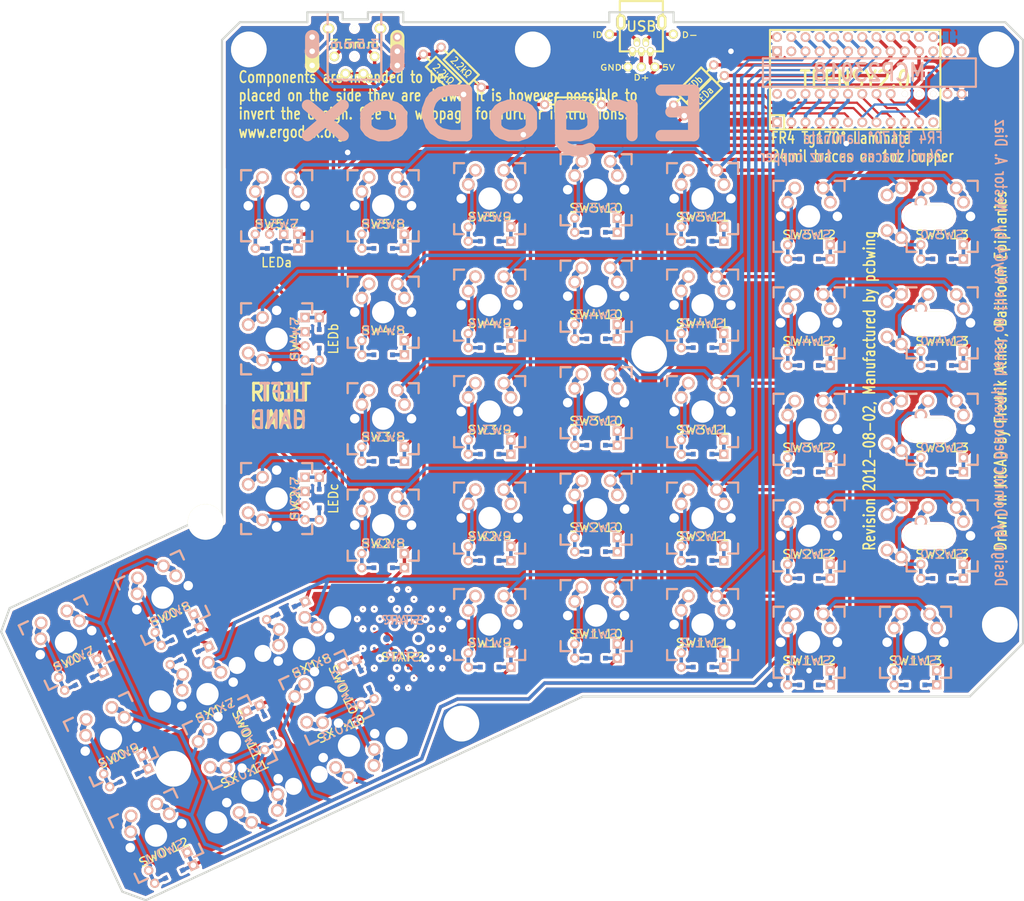
<source format=kicad_pcb>
(kicad_pcb (version 3) (host pcbnew "(2013-01-02 BZR 3881)-testing")
  (layers (15 Front signal) (0 Back signal) (18 B.Paste user) (19 F.Paste user) (20 B.SilkS user) (21 F.SilkS user) (22 B.Mask user) (23 F.Mask user) (28 Edge.Cuts user))
  (net 0 "")
  (net 1 /COL0)
  (net 2 /COL1)
  (net 3 /COL10)
  (net 4 /COL11)
  (net 5 /COL4)
  (net 6 /COL5)
  (net 7 /COL6)
  (net 8 /LED_A)
  (net 9 /LED_B)
  (net 10 /LED_C)
  (net 11 /ROW0)
  (net 12 /ROW1)
  (net 13 /ROW2)
  (net 14 /ROW3)
  (net 15 /ROW4)
  (net 16 /ROW5)
  (net 17 /SCLM)
  (net 18 /SDAM)
  (net 19 GND)
  (net 20 N-000001)
  (net 21 N-000003)
  (net 22 N-000011)
  (net 23 N-000012)
  (net 24 N-000013)
  (net 25 N-000015)
  (net 26 N-000016)
  (net 27 N-000017)
  (net 28 N-000018)
  (net 29 N-000026)
  (net 30 N-000027)
  (net 31 N-000030)
  (net 32 N-000033)
  (net 33 N-000034)
  (net 34 N-000035)
  (net 35 N-000036)
  (net 36 N-000037)
  (net 37 N-000038)
  (net 38 N-000039)
  (net 39 N-000040)
  (net 40 N-000041)
  (net 41 N-000042)
  (net 42 N-000043)
  (net 43 N-000044)
  (net 44 N-000045)
  (net 45 N-000046)
  (net 46 N-000047)
  (net 47 N-000048)
  (net 48 N-000049)
  (net 49 N-000050)
  (net 50 N-000051)
  (net 51 N-000052)
  (net 52 N-000055)
  (net 53 N-000056)
  (net 54 N-000057)
  (net 55 N-000058)
  (net 56 N-000059)
  (net 57 N-000060)
  (net 58 N-000063)
  (net 59 N-000064)
  (net 60 N-000065)
  (net 61 N-000067)
  (net 62 N-000068)
  (net 63 N-000069)
  (net 64 N-000072)
  (net 65 VCC)
  (module STAR (layer Back) (at 94.9325 142.5575)
    (fp_text reference STAR? (at 0 -3.302) (layer B.SilkS) (effects (font (size 1.524 1.778) (thickness 0.254)) (justify mirror)))
    (fp_text value STAR (at 0 -3.302) (layer B.SilkS) (effects (font (size 1.524 1.778) (thickness 0.254)) (justify mirror)))
    (pad 0 smd circle (at 2.8448 0) (size 1.27 1.27) (layers Back))
    (pad 0 smd circle (at 1.4224 -2.46126) (size 1.27 1.27) (layers Back))
    (pad 0 smd circle (at -1.41986 -2.46126) (size 1.27 1.27) (layers Back))
    (pad 0 smd circle (at -2.8448 0) (size 1.27 1.27) (layers Back))
    (pad 0 smd circle (at -1.4224 2.46126) (size 1.27 1.27) (layers Back))
    (pad 0 smd circle (at 1.41986 2.46126) (size 1.27 1.27) (layers Back))
    (pad 1 smd circle (at 5.08 -1.75768) (size 0.508 0.508) (layers Back))
    (pad 1 smd circle (at 1.016 -5.27812) (size 0.508 0.508) (layers Back))
    (pad 1 smd circle (at -4.06146 -3.5179) (size 0.508 0.508) (layers Back))
    (pad 1 smd circle (at -5.08 1.75768) (size 0.508 0.508) (layers Back))
    (pad 1 smd circle (at -1.016 5.27812) (size 0.508 0.508) (layers Back))
    (pad 1 smd circle (at 4.06146 3.5179) (size 0.508 0.508) (layers Back))
    (pad 2 smd circle (at 4.064 -3.5179) (size 0.508 0.508) (layers Back))
    (pad 2 smd circle (at -1.01346 -5.27812) (size 0.508 0.508) (layers Back))
    (pad 2 smd circle (at -5.08 -1.75768) (size 0.508 0.508) (layers Back))
    (pad 2 smd circle (at -4.064 3.5179) (size 0.508 0.508) (layers Back))
    (pad 2 smd circle (at 1.01346 5.27812) (size 0.508 0.508) (layers Back))
    (pad 2 smd circle (at 5.07746 1.75768) (size 0.508 0.508) (layers Back))
    (pad 3 smd circle (at 7.112 -1.75768) (size 0.3048 0.3048) (layers Back))
    (pad 3 smd circle (at 2.032 -7.03834) (size 0.3048 0.3048) (layers Back))
    (pad 3 smd circle (at -5.07746 -5.27812) (size 0.3048 0.3048) (layers Back))
    (pad 3 smd circle (at -7.112 1.75768) (size 0.3048 0.3048) (layers Back))
    (pad 3 smd circle (at -2.032 7.03834) (size 0.3048 0.3048) (layers Back))
    (pad 3 smd circle (at 5.07746 5.27812) (size 0.3048 0.3048) (layers Back))
    (pad 4 smd circle (at 5.08 -5.27812) (size 0.3048 0.3048) (layers Back))
    (pad 4 smd circle (at -2.02946 -7.03834) (size 0.3048 0.3048) (layers Back))
    (pad 4 smd circle (at -7.112 -1.75768) (size 0.3048 0.3048) (layers Back))
    (pad 4 smd circle (at -5.08 5.27812) (size 0.3048 0.3048) (layers Back))
    (pad 4 smd circle (at 2.02946 7.03834) (size 0.3048 0.3048) (layers Back))
    (pad 4 smd circle (at 7.10946 1.75768) (size 0.3048 0.3048) (layers Back))
    (pad 5 smd circle (at 8.128 -3.5179) (size 0.2032 0.2032) (layers Back))
    (pad 5 smd circle (at 1.016 -8.79856) (size 0.2032 0.2032) (layers Back))
    (pad 5 smd circle (at -7.10946 -5.27812) (size 0.2032 0.2032) (layers Back))
    (pad 5 smd circle (at -8.128 3.5179) (size 0.2032 0.2032) (layers Back))
    (pad 5 smd circle (at -1.016 8.79856) (size 0.2032 0.2032) (layers Back))
    (pad 5 smd circle (at 7.10946 5.27812) (size 0.2032 0.2032) (layers Back))
    (pad 6 smd circle (at 7.112 -5.27812) (size 0.2032 0.2032) (layers Back))
    (pad 6 smd circle (at -1.01346 -8.79856) (size 0.2032 0.2032) (layers Back))
    (pad 6 smd circle (at -8.128 -3.5179) (size 0.2032 0.2032) (layers Back))
    (pad 6 smd circle (at -7.112 5.27812) (size 0.2032 0.2032) (layers Back))
    (pad 6 smd circle (at 1.01346 8.79856) (size 0.2032 0.2032) (layers Back))
    (pad 6 smd circle (at 8.128 3.5179) (size 0.2032 0.2032) (layers Back))
  )
  (module STAR (layer Front) (at 94.9325 142.5575)
    (fp_text reference STAR? (at 0 3.302) (layer F.SilkS) (effects (font (size 1.524 1.778) (thickness 0.254))))
    (fp_text value STAR (at 0 3.302) (layer B.SilkS) (effects (font (size 1.524 1.778) (thickness 0.254)) (justify mirror)))
    (pad 0 smd circle (at 2.8448 0) (size 1.27 1.27) (layers Front))
    (pad 0 smd circle (at 1.4224 2.46126) (size 1.27 1.27) (layers Front))
    (pad 0 smd circle (at -1.41986 2.46126) (size 1.27 1.27) (layers Front))
    (pad 0 smd circle (at -2.8448 0) (size 1.27 1.27) (layers Front))
    (pad 0 smd circle (at -1.4224 -2.46126) (size 1.27 1.27) (layers Front))
    (pad 0 smd circle (at 1.41986 -2.46126) (size 1.27 1.27) (layers Front))
    (pad 1 smd circle (at 5.08 1.75768) (size 0.508 0.508) (layers Front))
    (pad 1 smd circle (at 1.016 5.27812) (size 0.508 0.508) (layers Front))
    (pad 1 smd circle (at -4.06146 3.5179) (size 0.508 0.508) (layers Front))
    (pad 1 smd circle (at -5.08 -1.75768) (size 0.508 0.508) (layers Front))
    (pad 1 smd circle (at -1.016 -5.27812) (size 0.508 0.508) (layers Front))
    (pad 1 smd circle (at 4.06146 -3.5179) (size 0.508 0.508) (layers Front))
    (pad 2 smd circle (at 4.064 3.5179) (size 0.508 0.508) (layers Front))
    (pad 2 smd circle (at -1.01346 5.27812) (size 0.508 0.508) (layers Front))
    (pad 2 smd circle (at -5.08 1.75768) (size 0.508 0.508) (layers Front))
    (pad 2 smd circle (at -4.064 -3.5179) (size 0.508 0.508) (layers Front))
    (pad 2 smd circle (at 1.01346 -5.27812) (size 0.508 0.508) (layers Front))
    (pad 2 smd circle (at 5.07746 -1.75768) (size 0.508 0.508) (layers Front))
    (pad 3 smd circle (at 7.112 1.75768) (size 0.3048 0.3048) (layers Front))
    (pad 3 smd circle (at 2.032 7.03834) (size 0.3048 0.3048) (layers Front))
    (pad 3 smd circle (at -5.07746 5.27812) (size 0.3048 0.3048) (layers Front))
    (pad 3 smd circle (at -7.112 -1.75768) (size 0.3048 0.3048) (layers Front))
    (pad 3 smd circle (at -2.032 -7.03834) (size 0.3048 0.3048) (layers Front))
    (pad 3 smd circle (at 5.07746 -5.27812) (size 0.3048 0.3048) (layers Front))
    (pad 4 smd circle (at 5.08 5.27812) (size 0.3048 0.3048) (layers Front))
    (pad 4 smd circle (at -2.02946 7.03834) (size 0.3048 0.3048) (layers Front))
    (pad 4 smd circle (at -7.112 1.75768) (size 0.3048 0.3048) (layers Front))
    (pad 4 smd circle (at -5.08 -5.27812) (size 0.3048 0.3048) (layers Front))
    (pad 4 smd circle (at 2.02946 -7.03834) (size 0.3048 0.3048) (layers Front))
    (pad 4 smd circle (at 7.10946 -1.75768) (size 0.3048 0.3048) (layers Front))
    (pad 5 smd circle (at 8.128 3.5179) (size 0.2032 0.2032) (layers Front))
    (pad 5 smd circle (at 1.016 8.79856) (size 0.2032 0.2032) (layers Front))
    (pad 5 smd circle (at -7.10946 5.27812) (size 0.2032 0.2032) (layers Front))
    (pad 5 smd circle (at -8.128 -3.5179) (size 0.2032 0.2032) (layers Front))
    (pad 5 smd circle (at -1.016 -8.79856) (size 0.2032 0.2032) (layers Front))
    (pad 5 smd circle (at 7.10946 -5.27812) (size 0.2032 0.2032) (layers Front))
    (pad 6 smd circle (at 7.112 5.27812) (size 0.2032 0.2032) (layers Front))
    (pad 6 smd circle (at -1.01346 8.79856) (size 0.2032 0.2032) (layers Front))
    (pad 6 smd circle (at -8.128 3.5179) (size 0.2032 0.2032) (layers Front))
    (pad 6 smd circle (at -7.112 -5.27812) (size 0.2032 0.2032) (layers Front))
    (pad 6 smd circle (at 1.01346 -8.79856) (size 0.2032 0.2032) (layers Front))
    (pad 6 smd circle (at 8.128 -3.5179) (size 0.2032 0.2032) (layers Front))
  )
  (module DIP28_300 (layer Back) (at 178.435 41.275)
    (fp_text reference U2 hide)
    (fp_text value MCP23018 (at 0 0) (layer B.SilkS) (effects (font (size 3.048 2.54) (thickness 0.4572)) (justify mirror)))
    (pad 2 thru_hole circle (at -13.97 -3.81) (size 1.7526 1.7526) (drill 1.0922) (layers *.Cu *.SilkS *.Mask))
    (pad 3 thru_hole circle (at -11.43 -3.81) (size 1.7526 1.7526) (drill 1.0922) (layers *.Cu *.SilkS *.Mask) (net 16 /ROW5))
    (pad 4 thru_hole circle (at -8.89 -3.81) (size 1.7526 1.7526) (drill 1.0922) (layers *.Cu *.SilkS *.Mask) (net 15 /ROW4))
    (pad 5 thru_hole circle (at -6.35 -3.81) (size 1.7526 1.7526) (drill 1.0922) (layers *.Cu *.SilkS *.Mask) (net 14 /ROW3))
    (pad 6 thru_hole circle (at -3.81 -3.81) (size 1.7526 1.7526) (drill 1.0922) (layers *.Cu *.SilkS *.Mask) (net 13 /ROW2))
    (pad 7 thru_hole circle (at -1.27 -3.81) (size 1.7526 1.7526) (drill 1.0922) (layers *.Cu *.SilkS *.Mask) (net 12 /ROW1))
    (pad 8 thru_hole circle (at 1.27 -3.81) (size 1.7526 1.7526) (drill 1.0922) (layers *.Cu *.SilkS *.Mask) (net 11 /ROW0))
    (pad 9 thru_hole circle (at 3.81 -3.81) (size 1.7526 1.7526) (drill 1.0922) (layers *.Cu *.SilkS *.Mask))
    (pad 10 thru_hole circle (at 6.35 -3.81) (size 1.7526 1.7526) (drill 1.0922) (layers *.Cu *.SilkS *.Mask))
    (pad 11 thru_hole circle (at 8.89 -3.81) (size 1.7526 1.7526) (drill 1.0922) (layers *.Cu *.SilkS *.Mask) (net 65 VCC))
    (pad 12 thru_hole circle (at 11.43 -3.81) (size 1.7526 1.7526) (drill 1.0922) (layers *.Cu *.SilkS *.Mask) (net 17 /SCLM))
    (pad 13 thru_hole circle (at 13.97 -3.81) (size 1.7526 1.7526) (drill 1.0922) (layers *.Cu *.SilkS *.Mask) (net 18 /SDAM))
    (pad 14 thru_hole circle (at 16.51 -3.81) (size 1.7526 1.7526) (drill 1.0922) (layers *.Cu *.SilkS *.Mask))
    (pad 1 thru_hole rect (at -16.51 -3.81) (size 1.7526 1.7526) (drill 1.0922) (layers *.Cu *.SilkS *.Mask) (net 19 GND))
    (pad 15 thru_hole circle (at 16.51 3.81) (size 1.7526 1.7526) (drill 1.0922) (layers *.Cu *.SilkS *.Mask) (net 19 GND))
    (pad 16 thru_hole circle (at 13.97 3.81) (size 1.7526 1.7526) (drill 1.0922) (layers *.Cu *.SilkS *.Mask) (net 65 VCC))
    (pad 17 np_thru_hole circle (at 11.43 3.81) (size 1.0922 1.0922) (drill 1.0922) (layers *.Cu *.SilkS *.Mask))
    (pad 18 np_thru_hole circle (at 8.89 3.81) (size 1.0922 1.0922) (drill 1.0922) (layers *.Cu *.SilkS *.Mask))
    (pad 19 np_thru_hole circle (at 6.35 3.81) (size 1.0922 1.0922) (drill 1.0922) (layers *.Cu *.SilkS *.Mask))
    (pad 20 thru_hole circle (at 3.81 3.81) (size 1.7526 1.7526) (drill 1.0922) (layers *.Cu *.SilkS *.Mask) (net 1 /COL0))
    (pad 21 thru_hole circle (at 1.27 3.81) (size 1.7526 1.7526) (drill 1.0922) (layers *.Cu *.SilkS *.Mask) (net 2 /COL1))
    (pad 22 thru_hole circle (at -1.27 3.81) (size 1.7526 1.7526) (drill 1.0922) (layers *.Cu *.SilkS *.Mask) (net 4 /COL11))
    (pad 23 thru_hole circle (at -3.81 3.81) (size 1.7526 1.7526) (drill 1.0922) (layers *.Cu *.SilkS *.Mask) (net 3 /COL10))
    (pad 24 thru_hole circle (at -6.35 3.81) (size 1.7526 1.7526) (drill 1.0922) (layers *.Cu *.SilkS *.Mask) (net 5 /COL4))
    (pad 25 thru_hole circle (at -8.89 3.81) (size 1.7526 1.7526) (drill 1.0922) (layers *.Cu *.SilkS *.Mask) (net 6 /COL5))
    (pad 26 thru_hole circle (at -11.43 3.81) (size 1.7526 1.7526) (drill 1.0922) (layers *.Cu *.SilkS *.Mask) (net 7 /COL6))
    (pad 27 thru_hole circle (at -13.97 3.81) (size 1.7526 1.7526) (drill 1.0922) (layers *.Cu *.SilkS *.Mask))
    (pad 28 thru_hole circle (at -16.51 3.81) (size 1.7526 1.7526) (drill 1.0922) (layers *.Cu *.SilkS *.Mask))
  )
  (module DIODE (layer Front) (at 56.7944 145.57756 25)
    (fp_text reference D1:7 hide)
    (fp_text value D hide)
    (fp_line (start -3.81 0) (end -1.6637 0) (layer Back) (width 0.6096))
    (fp_line (start 1.6637 0) (end 3.81 0) (layer Back) (width 0.6096))
    (fp_line (start -3.81 0) (end -1.6637 0) (layer Front) (width 0.6096))
    (fp_line (start 1.6637 0) (end 3.81 0) (layer Front) (width 0.6096))
    (pad 1 thru_hole circle (at -3.81 0 25) (size 1.651 1.651) (drill 0.9906) (layers *.Cu *.SilkS *.Mask) (net 31 N-000030))
    (pad 99 smd rect (at -1.6637 0 25) (size 0.8382 0.8382) (layers Front F.Paste F.Mask))
    (pad 99 smd rect (at -1.6637 0 25) (size 0.8382 0.8382) (layers Back B.Paste B.Mask))
    (pad 2 thru_hole rect (at 3.81 0 25) (size 1.651 1.651) (drill 0.9906) (layers *.Cu *.SilkS *.Mask) (net 7 /COL6))
    (pad 99 smd rect (at 1.6637 0 25) (size 0.8382 0.8382) (layers Front F.Paste F.Mask))
    (pad 99 smd rect (at 1.6637 0 25) (size 0.8382 0.8382) (layers Back B.Paste B.Mask))
  )
  (module DIODE (layer Front) (at 74.05878 137.52576 25)
    (fp_text reference D1:8 hide)
    (fp_text value D hide)
    (fp_line (start -3.81 0) (end -1.6637 0) (layer Back) (width 0.6096))
    (fp_line (start 1.6637 0) (end 3.81 0) (layer Back) (width 0.6096))
    (fp_line (start -3.81 0) (end -1.6637 0) (layer Front) (width 0.6096))
    (fp_line (start 1.6637 0) (end 3.81 0) (layer Front) (width 0.6096))
    (pad 1 thru_hole circle (at -3.81 0 25) (size 1.651 1.651) (drill 0.9906) (layers *.Cu *.SilkS *.Mask) (net 25 N-000015))
    (pad 99 smd rect (at -1.6637 0 25) (size 0.8382 0.8382) (layers Front F.Paste F.Mask))
    (pad 99 smd rect (at -1.6637 0 25) (size 0.8382 0.8382) (layers Back B.Paste B.Mask))
    (pad 2 thru_hole rect (at 3.81 0 25) (size 1.651 1.651) (drill 0.9906) (layers *.Cu *.SilkS *.Mask) (net 6 /COL5))
    (pad 99 smd rect (at 1.6637 0 25) (size 0.8382 0.8382) (layers Front F.Paste F.Mask))
    (pad 99 smd rect (at 1.6637 0 25) (size 0.8382 0.8382) (layers Back B.Paste B.Mask))
  )
  (module MX_LED (layer Front) (at 72.39 117.48516 90)
    (fp_text reference LED_C1 hide)
    (fp_text value LEDc (at 0 10.16 90) (layer F.SilkS) (effects (font (size 1.651 1.524) (thickness 0.254))))
    (pad 1 thru_hole circle (at -1.27 5.08 90) (size 1.651 1.651) (drill 0.9906) (layers *.Cu *.SilkS *.Mask) (net 61 N-000067))
    (pad 2 thru_hole rect (at 1.27 5.08 90) (size 1.651 1.651) (drill 0.9906) (layers *.Cu *.SilkS *.Mask) (net 19 GND))
  )
  (module MX_LED (layer Front) (at 72.39 88.91016 90)
    (fp_text reference LED_B1 hide)
    (fp_text value LEDb (at 0 10.16 90) (layer F.SilkS) (effects (font (size 1.651 1.524) (thickness 0.254))))
    (pad 1 thru_hole circle (at -1.27 5.08 90) (size 1.651 1.651) (drill 0.9906) (layers *.Cu *.SilkS *.Mask) (net 62 N-000068))
    (pad 2 thru_hole rect (at 1.27 5.08 90) (size 1.651 1.651) (drill 0.9906) (layers *.Cu *.SilkS *.Mask) (net 19 GND))
  )
  (module MX_LED (layer Front) (at 72.39 65.1002)
    (fp_text reference LED_A1 hide)
    (fp_text value LEDa (at 0 10.16) (layer F.SilkS) (effects (font (size 1.651 1.524) (thickness 0.254))))
    (pad 1 thru_hole circle (at -1.27 5.08) (size 1.651 1.651) (drill 0.9906) (layers *.Cu *.SilkS *.Mask) (net 63 N-000069))
    (pad 2 thru_hole rect (at 1.27 5.08) (size 1.651 1.651) (drill 0.9906) (layers *.Cu *.SilkS *.Mask) (net 19 GND))
  )
  (module USBMINImod (layer Front) (at 137.6426 30.48 270)
    (fp_text reference J1 hide)
    (fp_text value USB (at 2.54 0 360) (layer F.SilkS) (effects (font (size 1.778 1.778) (thickness 0.3048))))
    (fp_line (start 9.779 2.413) (end 9.017 1.651) (layer Front) (width 0.6096))
    (fp_line (start 9.017 1.651) (end 7.493 1.651) (layer Front) (width 0.6096))
    (fp_line (start 9.779 -2.413) (end 9.144 -1.651) (layer Front) (width 0.6096))
    (fp_line (start 9.144 -1.651) (end 7.493 -1.651) (layer Front) (width 0.6096))
    (fp_line (start 7.493 0) (end 9.779 0) (layer Front) (width 0.6096))
    (fp_line (start 4.953 0.889) (end 3.937 2.032) (layer Front) (width 0.6096))
    (fp_line (start 3.937 2.032) (end 3.937 5.715) (layer Front) (width 0.6096))
    (fp_line (start 4.953 -0.889) (end 3.937 -1.905) (layer Front) (width 0.6096))
    (fp_line (start 3.937 -1.905) (end 3.937 -5.715) (layer Front) (width 0.6096))
    (pad 1 thru_hole oval (at 6.79958 -1.6002 270) (size 1.651 1.143) (drill 0.762 (offset 0.27432 0)) (layers *.Cu *.Mask F.SilkS) (net 65 VCC))
    (pad 2 thru_hole oval (at 5.6007 -0.8001 270) (size 1.651 1.143) (drill 0.762 (offset -0.27432 0)) (layers *.Cu *.Mask F.SilkS))
    (pad 3 thru_hole oval (at 6.79958 0 270) (size 1.651 1.143) (drill 0.762 (offset 0.27432 0)) (layers *.Cu *.Mask F.SilkS))
    (pad 4 thru_hole oval (at 5.6007 0.8001 270) (size 1.651 1.143) (drill 0.762 (offset -0.27432 0)) (layers *.Cu *.Mask F.SilkS))
    (pad 5 thru_hole oval (at 6.79958 1.6002 270) (size 1.651 1.143) (drill 0.762 (offset 0.27432 0)) (layers *.Cu *.Mask F.SilkS) (net 19 GND))
    (pad 6 thru_hole oval (at 1.75006 3.64744 270) (size 2.794 1.7018) (drill oval 1.905 0.762) (layers *.Cu *.Mask F.SilkS) (net 19 GND))
    (pad 6 thru_hole oval (at 1.75006 -3.64744 270) (size 2.794 1.7018) (drill oval 1.905 0.762) (layers *.Cu *.Mask F.SilkS) (net 19 GND))
    (pad 1 thru_hole circle (at 9.779 -2.413 270) (size 1.651 1.651) (drill 0.9906) (layers *.Cu *.Mask F.SilkS) (net 65 VCC))
    (pad 2 thru_hole circle (at 3.937 -5.715 270) (size 1.651 1.651) (drill 0.9906) (layers *.Cu *.Mask F.SilkS))
    (pad 3 thru_hole circle (at 9.779 0 270) (size 1.651 1.651) (drill 0.9906) (layers *.Cu *.Mask F.SilkS))
    (pad 4 thru_hole circle (at 3.937 5.715 270) (size 1.651 1.651) (drill 0.9906) (layers *.Cu *.Mask F.SilkS))
    (pad 5 thru_hole circle (at 9.779 2.413 270) (size 1.651 1.651) (drill 0.9906) (layers *.Cu *.Mask F.SilkS) (net 19 GND))
  )
  (module MX_FLIP (layer Front) (at 77.2795 144.43202 25)
    (fp_text reference SX1:8 (at 0 3.302 25) (layer F.SilkS) (effects (font (size 1.524 1.778) (thickness 0.254))))
    (fp_text value SX1:5 (at 0 3.302 25) (layer B.SilkS) (effects (font (size 1.524 1.778) (thickness 0.254)) (justify mirror)))
    (pad 1 thru_hole circle (at 2.54 -5.08 25) (size 2.286 2.286) (drill 1.4986) (layers *.Cu *.SilkS *.Mask) (net 12 /ROW1))
    (pad 2 thru_hole circle (at -3.81 -2.54 25) (size 2.286 2.286) (drill 1.4986) (layers *.Cu *.SilkS *.Mask) (net 25 N-000015))
    (pad 0 np_thru_hole circle (at 0 0 25) (size 3.9878 3.9878) (drill 3.9878) (layers *.Cu) (net 19 GND))
    (pad 0 thru_hole circle (at -5.08 0 25) (size 1.7018 1.7018) (drill 1.7018) (layers *.Cu) (net 19 GND))
    (pad 0 thru_hole circle (at 5.08 0 25) (size 1.7018 1.7018) (drill 1.7018) (layers *.Cu) (net 19 GND))
    (pad 1 thru_hole circle (at 3.81 -2.54 25) (size 2.286 2.286) (drill 1.4986) (layers *.Cu *.SilkS *.Mask) (net 12 /ROW1))
    (pad 2 thru_hole circle (at -2.54 -5.08 25) (size 2.286 2.286) (drill 1.4986) (layers *.Cu *.SilkS *.Mask) (net 25 N-000015))
  )
  (module MX_FLIP (layer Front) (at 60.01512 152.48382 25)
    (fp_text reference SX1:7 (at 0 3.302 25) (layer F.SilkS) (effects (font (size 1.524 1.778) (thickness 0.254))))
    (fp_text value SX1:6 (at 0 3.302 25) (layer B.SilkS) (effects (font (size 1.524 1.778) (thickness 0.254)) (justify mirror)))
    (pad 1 thru_hole circle (at 2.54 -5.08 25) (size 2.286 2.286) (drill 1.4986) (layers *.Cu *.SilkS *.Mask) (net 12 /ROW1))
    (pad 2 thru_hole circle (at -3.81 -2.54 25) (size 2.286 2.286) (drill 1.4986) (layers *.Cu *.SilkS *.Mask) (net 31 N-000030))
    (pad 0 np_thru_hole circle (at 0 0 25) (size 3.9878 3.9878) (drill 3.9878) (layers *.Cu) (net 19 GND))
    (pad 0 thru_hole circle (at -5.08 0 25) (size 1.7018 1.7018) (drill 1.7018) (layers *.Cu) (net 19 GND))
    (pad 0 thru_hole circle (at 5.08 0 25) (size 1.7018 1.7018) (drill 1.7018) (layers *.Cu) (net 19 GND))
    (pad 1 thru_hole circle (at 3.81 -2.54 25) (size 2.286 2.286) (drill 1.4986) (layers *.Cu *.SilkS *.Mask) (net 12 /ROW1))
    (pad 2 thru_hole circle (at -2.54 -5.08 25) (size 2.286 2.286) (drill 1.4986) (layers *.Cu *.SilkS *.Mask) (net 31 N-000030))
  )
  (module MX_FLIP (layer Front) (at 85.3313 161.69894 205)
    (fp_text reference SX0:10 (at 0 3.302 205) (layer F.SilkS) (effects (font (size 1.524 1.778) (thickness 0.254))))
    (fp_text value SX0:3 (at 0 3.302 205) (layer B.SilkS) (effects (font (size 1.524 1.778) (thickness 0.254)) (justify mirror)))
    (pad 1 thru_hole circle (at 2.54 -5.08 205) (size 2.286 2.286) (drill 1.4986) (layers *.Cu *.SilkS *.Mask) (net 11 /ROW0))
    (pad 2 thru_hole circle (at -3.81 -2.54 205) (size 2.286 2.286) (drill 1.4986) (layers *.Cu *.SilkS *.Mask) (net 30 N-000027))
    (pad 0 np_thru_hole circle (at 0 0 205) (size 3.9878 3.9878) (drill 3.9878) (layers *.Cu) (net 19 GND))
    (pad 0 thru_hole circle (at -5.08 0 205) (size 1.7018 1.7018) (drill 1.7018) (layers *.Cu) (net 19 GND))
    (pad 0 thru_hole circle (at 5.08 0 205) (size 1.7018 1.7018) (drill 1.7018) (layers *.Cu) (net 19 GND))
    (pad 1 thru_hole circle (at 3.81 -2.54 205) (size 2.286 2.286) (drill 1.4986) (layers *.Cu *.SilkS *.Mask) (net 11 /ROW0))
    (pad 2 thru_hole circle (at -2.54 -5.08 205) (size 2.286 2.286) (drill 1.4986) (layers *.Cu *.SilkS *.Mask) (net 30 N-000027))
  )
  (module MX_FLIP (layer Front) (at 68.06438 169.7482 205)
    (fp_text reference SX0:11 (at 0 3.302 205) (layer F.SilkS) (effects (font (size 1.524 1.778) (thickness 0.254))))
    (fp_text value SX0:2 (at 0 3.302 205) (layer B.SilkS) (effects (font (size 1.524 1.778) (thickness 0.254)) (justify mirror)))
    (pad 1 thru_hole circle (at 2.54 -5.08 205) (size 2.286 2.286) (drill 1.4986) (layers *.Cu *.SilkS *.Mask) (net 11 /ROW0))
    (pad 2 thru_hole circle (at -3.81 -2.54 205) (size 2.286 2.286) (drill 1.4986) (layers *.Cu *.SilkS *.Mask) (net 64 N-000072))
    (pad 0 np_thru_hole circle (at 0 0 205) (size 3.9878 3.9878) (drill 3.9878) (layers *.Cu) (net 19 GND))
    (pad 0 thru_hole circle (at -5.08 0 205) (size 1.7018 1.7018) (drill 1.7018) (layers *.Cu) (net 19 GND))
    (pad 0 thru_hole circle (at 5.08 0 205) (size 1.7018 1.7018) (drill 1.7018) (layers *.Cu) (net 19 GND))
    (pad 1 thru_hole circle (at 3.81 -2.54 205) (size 2.286 2.286) (drill 1.4986) (layers *.Cu *.SilkS *.Mask) (net 11 /ROW0))
    (pad 2 thru_hole circle (at -2.54 -5.08 205) (size 2.286 2.286) (drill 1.4986) (layers *.Cu *.SilkS *.Mask) (net 64 N-000072))
  )
  (module RESISTOR (layer Front) (at 148.9075 45.4025 225)
    (fp_text reference RA1 hide)
    (fp_text value LEDa (at 0 0 225) (layer F.SilkS) (effects (font (size 1.27 1.016) (thickness 0.2032))))
    (pad 1 thru_hole circle (at -5.08 0 225) (size 1.651 1.651) (drill 0.9906) (layers *.Cu *.SilkS *.Mask) (net 8 /LED_A))
    (pad 2 thru_hole circle (at 5.08 0 225) (size 1.651 1.651) (drill 0.9906) (layers *.Cu *.SilkS *.Mask) (net 63 N-000069))
  )
  (module RESISTOR (layer Front) (at 147.0025 43.4975 225)
    (fp_text reference RB1 hide)
    (fp_text value LEDb (at 0 0 225) (layer F.SilkS) (effects (font (size 1.27 1.016) (thickness 0.2032))))
    (pad 1 thru_hole circle (at -5.08 0 225) (size 1.651 1.651) (drill 0.9906) (layers *.Cu *.SilkS *.Mask) (net 9 /LED_B))
    (pad 2 thru_hole circle (at 5.08 0 225) (size 1.651 1.651) (drill 0.9906) (layers *.Cu *.SilkS *.Mask) (net 62 N-000068))
  )
  (module RESISTOR (layer Front) (at 125.4125 46.99 180)
    (fp_text reference RC1 hide)
    (fp_text value LEDc (at 0 0 180) (layer F.SilkS) (effects (font (size 1.27 1.016) (thickness 0.2032))))
    (pad 1 thru_hole circle (at -5.08 0 180) (size 1.651 1.651) (drill 0.9906) (layers *.Cu *.SilkS *.Mask) (net 10 /LED_C))
    (pad 2 thru_hole circle (at 5.08 0 180) (size 1.651 1.651) (drill 0.9906) (layers *.Cu *.SilkS *.Mask) (net 61 N-000067))
  )
  (module RESISTOR (layer Front) (at 105.41 40.3225 315)
    (fp_text reference R1 hide)
    (fp_text value 2.2kΩ (at 0 0 315) (layer F.SilkS) (effects (font (size 1.27 1.016) (thickness 0.2032))))
    (pad 1 thru_hole circle (at -5.08 0 315) (size 1.651 1.651) (drill 0.9906) (layers *.Cu *.SilkS *.Mask) (net 65 VCC))
    (pad 2 thru_hole circle (at 5.08 0 315) (size 1.651 1.651) (drill 0.9906) (layers *.Cu *.SilkS *.Mask) (net 18 /SDAM))
  )
  (module RESISTOR (layer Front) (at 102.235 41.5925 315)
    (fp_text reference R2 hide)
    (fp_text value 2.2kΩ (at 0 0 315) (layer F.SilkS) (effects (font (size 1.27 1.016) (thickness 0.2032))))
    (pad 1 thru_hole circle (at -5.08 0 315) (size 1.651 1.651) (drill 0.9906) (layers *.Cu *.SilkS *.Mask) (net 65 VCC))
    (pad 2 thru_hole circle (at 5.08 0 315) (size 1.651 1.651) (drill 0.9906) (layers *.Cu *.SilkS *.Mask) (net 17 /SCLM))
  )
  (module 100PITCH1X3 (layer Front) (at 78.74 37.465 90)
    (fp_text reference J4 hide)
    (fp_text value JMP hide)
    (pad 1 thru_hole circle (at -2.54 0 90) (size 1.651 1.651) (drill 0.9906) (layers *.Cu *.Mask F.SilkS) (net 65 VCC))
    (pad 2 thru_hole circle (at 0 0 90) (size 1.651 1.651) (drill 0.9906) (layers *.Cu *.Mask F.SilkS) (net 20 N-000001))
    (pad 3 thru_hole circle (at 2.54 0 90) (size 1.651 1.651) (drill 0.9906) (layers *.Cu *.Mask F.SilkS) (net 19 GND))
  )
  (module 100PITCH1X3 (layer Back) (at 93.98 37.465 90)
    (fp_text reference J3 hide)
    (fp_text value JMP hide)
    (pad 1 thru_hole circle (at -2.54 0 90) (size 1.651 1.651) (drill 0.9906) (layers *.Cu *.Mask B.SilkS) (net 65 VCC))
    (pad 2 thru_hole circle (at 0 0 90) (size 1.651 1.651) (drill 0.9906) (layers *.Cu *.Mask B.SilkS) (net 21 N-000003))
    (pad 3 thru_hole circle (at 2.54 0 90) (size 1.651 1.651) (drill 0.9906) (layers *.Cu *.Mask B.SilkS) (net 19 GND))
  )
  (module TEENSY_2.0 (layer Front) (at 175.895 42.545)
    (fp_text reference U1 hide)
    (fp_text value TEENSY2.0 (at 0 0) (layer F.SilkS) (effects (font (size 3.048 2.54) (thickness 0.4572))))
    (pad 1 thru_hole rect (at -13.97 7.62) (size 1.7526 1.7526) (drill 1.0922) (layers *.Cu *.SilkS *.Mask) (net 19 GND))
    (pad 2 thru_hole circle (at -11.43 7.62) (size 1.7526 1.7526) (drill 1.0922) (layers *.Cu *.SilkS *.Mask) (net 7 /COL6))
    (pad 3 thru_hole circle (at -8.89 7.62) (size 1.7526 1.7526) (drill 1.0922) (layers *.Cu *.SilkS *.Mask) (net 6 /COL5))
    (pad 4 thru_hole circle (at -6.35 7.62) (size 1.7526 1.7526) (drill 1.0922) (layers *.Cu *.SilkS *.Mask) (net 5 /COL4))
    (pad 5 thru_hole circle (at -3.81 7.62) (size 1.7526 1.7526) (drill 1.0922) (layers *.Cu *.SilkS *.Mask) (net 3 /COL10))
    (pad 6 thru_hole circle (at -1.27 7.62) (size 1.7526 1.7526) (drill 1.0922) (layers *.Cu *.SilkS *.Mask) (net 10 /LED_C))
    (pad 7 thru_hole circle (at 1.27 7.62) (size 1.7526 1.7526) (drill 1.0922) (layers *.Cu *.SilkS *.Mask) (net 17 /SCLM))
    (pad 8 thru_hole circle (at 3.81 7.62) (size 1.7526 1.7526) (drill 1.0922) (layers *.Cu *.SilkS *.Mask) (net 18 /SDAM))
    (pad 9 thru_hole circle (at 6.35 7.62) (size 1.7526 1.7526) (drill 1.0922) (layers *.Cu *.SilkS *.Mask) (net 4 /COL11))
    (pad 10 thru_hole circle (at 8.89 7.62) (size 1.7526 1.7526) (drill 1.0922) (layers *.Cu *.SilkS *.Mask) (net 2 /COL1))
    (pad 11 thru_hole circle (at 11.43 7.62) (size 1.7526 1.7526) (drill 1.0922) (layers *.Cu *.SilkS *.Mask) (net 1 /COL0))
    (pad 12 thru_hole circle (at 13.97 7.62) (size 1.7526 1.7526) (drill 1.0922) (layers *.Cu *.SilkS *.Mask))
    (pad 18 thru_hole circle (at 13.97 -7.62) (size 1.7526 1.7526) (drill 1.08966) (layers *.Cu *.SilkS *.Mask) (net 19 GND))
    (pad 19 thru_hole circle (at 11.43 -7.62) (size 1.7526 1.7526) (drill 1.0922) (layers *.Cu *.SilkS *.Mask))
    (pad 20 thru_hole circle (at 8.89 -7.62) (size 1.7526 1.7526) (drill 1.0922) (layers *.Cu *.SilkS *.Mask) (net 65 VCC))
    (pad 21 thru_hole circle (at 6.35 -7.62) (size 1.7526 1.7526) (drill 1.0922) (layers *.Cu *.SilkS *.Mask) (net 8 /LED_A))
    (pad 22 thru_hole circle (at 3.81 -7.62) (size 1.7526 1.7526) (drill 1.0922) (layers *.Cu *.SilkS *.Mask) (net 9 /LED_B))
    (pad 23 thru_hole circle (at 1.27 -7.62) (size 1.7526 1.7526) (drill 1.0922) (layers *.Cu *.SilkS *.Mask) (net 11 /ROW0))
    (pad 24 thru_hole circle (at -1.27 -7.62) (size 1.7526 1.7526) (drill 1.0922) (layers *.Cu *.SilkS *.Mask) (net 12 /ROW1))
    (pad 27 thru_hole circle (at -8.89 -7.62) (size 1.7526 1.7526) (drill 1.0922) (layers *.Cu *.SilkS *.Mask) (net 15 /ROW4))
    (pad 28 thru_hole circle (at -11.43 -7.62) (size 1.7526 1.7526) (drill 1.0922) (layers *.Cu *.SilkS *.Mask) (net 16 /ROW5))
    (pad 29 thru_hole circle (at -13.97 -7.62) (size 1.7526 1.7526) (drill 1.0922) (layers *.Cu *.SilkS *.Mask) (net 65 VCC))
    (pad 25 thru_hole circle (at -3.81 -7.62) (size 1.7526 1.7526) (drill 1.0922) (layers *.Cu *.SilkS *.Mask) (net 13 /ROW2))
    (pad 26 thru_hole circle (at -6.35 -7.62) (size 1.7526 1.7526) (drill 1.0922) (layers *.Cu *.SilkS *.Mask) (net 14 /ROW3))
  )
  (module GAP (layer Back) (at 192.7225 34.925 270)
    (fp_text reference JP2 hide)
    (fp_text value JUMPER hide)
    (pad 1 smd rect (at 0 0.635 270) (size 2.032 1.016) (layers Back B.Paste B.Mask) (net 19 GND))
    (pad 1 smd rect (at 0 -0.635 270) (size 2.032 1.016) (layers Back B.Paste B.Mask) (net 19 GND))
  )
  (module GAP (layer Front) (at 187.325 40.9575)
    (fp_text reference JP1 hide)
    (fp_text value JUMPER hide)
    (pad 1 smd rect (at 0 -0.635) (size 2.032 1.016) (layers Front F.Paste F.Mask) (net 65 VCC))
    (pad 1 smd rect (at 0 0.635) (size 2.032 1.016) (layers Front F.Paste F.Mask) (net 65 VCC))
  )
  (module 4pin35mmAudio (layer Front) (at 86.3092 30.48 270)
    (fp_text reference J2 hide)
    (fp_text value 3.5mm (at 5.715 0 360) (layer F.SilkS) (effects (font (size 1.524 1.778) (thickness 0.3048))))
    (fp_text user 3.5mm (at 5.715 0 360) (layer B.SilkS) (effects (font (size 1.524 1.778) (thickness 0.3048)) (justify mirror)))
    (pad 1 thru_hole oval (at 2.8956 -4.6482 270) (size 1.7526 2.0574) (drill oval 1.0922 1.397) (layers *.Cu *.Mask F.SilkS) (net 21 N-000003))
    (pad 2 thru_hole circle (at 7.8994 3.6068 270) (size 1.7526 1.7526) (drill 1.0922) (layers *.Cu *.Mask F.SilkS) (net 18 /SDAM))
    (pad 3 thru_hole circle (at 10.9982 -1.6002 270) (size 1.7526 1.7526) (drill 1.0922) (layers *.Cu *.Mask F.SilkS) (net 17 /SCLM))
    (pad 4 thru_hole oval (at 2.8956 4.6482 270) (size 1.7526 2.0574) (drill oval 1.0922 1.397) (layers *.Cu *.Mask F.SilkS) (net 20 N-000001))
    (pad 5 thru_hole circle (at 10.9982 1.6002 270) (size 1.7526 1.7526) (drill 1.0922) (layers *.Cu *.Mask F.SilkS) (net 17 /SCLM))
    (pad 6 thru_hole circle (at 7.8994 -3.6068 270) (size 1.7526 1.7526) (drill 1.0922) (layers *.Cu *.Mask F.SilkS) (net 18 /SDAM))
    (pad HOLE np_thru_hole circle (at 2.8956 0 270) (size 0.9906 0.9906) (drill 0.9906) (layers *.Cu *.Mask F.SilkS))
    (pad HOLE np_thru_hole circle (at 7.8994 0 270) (size 0.9906 0.9906) (drill 0.9906) (layers *.Cu *.Mask F.SilkS))
  )
  (module MX_FLIP_DIODE (layer Front) (at 72.39 65.1002)
    (fp_text reference SW5:7 (at 0 3.302) (layer F.SilkS) (effects (font (size 1.524 1.778) (thickness 0.254))))
    (fp_text value SW5:6 (at 0 3.302) (layer B.SilkS) (effects (font (size 1.524 1.778) (thickness 0.254)) (justify mirror)))
    (fp_line (start -3.81 7.62) (end -1.6637 7.62) (layer Back) (width 0.6096))
    (fp_line (start 1.6637 7.62) (end 3.81 7.62) (layer Back) (width 0.6096))
    (fp_line (start -3.81 7.62) (end -1.6637 7.62) (layer Front) (width 0.6096))
    (fp_line (start 1.6637 7.62) (end 3.81 7.62) (layer Front) (width 0.6096))
    (pad 1 thru_hole circle (at 2.54 -5.08) (size 2.286 2.286) (drill 1.4986) (layers *.Cu *.SilkS *.Mask) (net 16 /ROW5))
    (pad 2 thru_hole circle (at -3.81 -2.54) (size 2.286 2.286) (drill 1.4986) (layers *.Cu *.SilkS *.Mask) (net 24 N-000013))
    (pad 0 np_thru_hole circle (at 0 0) (size 3.9878 3.9878) (drill 3.9878) (layers *.Cu) (net 19 GND))
    (pad 0 thru_hole circle (at -5.08 0) (size 1.7018 1.7018) (drill 1.7018) (layers *.Cu) (net 19 GND))
    (pad 0 thru_hole circle (at 5.08 0) (size 1.7018 1.7018) (drill 1.7018) (layers *.Cu) (net 19 GND))
    (pad 1 thru_hole circle (at 3.81 -2.54) (size 2.286 2.286) (drill 1.4986) (layers *.Cu *.SilkS *.Mask) (net 16 /ROW5))
    (pad 2 thru_hole circle (at -2.54 -5.08) (size 2.286 2.286) (drill 1.4986) (layers *.Cu *.SilkS *.Mask) (net 24 N-000013))
    (pad 3 thru_hole circle (at -3.81 5.08) (size 1.651 1.651) (drill 0.9906) (layers *.Cu *.SilkS *.Mask) (net 24 N-000013))
    (pad 4 thru_hole rect (at 3.81 5.08) (size 1.651 1.651) (drill 0.9906) (layers *.Cu *.SilkS *.Mask) (net 7 /COL6))
    (pad 3 thru_hole circle (at -3.81 7.62) (size 1.651 1.651) (drill 0.9906) (layers *.Cu *.SilkS *.Mask) (net 24 N-000013))
    (pad 4 thru_hole rect (at 3.81 7.62) (size 1.651 1.651) (drill 0.9906) (layers *.Cu *.SilkS *.Mask) (net 7 /COL6))
    (pad 99 smd rect (at -1.6637 7.62) (size 0.8382 0.8382) (layers Front F.Paste F.Mask))
    (pad 99 smd rect (at -1.6637 7.62) (size 0.8382 0.8382) (layers Back B.Paste B.Mask))
    (pad 99 smd rect (at 1.6637 7.62) (size 0.8382 0.8382) (layers Front F.Paste F.Mask))
    (pad 99 smd rect (at 1.6637 7.62) (size 0.8382 0.8382) (layers Back B.Paste B.Mask))
  )
  (module MX_FLIP_DIODE (layer Front) (at 72.39 88.91016 90)
    (fp_text reference SW4:7 (at 0 3.302 90) (layer F.SilkS) (effects (font (size 1.524 1.778) (thickness 0.254))))
    (fp_text value SW4:6 (at 0 3.302 90) (layer B.SilkS) (effects (font (size 1.524 1.778) (thickness 0.254)) (justify mirror)))
    (fp_line (start -3.81 7.62) (end -1.6637 7.62) (layer Back) (width 0.6096))
    (fp_line (start 1.6637 7.62) (end 3.81 7.62) (layer Back) (width 0.6096))
    (fp_line (start -3.81 7.62) (end -1.6637 7.62) (layer Front) (width 0.6096))
    (fp_line (start 1.6637 7.62) (end 3.81 7.62) (layer Front) (width 0.6096))
    (pad 1 thru_hole circle (at 2.54 -5.08 90) (size 2.286 2.286) (drill 1.4986) (layers *.Cu *.SilkS *.Mask) (net 15 /ROW4))
    (pad 2 thru_hole circle (at -3.81 -2.54 90) (size 2.286 2.286) (drill 1.4986) (layers *.Cu *.SilkS *.Mask) (net 58 N-000063))
    (pad 0 np_thru_hole circle (at 0 0 90) (size 3.9878 3.9878) (drill 3.9878) (layers *.Cu) (net 19 GND))
    (pad 0 thru_hole circle (at -5.08 0 90) (size 1.7018 1.7018) (drill 1.7018) (layers *.Cu) (net 19 GND))
    (pad 0 thru_hole circle (at 5.08 0 90) (size 1.7018 1.7018) (drill 1.7018) (layers *.Cu) (net 19 GND))
    (pad 1 thru_hole circle (at 3.81 -2.54 90) (size 2.286 2.286) (drill 1.4986) (layers *.Cu *.SilkS *.Mask) (net 15 /ROW4))
    (pad 2 thru_hole circle (at -2.54 -5.08 90) (size 2.286 2.286) (drill 1.4986) (layers *.Cu *.SilkS *.Mask) (net 58 N-000063))
    (pad 3 thru_hole circle (at -3.81 5.08 90) (size 1.651 1.651) (drill 0.9906) (layers *.Cu *.SilkS *.Mask) (net 58 N-000063))
    (pad 4 thru_hole rect (at 3.81 5.08 90) (size 1.651 1.651) (drill 0.9906) (layers *.Cu *.SilkS *.Mask) (net 7 /COL6))
    (pad 3 thru_hole circle (at -3.81 7.62 90) (size 1.651 1.651) (drill 0.9906) (layers *.Cu *.SilkS *.Mask) (net 58 N-000063))
    (pad 4 thru_hole rect (at 3.81 7.62 90) (size 1.651 1.651) (drill 0.9906) (layers *.Cu *.SilkS *.Mask) (net 7 /COL6))
    (pad 99 smd rect (at -1.6637 7.62 90) (size 0.8382 0.8382) (layers Front F.Paste F.Mask))
    (pad 99 smd rect (at -1.6637 7.62 90) (size 0.8382 0.8382) (layers Back B.Paste B.Mask))
    (pad 99 smd rect (at 1.6637 7.62 90) (size 0.8382 0.8382) (layers Front F.Paste F.Mask))
    (pad 99 smd rect (at 1.6637 7.62 90) (size 0.8382 0.8382) (layers Back B.Paste B.Mask))
  )
  (module MX_FLIP_DIODE (layer Front) (at 72.39 117.48516 90)
    (fp_text reference SW2:7 (at 0 3.302 90) (layer F.SilkS) (effects (font (size 1.524 1.778) (thickness 0.254))))
    (fp_text value SW2:6 (at 0 3.302 90) (layer B.SilkS) (effects (font (size 1.524 1.778) (thickness 0.254)) (justify mirror)))
    (fp_line (start -3.81 7.62) (end -1.6637 7.62) (layer Back) (width 0.6096))
    (fp_line (start 1.6637 7.62) (end 3.81 7.62) (layer Back) (width 0.6096))
    (fp_line (start -3.81 7.62) (end -1.6637 7.62) (layer Front) (width 0.6096))
    (fp_line (start 1.6637 7.62) (end 3.81 7.62) (layer Front) (width 0.6096))
    (pad 1 thru_hole circle (at 2.54 -5.08 90) (size 2.286 2.286) (drill 1.4986) (layers *.Cu *.SilkS *.Mask) (net 13 /ROW2))
    (pad 2 thru_hole circle (at -3.81 -2.54 90) (size 2.286 2.286) (drill 1.4986) (layers *.Cu *.SilkS *.Mask) (net 35 N-000036))
    (pad 0 np_thru_hole circle (at 0 0 90) (size 3.9878 3.9878) (drill 3.9878) (layers *.Cu) (net 19 GND))
    (pad 0 thru_hole circle (at -5.08 0 90) (size 1.7018 1.7018) (drill 1.7018) (layers *.Cu) (net 19 GND))
    (pad 0 thru_hole circle (at 5.08 0 90) (size 1.7018 1.7018) (drill 1.7018) (layers *.Cu) (net 19 GND))
    (pad 1 thru_hole circle (at 3.81 -2.54 90) (size 2.286 2.286) (drill 1.4986) (layers *.Cu *.SilkS *.Mask) (net 13 /ROW2))
    (pad 2 thru_hole circle (at -2.54 -5.08 90) (size 2.286 2.286) (drill 1.4986) (layers *.Cu *.SilkS *.Mask) (net 35 N-000036))
    (pad 3 thru_hole circle (at -3.81 5.08 90) (size 1.651 1.651) (drill 0.9906) (layers *.Cu *.SilkS *.Mask) (net 35 N-000036))
    (pad 4 thru_hole rect (at 3.81 5.08 90) (size 1.651 1.651) (drill 0.9906) (layers *.Cu *.SilkS *.Mask) (net 7 /COL6))
    (pad 3 thru_hole circle (at -3.81 7.62 90) (size 1.651 1.651) (drill 0.9906) (layers *.Cu *.SilkS *.Mask) (net 35 N-000036))
    (pad 4 thru_hole rect (at 3.81 7.62 90) (size 1.651 1.651) (drill 0.9906) (layers *.Cu *.SilkS *.Mask) (net 7 /COL6))
    (pad 99 smd rect (at -1.6637 7.62 90) (size 0.8382 0.8382) (layers Front F.Paste F.Mask))
    (pad 99 smd rect (at -1.6637 7.62 90) (size 0.8382 0.8382) (layers Back B.Paste B.Mask))
    (pad 99 smd rect (at 1.6637 7.62 90) (size 0.8382 0.8382) (layers Front F.Paste F.Mask))
    (pad 99 smd rect (at 1.6637 7.62 90) (size 0.8382 0.8382) (layers Back B.Paste B.Mask))
  )
  (module MX_FLIP_DIODE (layer Front) (at 186.69 143.20266)
    (fp_text reference SW1:13 (at 0 3.302) (layer F.SilkS) (effects (font (size 1.524 1.778) (thickness 0.254))))
    (fp_text value SW1:0 (at 0 3.302) (layer B.SilkS) (effects (font (size 1.524 1.778) (thickness 0.254)) (justify mirror)))
    (fp_line (start -3.81 7.62) (end -1.6637 7.62) (layer Back) (width 0.6096))
    (fp_line (start 1.6637 7.62) (end 3.81 7.62) (layer Back) (width 0.6096))
    (fp_line (start -3.81 7.62) (end -1.6637 7.62) (layer Front) (width 0.6096))
    (fp_line (start 1.6637 7.62) (end 3.81 7.62) (layer Front) (width 0.6096))
    (pad 1 thru_hole circle (at 2.54 -5.08) (size 2.286 2.286) (drill 1.4986) (layers *.Cu *.SilkS *.Mask) (net 12 /ROW1))
    (pad 2 thru_hole circle (at -3.81 -2.54) (size 2.286 2.286) (drill 1.4986) (layers *.Cu *.SilkS *.Mask) (net 53 N-000056))
    (pad 0 np_thru_hole circle (at 0 0) (size 3.9878 3.9878) (drill 3.9878) (layers *.Cu) (net 19 GND))
    (pad 0 thru_hole circle (at -5.08 0) (size 1.7018 1.7018) (drill 1.7018) (layers *.Cu) (net 19 GND))
    (pad 0 thru_hole circle (at 5.08 0) (size 1.7018 1.7018) (drill 1.7018) (layers *.Cu) (net 19 GND))
    (pad 1 thru_hole circle (at 3.81 -2.54) (size 2.286 2.286) (drill 1.4986) (layers *.Cu *.SilkS *.Mask) (net 12 /ROW1))
    (pad 2 thru_hole circle (at -2.54 -5.08) (size 2.286 2.286) (drill 1.4986) (layers *.Cu *.SilkS *.Mask) (net 53 N-000056))
    (pad 3 thru_hole circle (at -3.81 5.08) (size 1.651 1.651) (drill 0.9906) (layers *.Cu *.SilkS *.Mask) (net 53 N-000056))
    (pad 4 thru_hole rect (at 3.81 5.08) (size 1.651 1.651) (drill 0.9906) (layers *.Cu *.SilkS *.Mask) (net 1 /COL0))
    (pad 3 thru_hole circle (at -3.81 7.62) (size 1.651 1.651) (drill 0.9906) (layers *.Cu *.SilkS *.Mask) (net 53 N-000056))
    (pad 4 thru_hole rect (at 3.81 7.62) (size 1.651 1.651) (drill 0.9906) (layers *.Cu *.SilkS *.Mask) (net 1 /COL0))
    (pad 99 smd rect (at -1.6637 7.62) (size 0.8382 0.8382) (layers Front F.Paste F.Mask))
    (pad 99 smd rect (at -1.6637 7.62) (size 0.8382 0.8382) (layers Back B.Paste B.Mask))
    (pad 99 smd rect (at 1.6637 7.62) (size 0.8382 0.8382) (layers Front F.Paste F.Mask))
    (pad 99 smd rect (at 1.6637 7.62) (size 0.8382 0.8382) (layers Back B.Paste B.Mask))
  )
  (module MX_FLIP_DIODE (layer Front) (at 91.44 84.14766)
    (fp_text reference SW4:8 (at 0 3.302) (layer F.SilkS) (effects (font (size 1.524 1.778) (thickness 0.254))))
    (fp_text value SW4:5 (at 0 3.302) (layer B.SilkS) (effects (font (size 1.524 1.778) (thickness 0.254)) (justify mirror)))
    (fp_line (start -3.81 7.62) (end -1.6637 7.62) (layer Back) (width 0.6096))
    (fp_line (start 1.6637 7.62) (end 3.81 7.62) (layer Back) (width 0.6096))
    (fp_line (start -3.81 7.62) (end -1.6637 7.62) (layer Front) (width 0.6096))
    (fp_line (start 1.6637 7.62) (end 3.81 7.62) (layer Front) (width 0.6096))
    (pad 1 thru_hole circle (at 2.54 -5.08) (size 2.286 2.286) (drill 1.4986) (layers *.Cu *.SilkS *.Mask) (net 15 /ROW4))
    (pad 2 thru_hole circle (at -3.81 -2.54) (size 2.286 2.286) (drill 1.4986) (layers *.Cu *.SilkS *.Mask) (net 59 N-000064))
    (pad 0 np_thru_hole circle (at 0 0) (size 3.9878 3.9878) (drill 3.9878) (layers *.Cu) (net 19 GND))
    (pad 0 thru_hole circle (at -5.08 0) (size 1.7018 1.7018) (drill 1.7018) (layers *.Cu) (net 19 GND))
    (pad 0 thru_hole circle (at 5.08 0) (size 1.7018 1.7018) (drill 1.7018) (layers *.Cu) (net 19 GND))
    (pad 1 thru_hole circle (at 3.81 -2.54) (size 2.286 2.286) (drill 1.4986) (layers *.Cu *.SilkS *.Mask) (net 15 /ROW4))
    (pad 2 thru_hole circle (at -2.54 -5.08) (size 2.286 2.286) (drill 1.4986) (layers *.Cu *.SilkS *.Mask) (net 59 N-000064))
    (pad 3 thru_hole circle (at -3.81 5.08) (size 1.651 1.651) (drill 0.9906) (layers *.Cu *.SilkS *.Mask) (net 59 N-000064))
    (pad 4 thru_hole rect (at 3.81 5.08) (size 1.651 1.651) (drill 0.9906) (layers *.Cu *.SilkS *.Mask) (net 6 /COL5))
    (pad 3 thru_hole circle (at -3.81 7.62) (size 1.651 1.651) (drill 0.9906) (layers *.Cu *.SilkS *.Mask) (net 59 N-000064))
    (pad 4 thru_hole rect (at 3.81 7.62) (size 1.651 1.651) (drill 0.9906) (layers *.Cu *.SilkS *.Mask) (net 6 /COL5))
    (pad 99 smd rect (at -1.6637 7.62) (size 0.8382 0.8382) (layers Front F.Paste F.Mask))
    (pad 99 smd rect (at -1.6637 7.62) (size 0.8382 0.8382) (layers Back B.Paste B.Mask))
    (pad 99 smd rect (at 1.6637 7.62) (size 0.8382 0.8382) (layers Front F.Paste F.Mask))
    (pad 99 smd rect (at 1.6637 7.62) (size 0.8382 0.8382) (layers Back B.Paste B.Mask))
  )
  (module MX_FLIP_DIODE (layer Front) (at 42.7482 160.53308 25)
    (fp_text reference SW0:9 (at 0 3.302 25) (layer F.SilkS) (effects (font (size 1.524 1.778) (thickness 0.254))))
    (fp_text value SW0:4 (at 0 3.302 25) (layer B.SilkS) (effects (font (size 1.524 1.778) (thickness 0.254)) (justify mirror)))
    (fp_line (start -3.81 7.62) (end -1.6637 7.62) (layer Back) (width 0.6096))
    (fp_line (start 1.6637 7.62) (end 3.81 7.62) (layer Back) (width 0.6096))
    (fp_line (start -3.81 7.62) (end -1.6637 7.62) (layer Front) (width 0.6096))
    (fp_line (start 1.6637 7.62) (end 3.81 7.62) (layer Front) (width 0.6096))
    (pad 1 thru_hole circle (at 2.54 -5.08 25) (size 2.286 2.286) (drill 1.4986) (layers *.Cu *.SilkS *.Mask) (net 11 /ROW0))
    (pad 2 thru_hole circle (at -3.81 -2.54 25) (size 2.286 2.286) (drill 1.4986) (layers *.Cu *.SilkS *.Mask) (net 56 N-000059))
    (pad 0 np_thru_hole circle (at 0 0 25) (size 3.9878 3.9878) (drill 3.9878) (layers *.Cu) (net 19 GND))
    (pad 0 thru_hole circle (at -5.08 0 25) (size 1.7018 1.7018) (drill 1.7018) (layers *.Cu) (net 19 GND))
    (pad 0 thru_hole circle (at 5.08 0 25) (size 1.7018 1.7018) (drill 1.7018) (layers *.Cu) (net 19 GND))
    (pad 1 thru_hole circle (at 3.81 -2.54 25) (size 2.286 2.286) (drill 1.4986) (layers *.Cu *.SilkS *.Mask) (net 11 /ROW0))
    (pad 2 thru_hole circle (at -2.54 -5.08 25) (size 2.286 2.286) (drill 1.4986) (layers *.Cu *.SilkS *.Mask) (net 56 N-000059))
    (pad 3 thru_hole circle (at -3.81 5.08 25) (size 1.651 1.651) (drill 0.9906) (layers *.Cu *.SilkS *.Mask) (net 56 N-000059))
    (pad 4 thru_hole rect (at 3.81 5.08 25) (size 1.651 1.651) (drill 0.9906) (layers *.Cu *.SilkS *.Mask) (net 5 /COL4))
    (pad 3 thru_hole circle (at -3.81 7.62 25) (size 1.651 1.651) (drill 0.9906) (layers *.Cu *.SilkS *.Mask) (net 56 N-000059))
    (pad 4 thru_hole rect (at 3.81 7.62 25) (size 1.651 1.651) (drill 0.9906) (layers *.Cu *.SilkS *.Mask) (net 5 /COL4))
    (pad 99 smd rect (at -1.6637 7.62 25) (size 0.8382 0.8382) (layers Front F.Paste F.Mask))
    (pad 99 smd rect (at -1.6637 7.62 25) (size 0.8382 0.8382) (layers Back B.Paste B.Mask))
    (pad 99 smd rect (at 1.6637 7.62 25) (size 0.8382 0.8382) (layers Front F.Paste F.Mask))
    (pad 99 smd rect (at 1.6637 7.62 25) (size 0.8382 0.8382) (layers Back B.Paste B.Mask))
  )
  (module MX_FLIP_DIODE (layer Front) (at 50.8 177.8 25)
    (fp_text reference SW0:12 (at 0 3.302 25) (layer F.SilkS) (effects (font (size 1.524 1.778) (thickness 0.254))))
    (fp_text value SW0:1 (at 0 3.302 25) (layer B.SilkS) (effects (font (size 1.524 1.778) (thickness 0.254)) (justify mirror)))
    (fp_line (start -3.81 7.62) (end -1.6637 7.62) (layer Back) (width 0.6096))
    (fp_line (start 1.6637 7.62) (end 3.81 7.62) (layer Back) (width 0.6096))
    (fp_line (start -3.81 7.62) (end -1.6637 7.62) (layer Front) (width 0.6096))
    (fp_line (start 1.6637 7.62) (end 3.81 7.62) (layer Front) (width 0.6096))
    (pad 1 thru_hole circle (at 2.54 -5.08 25) (size 2.286 2.286) (drill 1.4986) (layers *.Cu *.SilkS *.Mask) (net 11 /ROW0))
    (pad 2 thru_hole circle (at -3.81 -2.54 25) (size 2.286 2.286) (drill 1.4986) (layers *.Cu *.SilkS *.Mask) (net 55 N-000058))
    (pad 0 np_thru_hole circle (at 0 0 25) (size 3.9878 3.9878) (drill 3.9878) (layers *.Cu) (net 19 GND))
    (pad 0 thru_hole circle (at -5.08 0 25) (size 1.7018 1.7018) (drill 1.7018) (layers *.Cu) (net 19 GND))
    (pad 0 thru_hole circle (at 5.08 0 25) (size 1.7018 1.7018) (drill 1.7018) (layers *.Cu) (net 19 GND))
    (pad 1 thru_hole circle (at 3.81 -2.54 25) (size 2.286 2.286) (drill 1.4986) (layers *.Cu *.SilkS *.Mask) (net 11 /ROW0))
    (pad 2 thru_hole circle (at -2.54 -5.08 25) (size 2.286 2.286) (drill 1.4986) (layers *.Cu *.SilkS *.Mask) (net 55 N-000058))
    (pad 3 thru_hole circle (at -3.81 5.08 25) (size 1.651 1.651) (drill 0.9906) (layers *.Cu *.SilkS *.Mask) (net 55 N-000058))
    (pad 4 thru_hole rect (at 3.81 5.08 25) (size 1.651 1.651) (drill 0.9906) (layers *.Cu *.SilkS *.Mask) (net 2 /COL1))
    (pad 3 thru_hole circle (at -3.81 7.62 25) (size 1.651 1.651) (drill 0.9906) (layers *.Cu *.SilkS *.Mask) (net 55 N-000058))
    (pad 4 thru_hole rect (at 3.81 7.62 25) (size 1.651 1.651) (drill 0.9906) (layers *.Cu *.SilkS *.Mask) (net 2 /COL1))
    (pad 99 smd rect (at -1.6637 7.62 25) (size 0.8382 0.8382) (layers Front F.Paste F.Mask))
    (pad 99 smd rect (at -1.6637 7.62 25) (size 0.8382 0.8382) (layers Back B.Paste B.Mask))
    (pad 99 smd rect (at 1.6637 7.62 25) (size 0.8382 0.8382) (layers Front F.Paste F.Mask))
    (pad 99 smd rect (at 1.6637 7.62 25) (size 0.8382 0.8382) (layers Back B.Paste B.Mask))
  )
  (module MX_FLIP_DIODE (layer Front) (at 34.69894 143.2687 25)
    (fp_text reference SW0:7 (at 0 3.302 25) (layer F.SilkS) (effects (font (size 1.524 1.778) (thickness 0.254))))
    (fp_text value SW0:6 (at 0 3.302 25) (layer B.SilkS) (effects (font (size 1.524 1.778) (thickness 0.254)) (justify mirror)))
    (fp_line (start -3.81 7.62) (end -1.6637 7.62) (layer Back) (width 0.6096))
    (fp_line (start 1.6637 7.62) (end 3.81 7.62) (layer Back) (width 0.6096))
    (fp_line (start -3.81 7.62) (end -1.6637 7.62) (layer Front) (width 0.6096))
    (fp_line (start 1.6637 7.62) (end 3.81 7.62) (layer Front) (width 0.6096))
    (pad 1 thru_hole circle (at 2.54 -5.08 25) (size 2.286 2.286) (drill 1.4986) (layers *.Cu *.SilkS *.Mask) (net 11 /ROW0))
    (pad 2 thru_hole circle (at -3.81 -2.54 25) (size 2.286 2.286) (drill 1.4986) (layers *.Cu *.SilkS *.Mask) (net 57 N-000060))
    (pad 0 np_thru_hole circle (at 0 0 25) (size 3.9878 3.9878) (drill 3.9878) (layers *.Cu) (net 19 GND))
    (pad 0 thru_hole circle (at -5.08 0 25) (size 1.7018 1.7018) (drill 1.7018) (layers *.Cu) (net 19 GND))
    (pad 0 thru_hole circle (at 5.08 0 25) (size 1.7018 1.7018) (drill 1.7018) (layers *.Cu) (net 19 GND))
    (pad 1 thru_hole circle (at 3.81 -2.54 25) (size 2.286 2.286) (drill 1.4986) (layers *.Cu *.SilkS *.Mask) (net 11 /ROW0))
    (pad 2 thru_hole circle (at -2.54 -5.08 25) (size 2.286 2.286) (drill 1.4986) (layers *.Cu *.SilkS *.Mask) (net 57 N-000060))
    (pad 3 thru_hole circle (at -3.81 5.08 25) (size 1.651 1.651) (drill 0.9906) (layers *.Cu *.SilkS *.Mask) (net 57 N-000060))
    (pad 4 thru_hole rect (at 3.81 5.08 25) (size 1.651 1.651) (drill 0.9906) (layers *.Cu *.SilkS *.Mask) (net 7 /COL6))
    (pad 3 thru_hole circle (at -3.81 7.62 25) (size 1.651 1.651) (drill 0.9906) (layers *.Cu *.SilkS *.Mask) (net 57 N-000060))
    (pad 4 thru_hole rect (at 3.81 7.62 25) (size 1.651 1.651) (drill 0.9906) (layers *.Cu *.SilkS *.Mask) (net 7 /COL6))
    (pad 99 smd rect (at -1.6637 7.62 25) (size 0.8382 0.8382) (layers Front F.Paste F.Mask))
    (pad 99 smd rect (at -1.6637 7.62 25) (size 0.8382 0.8382) (layers Back B.Paste B.Mask))
    (pad 99 smd rect (at 1.6637 7.62 25) (size 0.8382 0.8382) (layers Front F.Paste F.Mask))
    (pad 99 smd rect (at 1.6637 7.62 25) (size 0.8382 0.8382) (layers Back B.Paste B.Mask))
  )
  (module MX_FLIP_DIODE (layer Front) (at 51.96332 135.21944 25)
    (fp_text reference SW0:8 (at 0 3.302 25) (layer F.SilkS) (effects (font (size 1.524 1.778) (thickness 0.254))))
    (fp_text value SW0:5 (at 0 3.302 25) (layer B.SilkS) (effects (font (size 1.524 1.778) (thickness 0.254)) (justify mirror)))
    (fp_line (start -3.81 7.62) (end -1.6637 7.62) (layer Back) (width 0.6096))
    (fp_line (start 1.6637 7.62) (end 3.81 7.62) (layer Back) (width 0.6096))
    (fp_line (start -3.81 7.62) (end -1.6637 7.62) (layer Front) (width 0.6096))
    (fp_line (start 1.6637 7.62) (end 3.81 7.62) (layer Front) (width 0.6096))
    (pad 1 thru_hole circle (at 2.54 -5.08 25) (size 2.286 2.286) (drill 1.4986) (layers *.Cu *.SilkS *.Mask) (net 11 /ROW0))
    (pad 2 thru_hole circle (at -3.81 -2.54 25) (size 2.286 2.286) (drill 1.4986) (layers *.Cu *.SilkS *.Mask) (net 52 N-000055))
    (pad 0 np_thru_hole circle (at 0 0 25) (size 3.9878 3.9878) (drill 3.9878) (layers *.Cu) (net 19 GND))
    (pad 0 thru_hole circle (at -5.08 0 25) (size 1.7018 1.7018) (drill 1.7018) (layers *.Cu) (net 19 GND))
    (pad 0 thru_hole circle (at 5.08 0 25) (size 1.7018 1.7018) (drill 1.7018) (layers *.Cu) (net 19 GND))
    (pad 1 thru_hole circle (at 3.81 -2.54 25) (size 2.286 2.286) (drill 1.4986) (layers *.Cu *.SilkS *.Mask) (net 11 /ROW0))
    (pad 2 thru_hole circle (at -2.54 -5.08 25) (size 2.286 2.286) (drill 1.4986) (layers *.Cu *.SilkS *.Mask) (net 52 N-000055))
    (pad 3 thru_hole circle (at -3.81 5.08 25) (size 1.651 1.651) (drill 0.9906) (layers *.Cu *.SilkS *.Mask) (net 52 N-000055))
    (pad 4 thru_hole rect (at 3.81 5.08 25) (size 1.651 1.651) (drill 0.9906) (layers *.Cu *.SilkS *.Mask) (net 6 /COL5))
    (pad 3 thru_hole circle (at -3.81 7.62 25) (size 1.651 1.651) (drill 0.9906) (layers *.Cu *.SilkS *.Mask) (net 52 N-000055))
    (pad 4 thru_hole rect (at 3.81 7.62 25) (size 1.651 1.651) (drill 0.9906) (layers *.Cu *.SilkS *.Mask) (net 6 /COL5))
    (pad 99 smd rect (at -1.6637 7.62 25) (size 0.8382 0.8382) (layers Front F.Paste F.Mask))
    (pad 99 smd rect (at -1.6637 7.62 25) (size 0.8382 0.8382) (layers Back B.Paste B.Mask))
    (pad 99 smd rect (at 1.6637 7.62 25) (size 0.8382 0.8382) (layers Front F.Paste F.Mask))
    (pad 99 smd rect (at 1.6637 7.62 25) (size 0.8382 0.8382) (layers Back B.Paste B.Mask))
  )
  (module MX_FLIP_DIODE (layer Front) (at 167.64 67.0052)
    (fp_text reference SW5:12 (at 0 3.302) (layer F.SilkS) (effects (font (size 1.524 1.778) (thickness 0.254))))
    (fp_text value SW5:1 (at 0 3.302) (layer B.SilkS) (effects (font (size 1.524 1.778) (thickness 0.254)) (justify mirror)))
    (fp_line (start -3.81 7.62) (end -1.6637 7.62) (layer Back) (width 0.6096))
    (fp_line (start 1.6637 7.62) (end 3.81 7.62) (layer Back) (width 0.6096))
    (fp_line (start -3.81 7.62) (end -1.6637 7.62) (layer Front) (width 0.6096))
    (fp_line (start 1.6637 7.62) (end 3.81 7.62) (layer Front) (width 0.6096))
    (pad 1 thru_hole circle (at 2.54 -5.08) (size 2.286 2.286) (drill 1.4986) (layers *.Cu *.SilkS *.Mask) (net 16 /ROW5))
    (pad 2 thru_hole circle (at -3.81 -2.54) (size 2.286 2.286) (drill 1.4986) (layers *.Cu *.SilkS *.Mask) (net 22 N-000011))
    (pad 0 np_thru_hole circle (at 0 0) (size 3.9878 3.9878) (drill 3.9878) (layers *.Cu) (net 19 GND))
    (pad 0 thru_hole circle (at -5.08 0) (size 1.7018 1.7018) (drill 1.7018) (layers *.Cu) (net 19 GND))
    (pad 0 thru_hole circle (at 5.08 0) (size 1.7018 1.7018) (drill 1.7018) (layers *.Cu) (net 19 GND))
    (pad 1 thru_hole circle (at 3.81 -2.54) (size 2.286 2.286) (drill 1.4986) (layers *.Cu *.SilkS *.Mask) (net 16 /ROW5))
    (pad 2 thru_hole circle (at -2.54 -5.08) (size 2.286 2.286) (drill 1.4986) (layers *.Cu *.SilkS *.Mask) (net 22 N-000011))
    (pad 3 thru_hole circle (at -3.81 5.08) (size 1.651 1.651) (drill 0.9906) (layers *.Cu *.SilkS *.Mask) (net 22 N-000011))
    (pad 4 thru_hole rect (at 3.81 5.08) (size 1.651 1.651) (drill 0.9906) (layers *.Cu *.SilkS *.Mask) (net 2 /COL1))
    (pad 3 thru_hole circle (at -3.81 7.62) (size 1.651 1.651) (drill 0.9906) (layers *.Cu *.SilkS *.Mask) (net 22 N-000011))
    (pad 4 thru_hole rect (at 3.81 7.62) (size 1.651 1.651) (drill 0.9906) (layers *.Cu *.SilkS *.Mask) (net 2 /COL1))
    (pad 99 smd rect (at -1.6637 7.62) (size 0.8382 0.8382) (layers Front F.Paste F.Mask))
    (pad 99 smd rect (at -1.6637 7.62) (size 0.8382 0.8382) (layers Back B.Paste B.Mask))
    (pad 99 smd rect (at 1.6637 7.62) (size 0.8382 0.8382) (layers Front F.Paste F.Mask))
    (pad 99 smd rect (at 1.6637 7.62) (size 0.8382 0.8382) (layers Back B.Paste B.Mask))
  )
  (module MX_FLIP_DIODE (layer Front) (at 148.59 63.82766)
    (fp_text reference SW5:11 (at 0 3.302) (layer F.SilkS) (effects (font (size 1.524 1.778) (thickness 0.254))))
    (fp_text value SW5:2 (at 0 3.302) (layer B.SilkS) (effects (font (size 1.524 1.778) (thickness 0.254)) (justify mirror)))
    (fp_line (start -3.81 7.62) (end -1.6637 7.62) (layer Back) (width 0.6096))
    (fp_line (start 1.6637 7.62) (end 3.81 7.62) (layer Back) (width 0.6096))
    (fp_line (start -3.81 7.62) (end -1.6637 7.62) (layer Front) (width 0.6096))
    (fp_line (start 1.6637 7.62) (end 3.81 7.62) (layer Front) (width 0.6096))
    (pad 1 thru_hole circle (at 2.54 -5.08) (size 2.286 2.286) (drill 1.4986) (layers *.Cu *.SilkS *.Mask) (net 16 /ROW5))
    (pad 2 thru_hole circle (at -3.81 -2.54) (size 2.286 2.286) (drill 1.4986) (layers *.Cu *.SilkS *.Mask) (net 28 N-000018))
    (pad 0 np_thru_hole circle (at 0 0) (size 3.9878 3.9878) (drill 3.9878) (layers *.Cu) (net 19 GND))
    (pad 0 thru_hole circle (at -5.08 0) (size 1.7018 1.7018) (drill 1.7018) (layers *.Cu) (net 19 GND))
    (pad 0 thru_hole circle (at 5.08 0) (size 1.7018 1.7018) (drill 1.7018) (layers *.Cu) (net 19 GND))
    (pad 1 thru_hole circle (at 3.81 -2.54) (size 2.286 2.286) (drill 1.4986) (layers *.Cu *.SilkS *.Mask) (net 16 /ROW5))
    (pad 2 thru_hole circle (at -2.54 -5.08) (size 2.286 2.286) (drill 1.4986) (layers *.Cu *.SilkS *.Mask) (net 28 N-000018))
    (pad 3 thru_hole circle (at -3.81 5.08) (size 1.651 1.651) (drill 0.9906) (layers *.Cu *.SilkS *.Mask) (net 28 N-000018))
    (pad 4 thru_hole rect (at 3.81 5.08) (size 1.651 1.651) (drill 0.9906) (layers *.Cu *.SilkS *.Mask) (net 4 /COL11))
    (pad 3 thru_hole circle (at -3.81 7.62) (size 1.651 1.651) (drill 0.9906) (layers *.Cu *.SilkS *.Mask) (net 28 N-000018))
    (pad 4 thru_hole rect (at 3.81 7.62) (size 1.651 1.651) (drill 0.9906) (layers *.Cu *.SilkS *.Mask) (net 4 /COL11))
    (pad 99 smd rect (at -1.6637 7.62) (size 0.8382 0.8382) (layers Front F.Paste F.Mask))
    (pad 99 smd rect (at -1.6637 7.62) (size 0.8382 0.8382) (layers Back B.Paste B.Mask))
    (pad 99 smd rect (at 1.6637 7.62) (size 0.8382 0.8382) (layers Front F.Paste F.Mask))
    (pad 99 smd rect (at 1.6637 7.62) (size 0.8382 0.8382) (layers Back B.Paste B.Mask))
  )
  (module MX_FLIP_DIODE (layer Front) (at 129.54 62.23)
    (fp_text reference SW5:10 (at 0 3.302) (layer F.SilkS) (effects (font (size 1.524 1.778) (thickness 0.254))))
    (fp_text value SW5:3 (at 0 3.302) (layer B.SilkS) (effects (font (size 1.524 1.778) (thickness 0.254)) (justify mirror)))
    (fp_line (start -3.81 7.62) (end -1.6637 7.62) (layer Back) (width 0.6096))
    (fp_line (start 1.6637 7.62) (end 3.81 7.62) (layer Back) (width 0.6096))
    (fp_line (start -3.81 7.62) (end -1.6637 7.62) (layer Front) (width 0.6096))
    (fp_line (start 1.6637 7.62) (end 3.81 7.62) (layer Front) (width 0.6096))
    (pad 1 thru_hole circle (at 2.54 -5.08) (size 2.286 2.286) (drill 1.4986) (layers *.Cu *.SilkS *.Mask) (net 16 /ROW5))
    (pad 2 thru_hole circle (at -3.81 -2.54) (size 2.286 2.286) (drill 1.4986) (layers *.Cu *.SilkS *.Mask) (net 27 N-000017))
    (pad 0 np_thru_hole circle (at 0 0) (size 3.9878 3.9878) (drill 3.9878) (layers *.Cu) (net 19 GND))
    (pad 0 thru_hole circle (at -5.08 0) (size 1.7018 1.7018) (drill 1.7018) (layers *.Cu) (net 19 GND))
    (pad 0 thru_hole circle (at 5.08 0) (size 1.7018 1.7018) (drill 1.7018) (layers *.Cu) (net 19 GND))
    (pad 1 thru_hole circle (at 3.81 -2.54) (size 2.286 2.286) (drill 1.4986) (layers *.Cu *.SilkS *.Mask) (net 16 /ROW5))
    (pad 2 thru_hole circle (at -2.54 -5.08) (size 2.286 2.286) (drill 1.4986) (layers *.Cu *.SilkS *.Mask) (net 27 N-000017))
    (pad 3 thru_hole circle (at -3.81 5.08) (size 1.651 1.651) (drill 0.9906) (layers *.Cu *.SilkS *.Mask) (net 27 N-000017))
    (pad 4 thru_hole rect (at 3.81 5.08) (size 1.651 1.651) (drill 0.9906) (layers *.Cu *.SilkS *.Mask) (net 3 /COL10))
    (pad 3 thru_hole circle (at -3.81 7.62) (size 1.651 1.651) (drill 0.9906) (layers *.Cu *.SilkS *.Mask) (net 27 N-000017))
    (pad 4 thru_hole rect (at 3.81 7.62) (size 1.651 1.651) (drill 0.9906) (layers *.Cu *.SilkS *.Mask) (net 3 /COL10))
    (pad 99 smd rect (at -1.6637 7.62) (size 0.8382 0.8382) (layers Front F.Paste F.Mask))
    (pad 99 smd rect (at -1.6637 7.62) (size 0.8382 0.8382) (layers Back B.Paste B.Mask))
    (pad 99 smd rect (at 1.6637 7.62) (size 0.8382 0.8382) (layers Front F.Paste F.Mask))
    (pad 99 smd rect (at 1.6637 7.62) (size 0.8382 0.8382) (layers Back B.Paste B.Mask))
  )
  (module MX_FLIP_DIODE (layer Front) (at 110.49 63.82766)
    (fp_text reference SW5:9 (at 0 3.302) (layer F.SilkS) (effects (font (size 1.524 1.778) (thickness 0.254))))
    (fp_text value SW5:4 (at 0 3.302) (layer B.SilkS) (effects (font (size 1.524 1.778) (thickness 0.254)) (justify mirror)))
    (fp_line (start -3.81 7.62) (end -1.6637 7.62) (layer Back) (width 0.6096))
    (fp_line (start 1.6637 7.62) (end 3.81 7.62) (layer Back) (width 0.6096))
    (fp_line (start -3.81 7.62) (end -1.6637 7.62) (layer Front) (width 0.6096))
    (fp_line (start 1.6637 7.62) (end 3.81 7.62) (layer Front) (width 0.6096))
    (pad 1 thru_hole circle (at 2.54 -5.08) (size 2.286 2.286) (drill 1.4986) (layers *.Cu *.SilkS *.Mask) (net 16 /ROW5))
    (pad 2 thru_hole circle (at -3.81 -2.54) (size 2.286 2.286) (drill 1.4986) (layers *.Cu *.SilkS *.Mask) (net 26 N-000016))
    (pad 0 np_thru_hole circle (at 0 0) (size 3.9878 3.9878) (drill 3.9878) (layers *.Cu) (net 19 GND))
    (pad 0 thru_hole circle (at -5.08 0) (size 1.7018 1.7018) (drill 1.7018) (layers *.Cu) (net 19 GND))
    (pad 0 thru_hole circle (at 5.08 0) (size 1.7018 1.7018) (drill 1.7018) (layers *.Cu) (net 19 GND))
    (pad 1 thru_hole circle (at 3.81 -2.54) (size 2.286 2.286) (drill 1.4986) (layers *.Cu *.SilkS *.Mask) (net 16 /ROW5))
    (pad 2 thru_hole circle (at -2.54 -5.08) (size 2.286 2.286) (drill 1.4986) (layers *.Cu *.SilkS *.Mask) (net 26 N-000016))
    (pad 3 thru_hole circle (at -3.81 5.08) (size 1.651 1.651) (drill 0.9906) (layers *.Cu *.SilkS *.Mask) (net 26 N-000016))
    (pad 4 thru_hole rect (at 3.81 5.08) (size 1.651 1.651) (drill 0.9906) (layers *.Cu *.SilkS *.Mask) (net 5 /COL4))
    (pad 3 thru_hole circle (at -3.81 7.62) (size 1.651 1.651) (drill 0.9906) (layers *.Cu *.SilkS *.Mask) (net 26 N-000016))
    (pad 4 thru_hole rect (at 3.81 7.62) (size 1.651 1.651) (drill 0.9906) (layers *.Cu *.SilkS *.Mask) (net 5 /COL4))
    (pad 99 smd rect (at -1.6637 7.62) (size 0.8382 0.8382) (layers Front F.Paste F.Mask))
    (pad 99 smd rect (at -1.6637 7.62) (size 0.8382 0.8382) (layers Back B.Paste B.Mask))
    (pad 99 smd rect (at 1.6637 7.62) (size 0.8382 0.8382) (layers Front F.Paste F.Mask))
    (pad 99 smd rect (at 1.6637 7.62) (size 0.8382 0.8382) (layers Back B.Paste B.Mask))
  )
  (module MX_FLIP_DIODE (layer Front) (at 148.59 140.02766)
    (fp_text reference SW1:11 (at 0 3.302) (layer F.SilkS) (effects (font (size 1.524 1.778) (thickness 0.254))))
    (fp_text value SW1:2 (at 0 3.302) (layer B.SilkS) (effects (font (size 1.524 1.778) (thickness 0.254)) (justify mirror)))
    (fp_line (start -3.81 7.62) (end -1.6637 7.62) (layer Back) (width 0.6096))
    (fp_line (start 1.6637 7.62) (end 3.81 7.62) (layer Back) (width 0.6096))
    (fp_line (start -3.81 7.62) (end -1.6637 7.62) (layer Front) (width 0.6096))
    (fp_line (start 1.6637 7.62) (end 3.81 7.62) (layer Front) (width 0.6096))
    (pad 1 thru_hole circle (at 2.54 -5.08) (size 2.286 2.286) (drill 1.4986) (layers *.Cu *.SilkS *.Mask) (net 12 /ROW1))
    (pad 2 thru_hole circle (at -3.81 -2.54) (size 2.286 2.286) (drill 1.4986) (layers *.Cu *.SilkS *.Mask) (net 39 N-000040))
    (pad 0 np_thru_hole circle (at 0 0) (size 3.9878 3.9878) (drill 3.9878) (layers *.Cu) (net 19 GND))
    (pad 0 thru_hole circle (at -5.08 0) (size 1.7018 1.7018) (drill 1.7018) (layers *.Cu) (net 19 GND))
    (pad 0 thru_hole circle (at 5.08 0) (size 1.7018 1.7018) (drill 1.7018) (layers *.Cu) (net 19 GND))
    (pad 1 thru_hole circle (at 3.81 -2.54) (size 2.286 2.286) (drill 1.4986) (layers *.Cu *.SilkS *.Mask) (net 12 /ROW1))
    (pad 2 thru_hole circle (at -2.54 -5.08) (size 2.286 2.286) (drill 1.4986) (layers *.Cu *.SilkS *.Mask) (net 39 N-000040))
    (pad 3 thru_hole circle (at -3.81 5.08) (size 1.651 1.651) (drill 0.9906) (layers *.Cu *.SilkS *.Mask) (net 39 N-000040))
    (pad 4 thru_hole rect (at 3.81 5.08) (size 1.651 1.651) (drill 0.9906) (layers *.Cu *.SilkS *.Mask) (net 4 /COL11))
    (pad 3 thru_hole circle (at -3.81 7.62) (size 1.651 1.651) (drill 0.9906) (layers *.Cu *.SilkS *.Mask) (net 39 N-000040))
    (pad 4 thru_hole rect (at 3.81 7.62) (size 1.651 1.651) (drill 0.9906) (layers *.Cu *.SilkS *.Mask) (net 4 /COL11))
    (pad 99 smd rect (at -1.6637 7.62) (size 0.8382 0.8382) (layers Front F.Paste F.Mask))
    (pad 99 smd rect (at -1.6637 7.62) (size 0.8382 0.8382) (layers Back B.Paste B.Mask))
    (pad 99 smd rect (at 1.6637 7.62) (size 0.8382 0.8382) (layers Front F.Paste F.Mask))
    (pad 99 smd rect (at 1.6637 7.62) (size 0.8382 0.8382) (layers Back B.Paste B.Mask))
  )
  (module MX_FLIP_DIODE (layer Front) (at 167.64 86.05266)
    (fp_text reference SW4:12 (at 0 3.302) (layer F.SilkS) (effects (font (size 1.524 1.778) (thickness 0.254))))
    (fp_text value SW4:1 (at 0 3.302) (layer B.SilkS) (effects (font (size 1.524 1.778) (thickness 0.254)) (justify mirror)))
    (fp_line (start -3.81 7.62) (end -1.6637 7.62) (layer Back) (width 0.6096))
    (fp_line (start 1.6637 7.62) (end 3.81 7.62) (layer Back) (width 0.6096))
    (fp_line (start -3.81 7.62) (end -1.6637 7.62) (layer Front) (width 0.6096))
    (fp_line (start 1.6637 7.62) (end 3.81 7.62) (layer Front) (width 0.6096))
    (pad 1 thru_hole circle (at 2.54 -5.08) (size 2.286 2.286) (drill 1.4986) (layers *.Cu *.SilkS *.Mask) (net 15 /ROW4))
    (pad 2 thru_hole circle (at -3.81 -2.54) (size 2.286 2.286) (drill 1.4986) (layers *.Cu *.SilkS *.Mask) (net 45 N-000046))
    (pad 0 np_thru_hole circle (at 0 0) (size 3.9878 3.9878) (drill 3.9878) (layers *.Cu) (net 19 GND))
    (pad 0 thru_hole circle (at -5.08 0) (size 1.7018 1.7018) (drill 1.7018) (layers *.Cu) (net 19 GND))
    (pad 0 thru_hole circle (at 5.08 0) (size 1.7018 1.7018) (drill 1.7018) (layers *.Cu) (net 19 GND))
    (pad 1 thru_hole circle (at 3.81 -2.54) (size 2.286 2.286) (drill 1.4986) (layers *.Cu *.SilkS *.Mask) (net 15 /ROW4))
    (pad 2 thru_hole circle (at -2.54 -5.08) (size 2.286 2.286) (drill 1.4986) (layers *.Cu *.SilkS *.Mask) (net 45 N-000046))
    (pad 3 thru_hole circle (at -3.81 5.08) (size 1.651 1.651) (drill 0.9906) (layers *.Cu *.SilkS *.Mask) (net 45 N-000046))
    (pad 4 thru_hole rect (at 3.81 5.08) (size 1.651 1.651) (drill 0.9906) (layers *.Cu *.SilkS *.Mask) (net 2 /COL1))
    (pad 3 thru_hole circle (at -3.81 7.62) (size 1.651 1.651) (drill 0.9906) (layers *.Cu *.SilkS *.Mask) (net 45 N-000046))
    (pad 4 thru_hole rect (at 3.81 7.62) (size 1.651 1.651) (drill 0.9906) (layers *.Cu *.SilkS *.Mask) (net 2 /COL1))
    (pad 99 smd rect (at -1.6637 7.62) (size 0.8382 0.8382) (layers Front F.Paste F.Mask))
    (pad 99 smd rect (at -1.6637 7.62) (size 0.8382 0.8382) (layers Back B.Paste B.Mask))
    (pad 99 smd rect (at 1.6637 7.62) (size 0.8382 0.8382) (layers Front F.Paste F.Mask))
    (pad 99 smd rect (at 1.6637 7.62) (size 0.8382 0.8382) (layers Back B.Paste B.Mask))
  )
  (module MX_FLIP_DIODE (layer Front) (at 129.54 81.28)
    (fp_text reference SW4:10 (at 0 3.302) (layer F.SilkS) (effects (font (size 1.524 1.778) (thickness 0.254))))
    (fp_text value SW4:3 (at 0 3.302) (layer B.SilkS) (effects (font (size 1.524 1.778) (thickness 0.254)) (justify mirror)))
    (fp_line (start -3.81 7.62) (end -1.6637 7.62) (layer Back) (width 0.6096))
    (fp_line (start 1.6637 7.62) (end 3.81 7.62) (layer Back) (width 0.6096))
    (fp_line (start -3.81 7.62) (end -1.6637 7.62) (layer Front) (width 0.6096))
    (fp_line (start 1.6637 7.62) (end 3.81 7.62) (layer Front) (width 0.6096))
    (pad 1 thru_hole circle (at 2.54 -5.08) (size 2.286 2.286) (drill 1.4986) (layers *.Cu *.SilkS *.Mask) (net 15 /ROW4))
    (pad 2 thru_hole circle (at -3.81 -2.54) (size 2.286 2.286) (drill 1.4986) (layers *.Cu *.SilkS *.Mask) (net 60 N-000065))
    (pad 0 np_thru_hole circle (at 0 0) (size 3.9878 3.9878) (drill 3.9878) (layers *.Cu) (net 19 GND))
    (pad 0 thru_hole circle (at -5.08 0) (size 1.7018 1.7018) (drill 1.7018) (layers *.Cu) (net 19 GND))
    (pad 0 thru_hole circle (at 5.08 0) (size 1.7018 1.7018) (drill 1.7018) (layers *.Cu) (net 19 GND))
    (pad 1 thru_hole circle (at 3.81 -2.54) (size 2.286 2.286) (drill 1.4986) (layers *.Cu *.SilkS *.Mask) (net 15 /ROW4))
    (pad 2 thru_hole circle (at -2.54 -5.08) (size 2.286 2.286) (drill 1.4986) (layers *.Cu *.SilkS *.Mask) (net 60 N-000065))
    (pad 3 thru_hole circle (at -3.81 5.08) (size 1.651 1.651) (drill 0.9906) (layers *.Cu *.SilkS *.Mask) (net 60 N-000065))
    (pad 4 thru_hole rect (at 3.81 5.08) (size 1.651 1.651) (drill 0.9906) (layers *.Cu *.SilkS *.Mask) (net 3 /COL10))
    (pad 3 thru_hole circle (at -3.81 7.62) (size 1.651 1.651) (drill 0.9906) (layers *.Cu *.SilkS *.Mask) (net 60 N-000065))
    (pad 4 thru_hole rect (at 3.81 7.62) (size 1.651 1.651) (drill 0.9906) (layers *.Cu *.SilkS *.Mask) (net 3 /COL10))
    (pad 99 smd rect (at -1.6637 7.62) (size 0.8382 0.8382) (layers Front F.Paste F.Mask))
    (pad 99 smd rect (at -1.6637 7.62) (size 0.8382 0.8382) (layers Back B.Paste B.Mask))
    (pad 99 smd rect (at 1.6637 7.62) (size 0.8382 0.8382) (layers Front F.Paste F.Mask))
    (pad 99 smd rect (at 1.6637 7.62) (size 0.8382 0.8382) (layers Back B.Paste B.Mask))
  )
  (module MX_FLIP_DIODE (layer Front) (at 110.49 82.87766)
    (fp_text reference SW4:9 (at 0 3.302) (layer F.SilkS) (effects (font (size 1.524 1.778) (thickness 0.254))))
    (fp_text value SW4:4 (at 0 3.302) (layer B.SilkS) (effects (font (size 1.524 1.778) (thickness 0.254)) (justify mirror)))
    (fp_line (start -3.81 7.62) (end -1.6637 7.62) (layer Back) (width 0.6096))
    (fp_line (start 1.6637 7.62) (end 3.81 7.62) (layer Back) (width 0.6096))
    (fp_line (start -3.81 7.62) (end -1.6637 7.62) (layer Front) (width 0.6096))
    (fp_line (start 1.6637 7.62) (end 3.81 7.62) (layer Front) (width 0.6096))
    (pad 1 thru_hole circle (at 2.54 -5.08) (size 2.286 2.286) (drill 1.4986) (layers *.Cu *.SilkS *.Mask) (net 15 /ROW4))
    (pad 2 thru_hole circle (at -3.81 -2.54) (size 2.286 2.286) (drill 1.4986) (layers *.Cu *.SilkS *.Mask) (net 43 N-000044))
    (pad 0 np_thru_hole circle (at 0 0) (size 3.9878 3.9878) (drill 3.9878) (layers *.Cu) (net 19 GND))
    (pad 0 thru_hole circle (at -5.08 0) (size 1.7018 1.7018) (drill 1.7018) (layers *.Cu) (net 19 GND))
    (pad 0 thru_hole circle (at 5.08 0) (size 1.7018 1.7018) (drill 1.7018) (layers *.Cu) (net 19 GND))
    (pad 1 thru_hole circle (at 3.81 -2.54) (size 2.286 2.286) (drill 1.4986) (layers *.Cu *.SilkS *.Mask) (net 15 /ROW4))
    (pad 2 thru_hole circle (at -2.54 -5.08) (size 2.286 2.286) (drill 1.4986) (layers *.Cu *.SilkS *.Mask) (net 43 N-000044))
    (pad 3 thru_hole circle (at -3.81 5.08) (size 1.651 1.651) (drill 0.9906) (layers *.Cu *.SilkS *.Mask) (net 43 N-000044))
    (pad 4 thru_hole rect (at 3.81 5.08) (size 1.651 1.651) (drill 0.9906) (layers *.Cu *.SilkS *.Mask) (net 5 /COL4))
    (pad 3 thru_hole circle (at -3.81 7.62) (size 1.651 1.651) (drill 0.9906) (layers *.Cu *.SilkS *.Mask) (net 43 N-000044))
    (pad 4 thru_hole rect (at 3.81 7.62) (size 1.651 1.651) (drill 0.9906) (layers *.Cu *.SilkS *.Mask) (net 5 /COL4))
    (pad 99 smd rect (at -1.6637 7.62) (size 0.8382 0.8382) (layers Front F.Paste F.Mask))
    (pad 99 smd rect (at -1.6637 7.62) (size 0.8382 0.8382) (layers Back B.Paste B.Mask))
    (pad 99 smd rect (at 1.6637 7.62) (size 0.8382 0.8382) (layers Front F.Paste F.Mask))
    (pad 99 smd rect (at 1.6637 7.62) (size 0.8382 0.8382) (layers Back B.Paste B.Mask))
  )
  (module MX_FLIP_DIODE (layer Front) (at 167.64 105.10266)
    (fp_text reference SW3:12 (at 0 3.302) (layer F.SilkS) (effects (font (size 1.524 1.778) (thickness 0.254))))
    (fp_text value SW3:1 (at 0 3.302) (layer B.SilkS) (effects (font (size 1.524 1.778) (thickness 0.254)) (justify mirror)))
    (fp_line (start -3.81 7.62) (end -1.6637 7.62) (layer Back) (width 0.6096))
    (fp_line (start 1.6637 7.62) (end 3.81 7.62) (layer Back) (width 0.6096))
    (fp_line (start -3.81 7.62) (end -1.6637 7.62) (layer Front) (width 0.6096))
    (fp_line (start 1.6637 7.62) (end 3.81 7.62) (layer Front) (width 0.6096))
    (pad 1 thru_hole circle (at 2.54 -5.08) (size 2.286 2.286) (drill 1.4986) (layers *.Cu *.SilkS *.Mask) (net 14 /ROW3))
    (pad 2 thru_hole circle (at -3.81 -2.54) (size 2.286 2.286) (drill 1.4986) (layers *.Cu *.SilkS *.Mask) (net 49 N-000050))
    (pad 0 np_thru_hole circle (at 0 0) (size 3.9878 3.9878) (drill 3.9878) (layers *.Cu) (net 19 GND))
    (pad 0 thru_hole circle (at -5.08 0) (size 1.7018 1.7018) (drill 1.7018) (layers *.Cu) (net 19 GND))
    (pad 0 thru_hole circle (at 5.08 0) (size 1.7018 1.7018) (drill 1.7018) (layers *.Cu) (net 19 GND))
    (pad 1 thru_hole circle (at 3.81 -2.54) (size 2.286 2.286) (drill 1.4986) (layers *.Cu *.SilkS *.Mask) (net 14 /ROW3))
    (pad 2 thru_hole circle (at -2.54 -5.08) (size 2.286 2.286) (drill 1.4986) (layers *.Cu *.SilkS *.Mask) (net 49 N-000050))
    (pad 3 thru_hole circle (at -3.81 5.08) (size 1.651 1.651) (drill 0.9906) (layers *.Cu *.SilkS *.Mask) (net 49 N-000050))
    (pad 4 thru_hole rect (at 3.81 5.08) (size 1.651 1.651) (drill 0.9906) (layers *.Cu *.SilkS *.Mask) (net 2 /COL1))
    (pad 3 thru_hole circle (at -3.81 7.62) (size 1.651 1.651) (drill 0.9906) (layers *.Cu *.SilkS *.Mask) (net 49 N-000050))
    (pad 4 thru_hole rect (at 3.81 7.62) (size 1.651 1.651) (drill 0.9906) (layers *.Cu *.SilkS *.Mask) (net 2 /COL1))
    (pad 99 smd rect (at -1.6637 7.62) (size 0.8382 0.8382) (layers Front F.Paste F.Mask))
    (pad 99 smd rect (at -1.6637 7.62) (size 0.8382 0.8382) (layers Back B.Paste B.Mask))
    (pad 99 smd rect (at 1.6637 7.62) (size 0.8382 0.8382) (layers Front F.Paste F.Mask))
    (pad 99 smd rect (at 1.6637 7.62) (size 0.8382 0.8382) (layers Back B.Paste B.Mask))
  )
  (module MX_FLIP_DIODE (layer Front) (at 148.59 101.92766)
    (fp_text reference SW3:11 (at 0 3.302) (layer F.SilkS) (effects (font (size 1.524 1.778) (thickness 0.254))))
    (fp_text value SW3:2 (at 0 3.302) (layer B.SilkS) (effects (font (size 1.524 1.778) (thickness 0.254)) (justify mirror)))
    (fp_line (start -3.81 7.62) (end -1.6637 7.62) (layer Back) (width 0.6096))
    (fp_line (start 1.6637 7.62) (end 3.81 7.62) (layer Back) (width 0.6096))
    (fp_line (start -3.81 7.62) (end -1.6637 7.62) (layer Front) (width 0.6096))
    (fp_line (start 1.6637 7.62) (end 3.81 7.62) (layer Front) (width 0.6096))
    (pad 1 thru_hole circle (at 2.54 -5.08) (size 2.286 2.286) (drill 1.4986) (layers *.Cu *.SilkS *.Mask) (net 14 /ROW3))
    (pad 2 thru_hole circle (at -3.81 -2.54) (size 2.286 2.286) (drill 1.4986) (layers *.Cu *.SilkS *.Mask) (net 50 N-000051))
    (pad 0 np_thru_hole circle (at 0 0) (size 3.9878 3.9878) (drill 3.9878) (layers *.Cu) (net 19 GND))
    (pad 0 thru_hole circle (at -5.08 0) (size 1.7018 1.7018) (drill 1.7018) (layers *.Cu) (net 19 GND))
    (pad 0 thru_hole circle (at 5.08 0) (size 1.7018 1.7018) (drill 1.7018) (layers *.Cu) (net 19 GND))
    (pad 1 thru_hole circle (at 3.81 -2.54) (size 2.286 2.286) (drill 1.4986) (layers *.Cu *.SilkS *.Mask) (net 14 /ROW3))
    (pad 2 thru_hole circle (at -2.54 -5.08) (size 2.286 2.286) (drill 1.4986) (layers *.Cu *.SilkS *.Mask) (net 50 N-000051))
    (pad 3 thru_hole circle (at -3.81 5.08) (size 1.651 1.651) (drill 0.9906) (layers *.Cu *.SilkS *.Mask) (net 50 N-000051))
    (pad 4 thru_hole rect (at 3.81 5.08) (size 1.651 1.651) (drill 0.9906) (layers *.Cu *.SilkS *.Mask) (net 4 /COL11))
    (pad 3 thru_hole circle (at -3.81 7.62) (size 1.651 1.651) (drill 0.9906) (layers *.Cu *.SilkS *.Mask) (net 50 N-000051))
    (pad 4 thru_hole rect (at 3.81 7.62) (size 1.651 1.651) (drill 0.9906) (layers *.Cu *.SilkS *.Mask) (net 4 /COL11))
    (pad 99 smd rect (at -1.6637 7.62) (size 0.8382 0.8382) (layers Front F.Paste F.Mask))
    (pad 99 smd rect (at -1.6637 7.62) (size 0.8382 0.8382) (layers Back B.Paste B.Mask))
    (pad 99 smd rect (at 1.6637 7.62) (size 0.8382 0.8382) (layers Front F.Paste F.Mask))
    (pad 99 smd rect (at 1.6637 7.62) (size 0.8382 0.8382) (layers Back B.Paste B.Mask))
  )
  (module MX_FLIP_DIODE (layer Front) (at 129.54 100.33)
    (fp_text reference SW3:10 (at 0 3.302) (layer F.SilkS) (effects (font (size 1.524 1.778) (thickness 0.254))))
    (fp_text value SW3:3 (at 0 3.302) (layer B.SilkS) (effects (font (size 1.524 1.778) (thickness 0.254)) (justify mirror)))
    (fp_line (start -3.81 7.62) (end -1.6637 7.62) (layer Back) (width 0.6096))
    (fp_line (start 1.6637 7.62) (end 3.81 7.62) (layer Back) (width 0.6096))
    (fp_line (start -3.81 7.62) (end -1.6637 7.62) (layer Front) (width 0.6096))
    (fp_line (start 1.6637 7.62) (end 3.81 7.62) (layer Front) (width 0.6096))
    (pad 1 thru_hole circle (at 2.54 -5.08) (size 2.286 2.286) (drill 1.4986) (layers *.Cu *.SilkS *.Mask) (net 14 /ROW3))
    (pad 2 thru_hole circle (at -3.81 -2.54) (size 2.286 2.286) (drill 1.4986) (layers *.Cu *.SilkS *.Mask) (net 51 N-000052))
    (pad 0 np_thru_hole circle (at 0 0) (size 3.9878 3.9878) (drill 3.9878) (layers *.Cu) (net 19 GND))
    (pad 0 thru_hole circle (at -5.08 0) (size 1.7018 1.7018) (drill 1.7018) (layers *.Cu) (net 19 GND))
    (pad 0 thru_hole circle (at 5.08 0) (size 1.7018 1.7018) (drill 1.7018) (layers *.Cu) (net 19 GND))
    (pad 1 thru_hole circle (at 3.81 -2.54) (size 2.286 2.286) (drill 1.4986) (layers *.Cu *.SilkS *.Mask) (net 14 /ROW3))
    (pad 2 thru_hole circle (at -2.54 -5.08) (size 2.286 2.286) (drill 1.4986) (layers *.Cu *.SilkS *.Mask) (net 51 N-000052))
    (pad 3 thru_hole circle (at -3.81 5.08) (size 1.651 1.651) (drill 0.9906) (layers *.Cu *.SilkS *.Mask) (net 51 N-000052))
    (pad 4 thru_hole rect (at 3.81 5.08) (size 1.651 1.651) (drill 0.9906) (layers *.Cu *.SilkS *.Mask) (net 3 /COL10))
    (pad 3 thru_hole circle (at -3.81 7.62) (size 1.651 1.651) (drill 0.9906) (layers *.Cu *.SilkS *.Mask) (net 51 N-000052))
    (pad 4 thru_hole rect (at 3.81 7.62) (size 1.651 1.651) (drill 0.9906) (layers *.Cu *.SilkS *.Mask) (net 3 /COL10))
    (pad 99 smd rect (at -1.6637 7.62) (size 0.8382 0.8382) (layers Front F.Paste F.Mask))
    (pad 99 smd rect (at -1.6637 7.62) (size 0.8382 0.8382) (layers Back B.Paste B.Mask))
    (pad 99 smd rect (at 1.6637 7.62) (size 0.8382 0.8382) (layers Front F.Paste F.Mask))
    (pad 99 smd rect (at 1.6637 7.62) (size 0.8382 0.8382) (layers Back B.Paste B.Mask))
  )
  (module MX_FLIP_DIODE (layer Front) (at 110.49 101.92766)
    (fp_text reference SW3:9 (at 0 3.302) (layer F.SilkS) (effects (font (size 1.524 1.778) (thickness 0.254))))
    (fp_text value SW3:4 (at 0 3.302) (layer B.SilkS) (effects (font (size 1.524 1.778) (thickness 0.254)) (justify mirror)))
    (fp_line (start -3.81 7.62) (end -1.6637 7.62) (layer Back) (width 0.6096))
    (fp_line (start 1.6637 7.62) (end 3.81 7.62) (layer Back) (width 0.6096))
    (fp_line (start -3.81 7.62) (end -1.6637 7.62) (layer Front) (width 0.6096))
    (fp_line (start 1.6637 7.62) (end 3.81 7.62) (layer Front) (width 0.6096))
    (pad 1 thru_hole circle (at 2.54 -5.08) (size 2.286 2.286) (drill 1.4986) (layers *.Cu *.SilkS *.Mask) (net 14 /ROW3))
    (pad 2 thru_hole circle (at -3.81 -2.54) (size 2.286 2.286) (drill 1.4986) (layers *.Cu *.SilkS *.Mask) (net 33 N-000034))
    (pad 0 np_thru_hole circle (at 0 0) (size 3.9878 3.9878) (drill 3.9878) (layers *.Cu) (net 19 GND))
    (pad 0 thru_hole circle (at -5.08 0) (size 1.7018 1.7018) (drill 1.7018) (layers *.Cu) (net 19 GND))
    (pad 0 thru_hole circle (at 5.08 0) (size 1.7018 1.7018) (drill 1.7018) (layers *.Cu) (net 19 GND))
    (pad 1 thru_hole circle (at 3.81 -2.54) (size 2.286 2.286) (drill 1.4986) (layers *.Cu *.SilkS *.Mask) (net 14 /ROW3))
    (pad 2 thru_hole circle (at -2.54 -5.08) (size 2.286 2.286) (drill 1.4986) (layers *.Cu *.SilkS *.Mask) (net 33 N-000034))
    (pad 3 thru_hole circle (at -3.81 5.08) (size 1.651 1.651) (drill 0.9906) (layers *.Cu *.SilkS *.Mask) (net 33 N-000034))
    (pad 4 thru_hole rect (at 3.81 5.08) (size 1.651 1.651) (drill 0.9906) (layers *.Cu *.SilkS *.Mask) (net 5 /COL4))
    (pad 3 thru_hole circle (at -3.81 7.62) (size 1.651 1.651) (drill 0.9906) (layers *.Cu *.SilkS *.Mask) (net 33 N-000034))
    (pad 4 thru_hole rect (at 3.81 7.62) (size 1.651 1.651) (drill 0.9906) (layers *.Cu *.SilkS *.Mask) (net 5 /COL4))
    (pad 99 smd rect (at -1.6637 7.62) (size 0.8382 0.8382) (layers Front F.Paste F.Mask))
    (pad 99 smd rect (at -1.6637 7.62) (size 0.8382 0.8382) (layers Back B.Paste B.Mask))
    (pad 99 smd rect (at 1.6637 7.62) (size 0.8382 0.8382) (layers Front F.Paste F.Mask))
    (pad 99 smd rect (at 1.6637 7.62) (size 0.8382 0.8382) (layers Back B.Paste B.Mask))
  )
  (module MX_FLIP_DIODE (layer Front) (at 91.44 103.19766)
    (fp_text reference SW3:8 (at 0 3.302) (layer F.SilkS) (effects (font (size 1.524 1.778) (thickness 0.254))))
    (fp_text value SW3:5 (at 0 3.302) (layer B.SilkS) (effects (font (size 1.524 1.778) (thickness 0.254)) (justify mirror)))
    (fp_line (start -3.81 7.62) (end -1.6637 7.62) (layer Back) (width 0.6096))
    (fp_line (start 1.6637 7.62) (end 3.81 7.62) (layer Back) (width 0.6096))
    (fp_line (start -3.81 7.62) (end -1.6637 7.62) (layer Front) (width 0.6096))
    (fp_line (start 1.6637 7.62) (end 3.81 7.62) (layer Front) (width 0.6096))
    (pad 1 thru_hole circle (at 2.54 -5.08) (size 2.286 2.286) (drill 1.4986) (layers *.Cu *.SilkS *.Mask) (net 14 /ROW3))
    (pad 2 thru_hole circle (at -3.81 -2.54) (size 2.286 2.286) (drill 1.4986) (layers *.Cu *.SilkS *.Mask) (net 34 N-000035))
    (pad 0 np_thru_hole circle (at 0 0) (size 3.9878 3.9878) (drill 3.9878) (layers *.Cu) (net 19 GND))
    (pad 0 thru_hole circle (at -5.08 0) (size 1.7018 1.7018) (drill 1.7018) (layers *.Cu) (net 19 GND))
    (pad 0 thru_hole circle (at 5.08 0) (size 1.7018 1.7018) (drill 1.7018) (layers *.Cu) (net 19 GND))
    (pad 1 thru_hole circle (at 3.81 -2.54) (size 2.286 2.286) (drill 1.4986) (layers *.Cu *.SilkS *.Mask) (net 14 /ROW3))
    (pad 2 thru_hole circle (at -2.54 -5.08) (size 2.286 2.286) (drill 1.4986) (layers *.Cu *.SilkS *.Mask) (net 34 N-000035))
    (pad 3 thru_hole circle (at -3.81 5.08) (size 1.651 1.651) (drill 0.9906) (layers *.Cu *.SilkS *.Mask) (net 34 N-000035))
    (pad 4 thru_hole rect (at 3.81 5.08) (size 1.651 1.651) (drill 0.9906) (layers *.Cu *.SilkS *.Mask) (net 6 /COL5))
    (pad 3 thru_hole circle (at -3.81 7.62) (size 1.651 1.651) (drill 0.9906) (layers *.Cu *.SilkS *.Mask) (net 34 N-000035))
    (pad 4 thru_hole rect (at 3.81 7.62) (size 1.651 1.651) (drill 0.9906) (layers *.Cu *.SilkS *.Mask) (net 6 /COL5))
    (pad 99 smd rect (at -1.6637 7.62) (size 0.8382 0.8382) (layers Front F.Paste F.Mask))
    (pad 99 smd rect (at -1.6637 7.62) (size 0.8382 0.8382) (layers Back B.Paste B.Mask))
    (pad 99 smd rect (at 1.6637 7.62) (size 0.8382 0.8382) (layers Front F.Paste F.Mask))
    (pad 99 smd rect (at 1.6637 7.62) (size 0.8382 0.8382) (layers Back B.Paste B.Mask))
  )
  (module MX_FLIP_DIODE (layer Front) (at 167.64 124.15266)
    (fp_text reference SW2:12 (at 0 3.302) (layer F.SilkS) (effects (font (size 1.524 1.778) (thickness 0.254))))
    (fp_text value SW2:1 (at 0 3.302) (layer B.SilkS) (effects (font (size 1.524 1.778) (thickness 0.254)) (justify mirror)))
    (fp_line (start -3.81 7.62) (end -1.6637 7.62) (layer Back) (width 0.6096))
    (fp_line (start 1.6637 7.62) (end 3.81 7.62) (layer Back) (width 0.6096))
    (fp_line (start -3.81 7.62) (end -1.6637 7.62) (layer Front) (width 0.6096))
    (fp_line (start 1.6637 7.62) (end 3.81 7.62) (layer Front) (width 0.6096))
    (pad 1 thru_hole circle (at 2.54 -5.08) (size 2.286 2.286) (drill 1.4986) (layers *.Cu *.SilkS *.Mask) (net 13 /ROW2))
    (pad 2 thru_hole circle (at -3.81 -2.54) (size 2.286 2.286) (drill 1.4986) (layers *.Cu *.SilkS *.Mask) (net 41 N-000042))
    (pad 0 np_thru_hole circle (at 0 0) (size 3.9878 3.9878) (drill 3.9878) (layers *.Cu) (net 19 GND))
    (pad 0 thru_hole circle (at -5.08 0) (size 1.7018 1.7018) (drill 1.7018) (layers *.Cu) (net 19 GND))
    (pad 0 thru_hole circle (at 5.08 0) (size 1.7018 1.7018) (drill 1.7018) (layers *.Cu) (net 19 GND))
    (pad 1 thru_hole circle (at 3.81 -2.54) (size 2.286 2.286) (drill 1.4986) (layers *.Cu *.SilkS *.Mask) (net 13 /ROW2))
    (pad 2 thru_hole circle (at -2.54 -5.08) (size 2.286 2.286) (drill 1.4986) (layers *.Cu *.SilkS *.Mask) (net 41 N-000042))
    (pad 3 thru_hole circle (at -3.81 5.08) (size 1.651 1.651) (drill 0.9906) (layers *.Cu *.SilkS *.Mask) (net 41 N-000042))
    (pad 4 thru_hole rect (at 3.81 5.08) (size 1.651 1.651) (drill 0.9906) (layers *.Cu *.SilkS *.Mask) (net 2 /COL1))
    (pad 3 thru_hole circle (at -3.81 7.62) (size 1.651 1.651) (drill 0.9906) (layers *.Cu *.SilkS *.Mask) (net 41 N-000042))
    (pad 4 thru_hole rect (at 3.81 7.62) (size 1.651 1.651) (drill 0.9906) (layers *.Cu *.SilkS *.Mask) (net 2 /COL1))
    (pad 99 smd rect (at -1.6637 7.62) (size 0.8382 0.8382) (layers Front F.Paste F.Mask))
    (pad 99 smd rect (at -1.6637 7.62) (size 0.8382 0.8382) (layers Back B.Paste B.Mask))
    (pad 99 smd rect (at 1.6637 7.62) (size 0.8382 0.8382) (layers Front F.Paste F.Mask))
    (pad 99 smd rect (at 1.6637 7.62) (size 0.8382 0.8382) (layers Back B.Paste B.Mask))
  )
  (module MX_FLIP_DIODE (layer Front) (at 148.59 120.97766)
    (fp_text reference SW2:11 (at 0 3.302) (layer F.SilkS) (effects (font (size 1.524 1.778) (thickness 0.254))))
    (fp_text value SW2:2 (at 0 3.302) (layer B.SilkS) (effects (font (size 1.524 1.778) (thickness 0.254)) (justify mirror)))
    (fp_line (start -3.81 7.62) (end -1.6637 7.62) (layer Back) (width 0.6096))
    (fp_line (start 1.6637 7.62) (end 3.81 7.62) (layer Back) (width 0.6096))
    (fp_line (start -3.81 7.62) (end -1.6637 7.62) (layer Front) (width 0.6096))
    (fp_line (start 1.6637 7.62) (end 3.81 7.62) (layer Front) (width 0.6096))
    (pad 1 thru_hole circle (at 2.54 -5.08) (size 2.286 2.286) (drill 1.4986) (layers *.Cu *.SilkS *.Mask) (net 13 /ROW2))
    (pad 2 thru_hole circle (at -3.81 -2.54) (size 2.286 2.286) (drill 1.4986) (layers *.Cu *.SilkS *.Mask) (net 38 N-000039))
    (pad 0 np_thru_hole circle (at 0 0) (size 3.9878 3.9878) (drill 3.9878) (layers *.Cu) (net 19 GND))
    (pad 0 thru_hole circle (at -5.08 0) (size 1.7018 1.7018) (drill 1.7018) (layers *.Cu) (net 19 GND))
    (pad 0 thru_hole circle (at 5.08 0) (size 1.7018 1.7018) (drill 1.7018) (layers *.Cu) (net 19 GND))
    (pad 1 thru_hole circle (at 3.81 -2.54) (size 2.286 2.286) (drill 1.4986) (layers *.Cu *.SilkS *.Mask) (net 13 /ROW2))
    (pad 2 thru_hole circle (at -2.54 -5.08) (size 2.286 2.286) (drill 1.4986) (layers *.Cu *.SilkS *.Mask) (net 38 N-000039))
    (pad 3 thru_hole circle (at -3.81 5.08) (size 1.651 1.651) (drill 0.9906) (layers *.Cu *.SilkS *.Mask) (net 38 N-000039))
    (pad 4 thru_hole rect (at 3.81 5.08) (size 1.651 1.651) (drill 0.9906) (layers *.Cu *.SilkS *.Mask) (net 4 /COL11))
    (pad 3 thru_hole circle (at -3.81 7.62) (size 1.651 1.651) (drill 0.9906) (layers *.Cu *.SilkS *.Mask) (net 38 N-000039))
    (pad 4 thru_hole rect (at 3.81 7.62) (size 1.651 1.651) (drill 0.9906) (layers *.Cu *.SilkS *.Mask) (net 4 /COL11))
    (pad 99 smd rect (at -1.6637 7.62) (size 0.8382 0.8382) (layers Front F.Paste F.Mask))
    (pad 99 smd rect (at -1.6637 7.62) (size 0.8382 0.8382) (layers Back B.Paste B.Mask))
    (pad 99 smd rect (at 1.6637 7.62) (size 0.8382 0.8382) (layers Front F.Paste F.Mask))
    (pad 99 smd rect (at 1.6637 7.62) (size 0.8382 0.8382) (layers Back B.Paste B.Mask))
  )
  (module MX_FLIP_DIODE (layer Front) (at 129.54 119.38)
    (fp_text reference SW2:10 (at 0 3.302) (layer F.SilkS) (effects (font (size 1.524 1.778) (thickness 0.254))))
    (fp_text value SW2:3 (at 0 3.302) (layer B.SilkS) (effects (font (size 1.524 1.778) (thickness 0.254)) (justify mirror)))
    (fp_line (start -3.81 7.62) (end -1.6637 7.62) (layer Back) (width 0.6096))
    (fp_line (start 1.6637 7.62) (end 3.81 7.62) (layer Back) (width 0.6096))
    (fp_line (start -3.81 7.62) (end -1.6637 7.62) (layer Front) (width 0.6096))
    (fp_line (start 1.6637 7.62) (end 3.81 7.62) (layer Front) (width 0.6096))
    (pad 1 thru_hole circle (at 2.54 -5.08) (size 2.286 2.286) (drill 1.4986) (layers *.Cu *.SilkS *.Mask) (net 13 /ROW2))
    (pad 2 thru_hole circle (at -3.81 -2.54) (size 2.286 2.286) (drill 1.4986) (layers *.Cu *.SilkS *.Mask) (net 32 N-000033))
    (pad 0 np_thru_hole circle (at 0 0) (size 3.9878 3.9878) (drill 3.9878) (layers *.Cu) (net 19 GND))
    (pad 0 thru_hole circle (at -5.08 0) (size 1.7018 1.7018) (drill 1.7018) (layers *.Cu) (net 19 GND))
    (pad 0 thru_hole circle (at 5.08 0) (size 1.7018 1.7018) (drill 1.7018) (layers *.Cu) (net 19 GND))
    (pad 1 thru_hole circle (at 3.81 -2.54) (size 2.286 2.286) (drill 1.4986) (layers *.Cu *.SilkS *.Mask) (net 13 /ROW2))
    (pad 2 thru_hole circle (at -2.54 -5.08) (size 2.286 2.286) (drill 1.4986) (layers *.Cu *.SilkS *.Mask) (net 32 N-000033))
    (pad 3 thru_hole circle (at -3.81 5.08) (size 1.651 1.651) (drill 0.9906) (layers *.Cu *.SilkS *.Mask) (net 32 N-000033))
    (pad 4 thru_hole rect (at 3.81 5.08) (size 1.651 1.651) (drill 0.9906) (layers *.Cu *.SilkS *.Mask) (net 3 /COL10))
    (pad 3 thru_hole circle (at -3.81 7.62) (size 1.651 1.651) (drill 0.9906) (layers *.Cu *.SilkS *.Mask) (net 32 N-000033))
    (pad 4 thru_hole rect (at 3.81 7.62) (size 1.651 1.651) (drill 0.9906) (layers *.Cu *.SilkS *.Mask) (net 3 /COL10))
    (pad 99 smd rect (at -1.6637 7.62) (size 0.8382 0.8382) (layers Front F.Paste F.Mask))
    (pad 99 smd rect (at -1.6637 7.62) (size 0.8382 0.8382) (layers Back B.Paste B.Mask))
    (pad 99 smd rect (at 1.6637 7.62) (size 0.8382 0.8382) (layers Front F.Paste F.Mask))
    (pad 99 smd rect (at 1.6637 7.62) (size 0.8382 0.8382) (layers Back B.Paste B.Mask))
  )
  (module MX_FLIP_DIODE (layer Front) (at 110.49 120.97766)
    (fp_text reference SW2:9 (at 0 3.302) (layer F.SilkS) (effects (font (size 1.524 1.778) (thickness 0.254))))
    (fp_text value SW2:4 (at 0 3.302) (layer B.SilkS) (effects (font (size 1.524 1.778) (thickness 0.254)) (justify mirror)))
    (fp_line (start -3.81 7.62) (end -1.6637 7.62) (layer Back) (width 0.6096))
    (fp_line (start 1.6637 7.62) (end 3.81 7.62) (layer Back) (width 0.6096))
    (fp_line (start -3.81 7.62) (end -1.6637 7.62) (layer Front) (width 0.6096))
    (fp_line (start 1.6637 7.62) (end 3.81 7.62) (layer Front) (width 0.6096))
    (pad 1 thru_hole circle (at 2.54 -5.08) (size 2.286 2.286) (drill 1.4986) (layers *.Cu *.SilkS *.Mask) (net 13 /ROW2))
    (pad 2 thru_hole circle (at -3.81 -2.54) (size 2.286 2.286) (drill 1.4986) (layers *.Cu *.SilkS *.Mask) (net 37 N-000038))
    (pad 0 np_thru_hole circle (at 0 0) (size 3.9878 3.9878) (drill 3.9878) (layers *.Cu) (net 19 GND))
    (pad 0 thru_hole circle (at -5.08 0) (size 1.7018 1.7018) (drill 1.7018) (layers *.Cu) (net 19 GND))
    (pad 0 thru_hole circle (at 5.08 0) (size 1.7018 1.7018) (drill 1.7018) (layers *.Cu) (net 19 GND))
    (pad 1 thru_hole circle (at 3.81 -2.54) (size 2.286 2.286) (drill 1.4986) (layers *.Cu *.SilkS *.Mask) (net 13 /ROW2))
    (pad 2 thru_hole circle (at -2.54 -5.08) (size 2.286 2.286) (drill 1.4986) (layers *.Cu *.SilkS *.Mask) (net 37 N-000038))
    (pad 3 thru_hole circle (at -3.81 5.08) (size 1.651 1.651) (drill 0.9906) (layers *.Cu *.SilkS *.Mask) (net 37 N-000038))
    (pad 4 thru_hole rect (at 3.81 5.08) (size 1.651 1.651) (drill 0.9906) (layers *.Cu *.SilkS *.Mask) (net 5 /COL4))
    (pad 3 thru_hole circle (at -3.81 7.62) (size 1.651 1.651) (drill 0.9906) (layers *.Cu *.SilkS *.Mask) (net 37 N-000038))
    (pad 4 thru_hole rect (at 3.81 7.62) (size 1.651 1.651) (drill 0.9906) (layers *.Cu *.SilkS *.Mask) (net 5 /COL4))
    (pad 99 smd rect (at -1.6637 7.62) (size 0.8382 0.8382) (layers Front F.Paste F.Mask))
    (pad 99 smd rect (at -1.6637 7.62) (size 0.8382 0.8382) (layers Back B.Paste B.Mask))
    (pad 99 smd rect (at 1.6637 7.62) (size 0.8382 0.8382) (layers Front F.Paste F.Mask))
    (pad 99 smd rect (at 1.6637 7.62) (size 0.8382 0.8382) (layers Back B.Paste B.Mask))
  )
  (module MX_FLIP_DIODE (layer Front) (at 91.44 122.24766)
    (fp_text reference SW2:8 (at 0 3.302) (layer F.SilkS) (effects (font (size 1.524 1.778) (thickness 0.254))))
    (fp_text value SW2:5 (at 0 3.302) (layer B.SilkS) (effects (font (size 1.524 1.778) (thickness 0.254)) (justify mirror)))
    (fp_line (start -3.81 7.62) (end -1.6637 7.62) (layer Back) (width 0.6096))
    (fp_line (start 1.6637 7.62) (end 3.81 7.62) (layer Back) (width 0.6096))
    (fp_line (start -3.81 7.62) (end -1.6637 7.62) (layer Front) (width 0.6096))
    (fp_line (start 1.6637 7.62) (end 3.81 7.62) (layer Front) (width 0.6096))
    (pad 1 thru_hole circle (at 2.54 -5.08) (size 2.286 2.286) (drill 1.4986) (layers *.Cu *.SilkS *.Mask) (net 13 /ROW2))
    (pad 2 thru_hole circle (at -3.81 -2.54) (size 2.286 2.286) (drill 1.4986) (layers *.Cu *.SilkS *.Mask) (net 36 N-000037))
    (pad 0 np_thru_hole circle (at 0 0) (size 3.9878 3.9878) (drill 3.9878) (layers *.Cu) (net 19 GND))
    (pad 0 thru_hole circle (at -5.08 0) (size 1.7018 1.7018) (drill 1.7018) (layers *.Cu) (net 19 GND))
    (pad 0 thru_hole circle (at 5.08 0) (size 1.7018 1.7018) (drill 1.7018) (layers *.Cu) (net 19 GND))
    (pad 1 thru_hole circle (at 3.81 -2.54) (size 2.286 2.286) (drill 1.4986) (layers *.Cu *.SilkS *.Mask) (net 13 /ROW2))
    (pad 2 thru_hole circle (at -2.54 -5.08) (size 2.286 2.286) (drill 1.4986) (layers *.Cu *.SilkS *.Mask) (net 36 N-000037))
    (pad 3 thru_hole circle (at -3.81 5.08) (size 1.651 1.651) (drill 0.9906) (layers *.Cu *.SilkS *.Mask) (net 36 N-000037))
    (pad 4 thru_hole rect (at 3.81 5.08) (size 1.651 1.651) (drill 0.9906) (layers *.Cu *.SilkS *.Mask) (net 6 /COL5))
    (pad 3 thru_hole circle (at -3.81 7.62) (size 1.651 1.651) (drill 0.9906) (layers *.Cu *.SilkS *.Mask) (net 36 N-000037))
    (pad 4 thru_hole rect (at 3.81 7.62) (size 1.651 1.651) (drill 0.9906) (layers *.Cu *.SilkS *.Mask) (net 6 /COL5))
    (pad 99 smd rect (at -1.6637 7.62) (size 0.8382 0.8382) (layers Front F.Paste F.Mask))
    (pad 99 smd rect (at -1.6637 7.62) (size 0.8382 0.8382) (layers Back B.Paste B.Mask))
    (pad 99 smd rect (at 1.6637 7.62) (size 0.8382 0.8382) (layers Front F.Paste F.Mask))
    (pad 99 smd rect (at 1.6637 7.62) (size 0.8382 0.8382) (layers Back B.Paste B.Mask))
  )
  (module MX_FLIP_DIODE (layer Front) (at 167.64 143.20266)
    (fp_text reference SW1:12 (at 0 3.302) (layer F.SilkS) (effects (font (size 1.524 1.778) (thickness 0.254))))
    (fp_text value SW1:1 (at 0 3.302) (layer B.SilkS) (effects (font (size 1.524 1.778) (thickness 0.254)) (justify mirror)))
    (fp_line (start -3.81 7.62) (end -1.6637 7.62) (layer Back) (width 0.6096))
    (fp_line (start 1.6637 7.62) (end 3.81 7.62) (layer Back) (width 0.6096))
    (fp_line (start -3.81 7.62) (end -1.6637 7.62) (layer Front) (width 0.6096))
    (fp_line (start 1.6637 7.62) (end 3.81 7.62) (layer Front) (width 0.6096))
    (pad 1 thru_hole circle (at 2.54 -5.08) (size 2.286 2.286) (drill 1.4986) (layers *.Cu *.SilkS *.Mask) (net 12 /ROW1))
    (pad 2 thru_hole circle (at -3.81 -2.54) (size 2.286 2.286) (drill 1.4986) (layers *.Cu *.SilkS *.Mask) (net 54 N-000057))
    (pad 0 np_thru_hole circle (at 0 0) (size 3.9878 3.9878) (drill 3.9878) (layers *.Cu) (net 19 GND))
    (pad 0 thru_hole circle (at -5.08 0) (size 1.7018 1.7018) (drill 1.7018) (layers *.Cu) (net 19 GND))
    (pad 0 thru_hole circle (at 5.08 0) (size 1.7018 1.7018) (drill 1.7018) (layers *.Cu) (net 19 GND))
    (pad 1 thru_hole circle (at 3.81 -2.54) (size 2.286 2.286) (drill 1.4986) (layers *.Cu *.SilkS *.Mask) (net 12 /ROW1))
    (pad 2 thru_hole circle (at -2.54 -5.08) (size 2.286 2.286) (drill 1.4986) (layers *.Cu *.SilkS *.Mask) (net 54 N-000057))
    (pad 3 thru_hole circle (at -3.81 5.08) (size 1.651 1.651) (drill 0.9906) (layers *.Cu *.SilkS *.Mask) (net 54 N-000057))
    (pad 4 thru_hole rect (at 3.81 5.08) (size 1.651 1.651) (drill 0.9906) (layers *.Cu *.SilkS *.Mask) (net 2 /COL1))
    (pad 3 thru_hole circle (at -3.81 7.62) (size 1.651 1.651) (drill 0.9906) (layers *.Cu *.SilkS *.Mask) (net 54 N-000057))
    (pad 4 thru_hole rect (at 3.81 7.62) (size 1.651 1.651) (drill 0.9906) (layers *.Cu *.SilkS *.Mask) (net 2 /COL1))
    (pad 99 smd rect (at -1.6637 7.62) (size 0.8382 0.8382) (layers Front F.Paste F.Mask))
    (pad 99 smd rect (at -1.6637 7.62) (size 0.8382 0.8382) (layers Back B.Paste B.Mask))
    (pad 99 smd rect (at 1.6637 7.62) (size 0.8382 0.8382) (layers Front F.Paste F.Mask))
    (pad 99 smd rect (at 1.6637 7.62) (size 0.8382 0.8382) (layers Back B.Paste B.Mask))
  )
  (module MX_FLIP_DIODE (layer Front) (at 129.54 138.43)
    (fp_text reference SW1:10 (at 0 3.302) (layer F.SilkS) (effects (font (size 1.524 1.778) (thickness 0.254))))
    (fp_text value SW1:3 (at 0 3.302) (layer B.SilkS) (effects (font (size 1.524 1.778) (thickness 0.254)) (justify mirror)))
    (fp_line (start -3.81 7.62) (end -1.6637 7.62) (layer Back) (width 0.6096))
    (fp_line (start 1.6637 7.62) (end 3.81 7.62) (layer Back) (width 0.6096))
    (fp_line (start -3.81 7.62) (end -1.6637 7.62) (layer Front) (width 0.6096))
    (fp_line (start 1.6637 7.62) (end 3.81 7.62) (layer Front) (width 0.6096))
    (pad 1 thru_hole circle (at 2.54 -5.08) (size 2.286 2.286) (drill 1.4986) (layers *.Cu *.SilkS *.Mask) (net 12 /ROW1))
    (pad 2 thru_hole circle (at -3.81 -2.54) (size 2.286 2.286) (drill 1.4986) (layers *.Cu *.SilkS *.Mask) (net 40 N-000041))
    (pad 0 np_thru_hole circle (at 0 0) (size 3.9878 3.9878) (drill 3.9878) (layers *.Cu) (net 19 GND))
    (pad 0 thru_hole circle (at -5.08 0) (size 1.7018 1.7018) (drill 1.7018) (layers *.Cu) (net 19 GND))
    (pad 0 thru_hole circle (at 5.08 0) (size 1.7018 1.7018) (drill 1.7018) (layers *.Cu) (net 19 GND))
    (pad 1 thru_hole circle (at 3.81 -2.54) (size 2.286 2.286) (drill 1.4986) (layers *.Cu *.SilkS *.Mask) (net 12 /ROW1))
    (pad 2 thru_hole circle (at -2.54 -5.08) (size 2.286 2.286) (drill 1.4986) (layers *.Cu *.SilkS *.Mask) (net 40 N-000041))
    (pad 3 thru_hole circle (at -3.81 5.08) (size 1.651 1.651) (drill 0.9906) (layers *.Cu *.SilkS *.Mask) (net 40 N-000041))
    (pad 4 thru_hole rect (at 3.81 5.08) (size 1.651 1.651) (drill 0.9906) (layers *.Cu *.SilkS *.Mask) (net 3 /COL10))
    (pad 3 thru_hole circle (at -3.81 7.62) (size 1.651 1.651) (drill 0.9906) (layers *.Cu *.SilkS *.Mask) (net 40 N-000041))
    (pad 4 thru_hole rect (at 3.81 7.62) (size 1.651 1.651) (drill 0.9906) (layers *.Cu *.SilkS *.Mask) (net 3 /COL10))
    (pad 99 smd rect (at -1.6637 7.62) (size 0.8382 0.8382) (layers Front F.Paste F.Mask))
    (pad 99 smd rect (at -1.6637 7.62) (size 0.8382 0.8382) (layers Back B.Paste B.Mask))
    (pad 99 smd rect (at 1.6637 7.62) (size 0.8382 0.8382) (layers Front F.Paste F.Mask))
    (pad 99 smd rect (at 1.6637 7.62) (size 0.8382 0.8382) (layers Back B.Paste B.Mask))
  )
  (module MX_FLIP_DIODE (layer Front) (at 110.49 140.02766)
    (fp_text reference SW1:9 (at 0 3.302) (layer F.SilkS) (effects (font (size 1.524 1.778) (thickness 0.254))))
    (fp_text value SW1:4 (at 0 3.302) (layer B.SilkS) (effects (font (size 1.524 1.778) (thickness 0.254)) (justify mirror)))
    (fp_line (start -3.81 7.62) (end -1.6637 7.62) (layer Back) (width 0.6096))
    (fp_line (start 1.6637 7.62) (end 3.81 7.62) (layer Back) (width 0.6096))
    (fp_line (start -3.81 7.62) (end -1.6637 7.62) (layer Front) (width 0.6096))
    (fp_line (start 1.6637 7.62) (end 3.81 7.62) (layer Front) (width 0.6096))
    (pad 1 thru_hole circle (at 2.54 -5.08) (size 2.286 2.286) (drill 1.4986) (layers *.Cu *.SilkS *.Mask) (net 12 /ROW1))
    (pad 2 thru_hole circle (at -3.81 -2.54) (size 2.286 2.286) (drill 1.4986) (layers *.Cu *.SilkS *.Mask) (net 29 N-000026))
    (pad 0 np_thru_hole circle (at 0 0) (size 3.9878 3.9878) (drill 3.9878) (layers *.Cu) (net 19 GND))
    (pad 0 thru_hole circle (at -5.08 0) (size 1.7018 1.7018) (drill 1.7018) (layers *.Cu) (net 19 GND))
    (pad 0 thru_hole circle (at 5.08 0) (size 1.7018 1.7018) (drill 1.7018) (layers *.Cu) (net 19 GND))
    (pad 1 thru_hole circle (at 3.81 -2.54) (size 2.286 2.286) (drill 1.4986) (layers *.Cu *.SilkS *.Mask) (net 12 /ROW1))
    (pad 2 thru_hole circle (at -2.54 -5.08) (size 2.286 2.286) (drill 1.4986) (layers *.Cu *.SilkS *.Mask) (net 29 N-000026))
    (pad 3 thru_hole circle (at -3.81 5.08) (size 1.651 1.651) (drill 0.9906) (layers *.Cu *.SilkS *.Mask) (net 29 N-000026))
    (pad 4 thru_hole rect (at 3.81 5.08) (size 1.651 1.651) (drill 0.9906) (layers *.Cu *.SilkS *.Mask) (net 5 /COL4))
    (pad 3 thru_hole circle (at -3.81 7.62) (size 1.651 1.651) (drill 0.9906) (layers *.Cu *.SilkS *.Mask) (net 29 N-000026))
    (pad 4 thru_hole rect (at 3.81 7.62) (size 1.651 1.651) (drill 0.9906) (layers *.Cu *.SilkS *.Mask) (net 5 /COL4))
    (pad 99 smd rect (at -1.6637 7.62) (size 0.8382 0.8382) (layers Front F.Paste F.Mask))
    (pad 99 smd rect (at -1.6637 7.62) (size 0.8382 0.8382) (layers Back B.Paste B.Mask))
    (pad 99 smd rect (at 1.6637 7.62) (size 0.8382 0.8382) (layers Front F.Paste F.Mask))
    (pad 99 smd rect (at 1.6637 7.62) (size 0.8382 0.8382) (layers Back B.Paste B.Mask))
  )
  (module MX_FLIP_DIODE (layer Front) (at 81.30286 153.06548 115)
    (fp_text reference SW0:10 (at 0 3.302 115) (layer F.SilkS) (effects (font (size 1.524 1.778) (thickness 0.254))))
    (fp_text value SW0:3 (at 0 3.302 115) (layer B.SilkS) (effects (font (size 1.524 1.778) (thickness 0.254)) (justify mirror)))
    (fp_line (start -3.81 7.62) (end -1.6637 7.62) (layer Back) (width 0.6096))
    (fp_line (start 1.6637 7.62) (end 3.81 7.62) (layer Back) (width 0.6096))
    (fp_line (start -3.81 7.62) (end -1.6637 7.62) (layer Front) (width 0.6096))
    (fp_line (start 1.6637 7.62) (end 3.81 7.62) (layer Front) (width 0.6096))
    (pad 1 thru_hole circle (at 2.54 -5.08 115) (size 2.286 2.286) (drill 1.4986) (layers *.Cu *.SilkS *.Mask) (net 11 /ROW0))
    (pad 2 thru_hole circle (at -3.81 -2.54 115) (size 2.286 2.286) (drill 1.4986) (layers *.Cu *.SilkS *.Mask) (net 30 N-000027))
    (pad 0 np_thru_hole circle (at 0 0 115) (size 3.9878 3.9878) (drill 3.9878) (layers *.Cu) (net 19 GND))
    (pad 0 thru_hole circle (at -5.08 0 115) (size 1.7018 1.7018) (drill 1.7018) (layers *.Cu) (net 19 GND))
    (pad 0 thru_hole circle (at 5.08 0 115) (size 1.7018 1.7018) (drill 1.7018) (layers *.Cu) (net 19 GND))
    (pad 1 thru_hole circle (at 3.81 -2.54 115) (size 2.286 2.286) (drill 1.4986) (layers *.Cu *.SilkS *.Mask) (net 11 /ROW0))
    (pad 2 thru_hole circle (at -2.54 -5.08 115) (size 2.286 2.286) (drill 1.4986) (layers *.Cu *.SilkS *.Mask) (net 30 N-000027))
    (pad 3 thru_hole circle (at -3.81 5.08 115) (size 1.651 1.651) (drill 0.9906) (layers *.Cu *.SilkS *.Mask) (net 30 N-000027))
    (pad 4 thru_hole rect (at 3.81 5.08 115) (size 1.651 1.651) (drill 0.9906) (layers *.Cu *.SilkS *.Mask) (net 3 /COL10))
    (pad 3 thru_hole circle (at -3.81 7.62 115) (size 1.651 1.651) (drill 0.9906) (layers *.Cu *.SilkS *.Mask) (net 30 N-000027))
    (pad 4 thru_hole rect (at 3.81 7.62 115) (size 1.651 1.651) (drill 0.9906) (layers *.Cu *.SilkS *.Mask) (net 3 /COL10))
    (pad 99 smd rect (at -1.6637 7.62 115) (size 0.8382 0.8382) (layers Front F.Paste F.Mask))
    (pad 99 smd rect (at -1.6637 7.62 115) (size 0.8382 0.8382) (layers Back B.Paste B.Mask))
    (pad 99 smd rect (at 1.6637 7.62 115) (size 0.8382 0.8382) (layers Front F.Paste F.Mask))
    (pad 99 smd rect (at 1.6637 7.62 115) (size 0.8382 0.8382) (layers Back B.Paste B.Mask))
  )
  (module MX_FLIP_DIODE (layer Front) (at 64.03848 161.11728 115)
    (fp_text reference SW0:11 (at 0 3.302 115) (layer F.SilkS) (effects (font (size 1.524 1.778) (thickness 0.254))))
    (fp_text value SW0:2 (at 0 3.302 115) (layer B.SilkS) (effects (font (size 1.524 1.778) (thickness 0.254)) (justify mirror)))
    (fp_line (start -3.81 7.62) (end -1.6637 7.62) (layer Back) (width 0.6096))
    (fp_line (start 1.6637 7.62) (end 3.81 7.62) (layer Back) (width 0.6096))
    (fp_line (start -3.81 7.62) (end -1.6637 7.62) (layer Front) (width 0.6096))
    (fp_line (start 1.6637 7.62) (end 3.81 7.62) (layer Front) (width 0.6096))
    (pad 1 thru_hole circle (at 2.54 -5.08 115) (size 2.286 2.286) (drill 1.4986) (layers *.Cu *.SilkS *.Mask) (net 11 /ROW0))
    (pad 2 thru_hole circle (at -3.81 -2.54 115) (size 2.286 2.286) (drill 1.4986) (layers *.Cu *.SilkS *.Mask) (net 64 N-000072))
    (pad 0 np_thru_hole circle (at 0 0 115) (size 3.9878 3.9878) (drill 3.9878) (layers *.Cu) (net 19 GND))
    (pad 0 thru_hole circle (at -5.08 0 115) (size 1.7018 1.7018) (drill 1.7018) (layers *.Cu) (net 19 GND))
    (pad 0 thru_hole circle (at 5.08 0 115) (size 1.7018 1.7018) (drill 1.7018) (layers *.Cu) (net 19 GND))
    (pad 1 thru_hole circle (at 3.81 -2.54 115) (size 2.286 2.286) (drill 1.4986) (layers *.Cu *.SilkS *.Mask) (net 11 /ROW0))
    (pad 2 thru_hole circle (at -2.54 -5.08 115) (size 2.286 2.286) (drill 1.4986) (layers *.Cu *.SilkS *.Mask) (net 64 N-000072))
    (pad 3 thru_hole circle (at -3.81 5.08 115) (size 1.651 1.651) (drill 0.9906) (layers *.Cu *.SilkS *.Mask) (net 64 N-000072))
    (pad 4 thru_hole rect (at 3.81 5.08 115) (size 1.651 1.651) (drill 0.9906) (layers *.Cu *.SilkS *.Mask) (net 4 /COL11))
    (pad 3 thru_hole circle (at -3.81 7.62 115) (size 1.651 1.651) (drill 0.9906) (layers *.Cu *.SilkS *.Mask) (net 64 N-000072))
    (pad 4 thru_hole rect (at 3.81 7.62 115) (size 1.651 1.651) (drill 0.9906) (layers *.Cu *.SilkS *.Mask) (net 4 /COL11))
    (pad 99 smd rect (at -1.6637 7.62 115) (size 0.8382 0.8382) (layers Front F.Paste F.Mask))
    (pad 99 smd rect (at -1.6637 7.62 115) (size 0.8382 0.8382) (layers Back B.Paste B.Mask))
    (pad 99 smd rect (at 1.6637 7.62 115) (size 0.8382 0.8382) (layers Front F.Paste F.Mask))
    (pad 99 smd rect (at 1.6637 7.62 115) (size 0.8382 0.8382) (layers Back B.Paste B.Mask))
  )
  (module MX_FLIP_DIODE (layer Front) (at 148.59 82.87766)
    (fp_text reference SW4:11 (at 0 3.302) (layer F.SilkS) (effects (font (size 1.524 1.778) (thickness 0.254))))
    (fp_text value SW4:2 (at 0 3.302) (layer B.SilkS) (effects (font (size 1.524 1.778) (thickness 0.254)) (justify mirror)))
    (fp_line (start -3.81 7.62) (end -1.6637 7.62) (layer Back) (width 0.6096))
    (fp_line (start 1.6637 7.62) (end 3.81 7.62) (layer Back) (width 0.6096))
    (fp_line (start -3.81 7.62) (end -1.6637 7.62) (layer Front) (width 0.6096))
    (fp_line (start 1.6637 7.62) (end 3.81 7.62) (layer Front) (width 0.6096))
    (pad 1 thru_hole circle (at 2.54 -5.08) (size 2.286 2.286) (drill 1.4986) (layers *.Cu *.SilkS *.Mask) (net 15 /ROW4))
    (pad 2 thru_hole circle (at -3.81 -2.54) (size 2.286 2.286) (drill 1.4986) (layers *.Cu *.SilkS *.Mask) (net 44 N-000045))
    (pad 0 np_thru_hole circle (at 0 0) (size 3.9878 3.9878) (drill 3.9878) (layers *.Cu) (net 19 GND))
    (pad 0 thru_hole circle (at -5.08 0) (size 1.7018 1.7018) (drill 1.7018) (layers *.Cu) (net 19 GND))
    (pad 0 thru_hole circle (at 5.08 0) (size 1.7018 1.7018) (drill 1.7018) (layers *.Cu) (net 19 GND))
    (pad 1 thru_hole circle (at 3.81 -2.54) (size 2.286 2.286) (drill 1.4986) (layers *.Cu *.SilkS *.Mask) (net 15 /ROW4))
    (pad 2 thru_hole circle (at -2.54 -5.08) (size 2.286 2.286) (drill 1.4986) (layers *.Cu *.SilkS *.Mask) (net 44 N-000045))
    (pad 3 thru_hole circle (at -3.81 5.08) (size 1.651 1.651) (drill 0.9906) (layers *.Cu *.SilkS *.Mask) (net 44 N-000045))
    (pad 4 thru_hole rect (at 3.81 5.08) (size 1.651 1.651) (drill 0.9906) (layers *.Cu *.SilkS *.Mask) (net 4 /COL11))
    (pad 3 thru_hole circle (at -3.81 7.62) (size 1.651 1.651) (drill 0.9906) (layers *.Cu *.SilkS *.Mask) (net 44 N-000045))
    (pad 4 thru_hole rect (at 3.81 7.62) (size 1.651 1.651) (drill 0.9906) (layers *.Cu *.SilkS *.Mask) (net 4 /COL11))
    (pad 99 smd rect (at -1.6637 7.62) (size 0.8382 0.8382) (layers Front F.Paste F.Mask))
    (pad 99 smd rect (at -1.6637 7.62) (size 0.8382 0.8382) (layers Back B.Paste B.Mask))
    (pad 99 smd rect (at 1.6637 7.62) (size 0.8382 0.8382) (layers Front F.Paste F.Mask))
    (pad 99 smd rect (at 1.6637 7.62) (size 0.8382 0.8382) (layers Back B.Paste B.Mask))
  )
  (module MX_FLIP_DIODE (layer Front) (at 91.44 65.1002)
    (fp_text reference SW5:8 (at 0 3.302) (layer F.SilkS) (effects (font (size 1.524 1.778) (thickness 0.254))))
    (fp_text value SW5:5 (at 0 3.302) (layer B.SilkS) (effects (font (size 1.524 1.778) (thickness 0.254)) (justify mirror)))
    (fp_line (start -3.81 7.62) (end -1.6637 7.62) (layer Back) (width 0.6096))
    (fp_line (start 1.6637 7.62) (end 3.81 7.62) (layer Back) (width 0.6096))
    (fp_line (start -3.81 7.62) (end -1.6637 7.62) (layer Front) (width 0.6096))
    (fp_line (start 1.6637 7.62) (end 3.81 7.62) (layer Front) (width 0.6096))
    (pad 1 thru_hole circle (at 2.54 -5.08) (size 2.286 2.286) (drill 1.4986) (layers *.Cu *.SilkS *.Mask) (net 16 /ROW5))
    (pad 2 thru_hole circle (at -3.81 -2.54) (size 2.286 2.286) (drill 1.4986) (layers *.Cu *.SilkS *.Mask) (net 23 N-000012))
    (pad 0 np_thru_hole circle (at 0 0) (size 3.9878 3.9878) (drill 3.9878) (layers *.Cu) (net 19 GND))
    (pad 0 thru_hole circle (at -5.08 0) (size 1.7018 1.7018) (drill 1.7018) (layers *.Cu) (net 19 GND))
    (pad 0 thru_hole circle (at 5.08 0) (size 1.7018 1.7018) (drill 1.7018) (layers *.Cu) (net 19 GND))
    (pad 1 thru_hole circle (at 3.81 -2.54) (size 2.286 2.286) (drill 1.4986) (layers *.Cu *.SilkS *.Mask) (net 16 /ROW5))
    (pad 2 thru_hole circle (at -2.54 -5.08) (size 2.286 2.286) (drill 1.4986) (layers *.Cu *.SilkS *.Mask) (net 23 N-000012))
    (pad 3 thru_hole circle (at -3.81 5.08) (size 1.651 1.651) (drill 0.9906) (layers *.Cu *.SilkS *.Mask) (net 23 N-000012))
    (pad 4 thru_hole rect (at 3.81 5.08) (size 1.651 1.651) (drill 0.9906) (layers *.Cu *.SilkS *.Mask) (net 6 /COL5))
    (pad 3 thru_hole circle (at -3.81 7.62) (size 1.651 1.651) (drill 0.9906) (layers *.Cu *.SilkS *.Mask) (net 23 N-000012))
    (pad 4 thru_hole rect (at 3.81 7.62) (size 1.651 1.651) (drill 0.9906) (layers *.Cu *.SilkS *.Mask) (net 6 /COL5))
    (pad 99 smd rect (at -1.6637 7.62) (size 0.8382 0.8382) (layers Front F.Paste F.Mask))
    (pad 99 smd rect (at -1.6637 7.62) (size 0.8382 0.8382) (layers Back B.Paste B.Mask))
    (pad 99 smd rect (at 1.6637 7.62) (size 0.8382 0.8382) (layers Front F.Paste F.Mask))
    (pad 99 smd rect (at 1.6637 7.62) (size 0.8382 0.8382) (layers Back B.Paste B.Mask))
  )
  (module MX_FLIP_XX (layer Front) (at 186.69 67.0052)
    (fp_text reference SW5:13 (at 4.7625 3.302) (layer F.SilkS) (effects (font (size 1.524 1.778) (thickness 0.254))))
    (fp_text value SW5:0 (at 4.7625 3.302) (layer B.SilkS) (effects (font (size 1.524 1.778) (thickness 0.254)) (justify mirror)))
    (fp_line (start 0.9525 7.62) (end 3.0988 7.62) (layer Back) (width 0.6096))
    (fp_line (start 6.4262 7.62) (end 8.5725 7.62) (layer Back) (width 0.6096))
    (fp_line (start 0.9525 7.62) (end 3.0988 7.62) (layer Front) (width 0.6096))
    (fp_line (start 6.4262 7.62) (end 8.5725 7.62) (layer Front) (width 0.6096))
    (pad 1 thru_hole circle (at 7.3025 -5.08) (size 2.286 2.286) (drill 1.4986) (layers *.Cu *.SilkS *.Mask) (net 16 /ROW5))
    (pad 2 thru_hole circle (at 0.9525 -2.54) (size 2.286 2.286) (drill 1.4986) (layers *.Cu *.SilkS *.Mask) (net 42 N-000043))
    (pad 0 thru_hole circle (at 9.8425 0) (size 1.7018 1.7018) (drill 1.7018) (layers *.Cu) (net 19 GND))
    (pad 1 thru_hole circle (at 8.5725 -2.54) (size 2.28346 2.28346) (drill 1.4986) (layers *.Cu *.SilkS *.Mask) (net 16 /ROW5))
    (pad 2 thru_hole circle (at 2.2225 -5.08) (size 2.286 2.286) (drill 1.4986) (layers *.Cu *.SilkS *.Mask) (net 42 N-000043))
    (pad 3 thru_hole circle (at 0.9525 5.08) (size 1.651 1.651) (drill 0.9906) (layers *.Cu *.SilkS *.Mask) (net 42 N-000043))
    (pad 4 thru_hole rect (at 8.5725 5.08) (size 1.651 1.651) (drill 0.9906) (layers *.Cu *.SilkS *.Mask) (net 1 /COL0))
    (pad 3 thru_hole circle (at 0.9525 7.62) (size 1.651 1.651) (drill 0.9906) (layers *.Cu *.SilkS *.Mask) (net 42 N-000043))
    (pad 4 thru_hole rect (at 8.5725 7.62) (size 1.651 1.651) (drill 0.9906) (layers *.Cu *.SilkS *.Mask) (net 1 /COL0))
    (pad 99 smd rect (at 3.0988 7.62) (size 0.8382 0.8382) (layers Front F.Paste F.Mask))
    (pad 99 smd rect (at 3.0988 7.62) (size 0.8382 0.8382) (layers Back B.Paste B.Mask))
    (pad 99 smd rect (at 6.4262 7.62) (size 0.8382 0.8382) (layers Front F.Paste F.Mask))
    (pad 99 smd rect (at 6.4262 7.62) (size 0.8382 0.8382) (layers Back B.Paste B.Mask))
    (pad 1 thru_hole circle (at -5.08 -3.81) (size 2.28092 2.28092) (drill 1.4986) (layers *.Cu *.SilkS *.Mask) (net 16 /ROW5))
    (pad 1 thru_hole circle (at -2.54 -5.08) (size 2.28092 2.28092) (drill 1.4986) (layers *.Cu *.SilkS *.Mask) (net 16 /ROW5))
    (pad 2 thru_hole circle (at -2.54 3.81) (size 2.28092 2.28092) (drill 1.4986) (layers *.Cu *.SilkS *.Mask) (net 42 N-000043))
    (pad 2 thru_hole circle (at -5.08 2.54) (size 2.28092 2.28092) (drill 1.4986) (layers *.Cu *.SilkS *.Mask) (net 42 N-000043))
    (pad HOLE np_thru_hole oval (at 2.37998 0) (size 8.7503 3.9878) (drill oval 8.7503 3.9878) (layers *.Cu *.Mask F.SilkS))
  )
  (module MX_FLIP_XX (layer Front) (at 186.69 86.05266)
    (fp_text reference SW4:13 (at 4.7625 3.302) (layer F.SilkS) (effects (font (size 1.524 1.778) (thickness 0.254))))
    (fp_text value SW4:0 (at 4.7625 3.302) (layer B.SilkS) (effects (font (size 1.524 1.778) (thickness 0.254)) (justify mirror)))
    (fp_line (start 0.9525 7.62) (end 3.0988 7.62) (layer Back) (width 0.6096))
    (fp_line (start 6.4262 7.62) (end 8.5725 7.62) (layer Back) (width 0.6096))
    (fp_line (start 0.9525 7.62) (end 3.0988 7.62) (layer Front) (width 0.6096))
    (fp_line (start 6.4262 7.62) (end 8.5725 7.62) (layer Front) (width 0.6096))
    (pad 1 thru_hole circle (at 7.3025 -5.08) (size 2.286 2.286) (drill 1.4986) (layers *.Cu *.SilkS *.Mask) (net 15 /ROW4))
    (pad 2 thru_hole circle (at 0.9525 -2.54) (size 2.286 2.286) (drill 1.4986) (layers *.Cu *.SilkS *.Mask) (net 47 N-000048))
    (pad 0 thru_hole circle (at 9.8425 0) (size 1.7018 1.7018) (drill 1.7018) (layers *.Cu) (net 19 GND))
    (pad 1 thru_hole circle (at 8.5725 -2.54) (size 2.28346 2.28346) (drill 1.4986) (layers *.Cu *.SilkS *.Mask) (net 15 /ROW4))
    (pad 2 thru_hole circle (at 2.2225 -5.08) (size 2.286 2.286) (drill 1.4986) (layers *.Cu *.SilkS *.Mask) (net 47 N-000048))
    (pad 3 thru_hole circle (at 0.9525 5.08) (size 1.651 1.651) (drill 0.9906) (layers *.Cu *.SilkS *.Mask) (net 47 N-000048))
    (pad 4 thru_hole rect (at 8.5725 5.08) (size 1.651 1.651) (drill 0.9906) (layers *.Cu *.SilkS *.Mask) (net 1 /COL0))
    (pad 3 thru_hole circle (at 0.9525 7.62) (size 1.651 1.651) (drill 0.9906) (layers *.Cu *.SilkS *.Mask) (net 47 N-000048))
    (pad 4 thru_hole rect (at 8.5725 7.62) (size 1.651 1.651) (drill 0.9906) (layers *.Cu *.SilkS *.Mask) (net 1 /COL0))
    (pad 99 smd rect (at 3.0988 7.62) (size 0.8382 0.8382) (layers Front F.Paste F.Mask))
    (pad 99 smd rect (at 3.0988 7.62) (size 0.8382 0.8382) (layers Back B.Paste B.Mask))
    (pad 99 smd rect (at 6.4262 7.62) (size 0.8382 0.8382) (layers Front F.Paste F.Mask))
    (pad 99 smd rect (at 6.4262 7.62) (size 0.8382 0.8382) (layers Back B.Paste B.Mask))
    (pad 1 thru_hole circle (at -5.08 -3.81) (size 2.28092 2.28092) (drill 1.4986) (layers *.Cu *.SilkS *.Mask) (net 15 /ROW4))
    (pad 1 thru_hole circle (at -2.54 -5.08) (size 2.28092 2.28092) (drill 1.4986) (layers *.Cu *.SilkS *.Mask) (net 15 /ROW4))
    (pad 2 thru_hole circle (at -2.54 3.81) (size 2.28092 2.28092) (drill 1.4986) (layers *.Cu *.SilkS *.Mask) (net 47 N-000048))
    (pad 2 thru_hole circle (at -5.08 2.54) (size 2.28092 2.28092) (drill 1.4986) (layers *.Cu *.SilkS *.Mask) (net 47 N-000048))
    (pad HOLE np_thru_hole oval (at 2.37998 0) (size 8.7503 3.9878) (drill oval 8.7503 3.9878) (layers *.Cu *.Mask F.SilkS))
  )
  (module MX_FLIP_XX (layer Front) (at 186.69 105.10266)
    (fp_text reference SW3:13 (at 4.7625 3.302) (layer F.SilkS) (effects (font (size 1.524 1.778) (thickness 0.254))))
    (fp_text value SW3:0 (at 4.7625 3.302) (layer B.SilkS) (effects (font (size 1.524 1.778) (thickness 0.254)) (justify mirror)))
    (fp_line (start 0.9525 7.62) (end 3.0988 7.62) (layer Back) (width 0.6096))
    (fp_line (start 6.4262 7.62) (end 8.5725 7.62) (layer Back) (width 0.6096))
    (fp_line (start 0.9525 7.62) (end 3.0988 7.62) (layer Front) (width 0.6096))
    (fp_line (start 6.4262 7.62) (end 8.5725 7.62) (layer Front) (width 0.6096))
    (pad 1 thru_hole circle (at 7.3025 -5.08) (size 2.286 2.286) (drill 1.4986) (layers *.Cu *.SilkS *.Mask) (net 14 /ROW3))
    (pad 2 thru_hole circle (at 0.9525 -2.54) (size 2.286 2.286) (drill 1.4986) (layers *.Cu *.SilkS *.Mask) (net 48 N-000049))
    (pad 0 thru_hole circle (at 9.8425 0) (size 1.7018 1.7018) (drill 1.7018) (layers *.Cu) (net 19 GND))
    (pad 1 thru_hole circle (at 8.5725 -2.54) (size 2.28346 2.28346) (drill 1.4986) (layers *.Cu *.SilkS *.Mask) (net 14 /ROW3))
    (pad 2 thru_hole circle (at 2.2225 -5.08) (size 2.286 2.286) (drill 1.4986) (layers *.Cu *.SilkS *.Mask) (net 48 N-000049))
    (pad 3 thru_hole circle (at 0.9525 5.08) (size 1.651 1.651) (drill 0.9906) (layers *.Cu *.SilkS *.Mask) (net 48 N-000049))
    (pad 4 thru_hole rect (at 8.5725 5.08) (size 1.651 1.651) (drill 0.9906) (layers *.Cu *.SilkS *.Mask) (net 1 /COL0))
    (pad 3 thru_hole circle (at 0.9525 7.62) (size 1.651 1.651) (drill 0.9906) (layers *.Cu *.SilkS *.Mask) (net 48 N-000049))
    (pad 4 thru_hole rect (at 8.5725 7.62) (size 1.651 1.651) (drill 0.9906) (layers *.Cu *.SilkS *.Mask) (net 1 /COL0))
    (pad 99 smd rect (at 3.0988 7.62) (size 0.8382 0.8382) (layers Front F.Paste F.Mask))
    (pad 99 smd rect (at 3.0988 7.62) (size 0.8382 0.8382) (layers Back B.Paste B.Mask))
    (pad 99 smd rect (at 6.4262 7.62) (size 0.8382 0.8382) (layers Front F.Paste F.Mask))
    (pad 99 smd rect (at 6.4262 7.62) (size 0.8382 0.8382) (layers Back B.Paste B.Mask))
    (pad 1 thru_hole circle (at -5.08 -3.81) (size 2.28092 2.28092) (drill 1.4986) (layers *.Cu *.SilkS *.Mask) (net 14 /ROW3))
    (pad 1 thru_hole circle (at -2.54 -5.08) (size 2.28092 2.28092) (drill 1.4986) (layers *.Cu *.SilkS *.Mask) (net 14 /ROW3))
    (pad 2 thru_hole circle (at -2.54 3.81) (size 2.28092 2.28092) (drill 1.4986) (layers *.Cu *.SilkS *.Mask) (net 48 N-000049))
    (pad 2 thru_hole circle (at -5.08 2.54) (size 2.28092 2.28092) (drill 1.4986) (layers *.Cu *.SilkS *.Mask) (net 48 N-000049))
    (pad HOLE np_thru_hole oval (at 2.37998 0) (size 8.7503 3.9878) (drill oval 8.7503 3.9878) (layers *.Cu *.Mask F.SilkS))
  )
  (module MX_FLIP_XX (layer Front) (at 186.69 124.15266)
    (fp_text reference SW2:13 (at 4.7625 3.302) (layer F.SilkS) (effects (font (size 1.524 1.778) (thickness 0.254))))
    (fp_text value SW2:0 (at 4.7625 3.302) (layer B.SilkS) (effects (font (size 1.524 1.778) (thickness 0.254)) (justify mirror)))
    (fp_line (start 0.9525 7.62) (end 3.0988 7.62) (layer Back) (width 0.6096))
    (fp_line (start 6.4262 7.62) (end 8.5725 7.62) (layer Back) (width 0.6096))
    (fp_line (start 0.9525 7.62) (end 3.0988 7.62) (layer Front) (width 0.6096))
    (fp_line (start 6.4262 7.62) (end 8.5725 7.62) (layer Front) (width 0.6096))
    (pad 1 thru_hole circle (at 7.3025 -5.08) (size 2.286 2.286) (drill 1.4986) (layers *.Cu *.SilkS *.Mask) (net 13 /ROW2))
    (pad 2 thru_hole circle (at 0.9525 -2.54) (size 2.286 2.286) (drill 1.4986) (layers *.Cu *.SilkS *.Mask) (net 46 N-000047))
    (pad 0 thru_hole circle (at 9.8425 0) (size 1.7018 1.7018) (drill 1.7018) (layers *.Cu) (net 19 GND))
    (pad 1 thru_hole circle (at 8.5725 -2.54) (size 2.28346 2.28346) (drill 1.4986) (layers *.Cu *.SilkS *.Mask) (net 13 /ROW2))
    (pad 2 thru_hole circle (at 2.2225 -5.08) (size 2.286 2.286) (drill 1.4986) (layers *.Cu *.SilkS *.Mask) (net 46 N-000047))
    (pad 3 thru_hole circle (at 0.9525 5.08) (size 1.651 1.651) (drill 0.9906) (layers *.Cu *.SilkS *.Mask) (net 46 N-000047))
    (pad 4 thru_hole rect (at 8.5725 5.08) (size 1.651 1.651) (drill 0.9906) (layers *.Cu *.SilkS *.Mask) (net 1 /COL0))
    (pad 3 thru_hole circle (at 0.9525 7.62) (size 1.651 1.651) (drill 0.9906) (layers *.Cu *.SilkS *.Mask) (net 46 N-000047))
    (pad 4 thru_hole rect (at 8.5725 7.62) (size 1.651 1.651) (drill 0.9906) (layers *.Cu *.SilkS *.Mask) (net 1 /COL0))
    (pad 99 smd rect (at 3.0988 7.62) (size 0.8382 0.8382) (layers Front F.Paste F.Mask))
    (pad 99 smd rect (at 3.0988 7.62) (size 0.8382 0.8382) (layers Back B.Paste B.Mask))
    (pad 99 smd rect (at 6.4262 7.62) (size 0.8382 0.8382) (layers Front F.Paste F.Mask))
    (pad 99 smd rect (at 6.4262 7.62) (size 0.8382 0.8382) (layers Back B.Paste B.Mask))
    (pad 1 thru_hole circle (at -5.08 -3.81) (size 2.28092 2.28092) (drill 1.4986) (layers *.Cu *.SilkS *.Mask) (net 13 /ROW2))
    (pad 1 thru_hole circle (at -2.54 -5.08) (size 2.28092 2.28092) (drill 1.4986) (layers *.Cu *.SilkS *.Mask) (net 13 /ROW2))
    (pad 2 thru_hole circle (at -2.54 3.81) (size 2.28092 2.28092) (drill 1.4986) (layers *.Cu *.SilkS *.Mask) (net 46 N-000047))
    (pad 2 thru_hole circle (at -5.08 2.54) (size 2.28092 2.28092) (drill 1.4986) (layers *.Cu *.SilkS *.Mask) (net 46 N-000047))
    (pad HOLE np_thru_hole oval (at 2.37998 0) (size 8.7503 3.9878) (drill oval 8.7503 3.9878) (layers *.Cu *.Mask F.SilkS))
  )
  (module STAB_PCB940 (layer Front) (at 81.30286 153.06548 295)
    (fp_text reference S2 hide)
    (fp_text value STAB200 hide)
    (pad 0 np_thru_hole circle (at -11.938 6.985 295) (size 3.048 3.048) (drill 3.048) (layers *.Cu) (net 19 GND))
    (pad 0 np_thru_hole circle (at 11.938 6.985 295) (size 3.048 3.048) (drill 3.048) (layers *.Cu) (net 19 GND))
    (pad 0 np_thru_hole circle (at -11.938 -8.255 295) (size 3.9878 3.9878) (drill 3.9878) (layers *.Cu) (net 19 GND))
    (pad 0 np_thru_hole circle (at 11.938 -8.255 295) (size 3.9878 3.9878) (drill 3.9878) (layers *.Cu) (net 19 GND))
  )
  (module STAB_PCB940 (layer Front) (at 64.03848 161.11728 115)
    (fp_text reference S1 hide)
    (fp_text value STAB200 hide)
    (pad 0 np_thru_hole circle (at -11.938 6.985 115) (size 3.048 3.048) (drill 3.048) (layers *.Cu) (net 19 GND))
    (pad 0 np_thru_hole circle (at 11.938 6.985 115) (size 3.048 3.048) (drill 3.048) (layers *.Cu) (net 19 GND))
    (pad 0 np_thru_hole circle (at -11.938 -8.255 115) (size 3.9878 3.9878) (drill 3.9878) (layers *.Cu) (net 19 GND))
    (pad 0 np_thru_hole circle (at 11.938 -8.255 115) (size 3.9878 3.9878) (drill 3.9878) (layers *.Cu) (net 19 GND))
  )
  (module ErgoDOXmech (layer Front) (at 50.8 177.8)
    (fp_text reference H99 hide)
    (fp_text value MECHANICAL hide)
    (pad 0 np_thru_hole circle (at 3.0988 -11.9634) (size 6.3754 6.3754) (drill 6.3754) (layers *.Cu *.Mask F.SilkS) (net 19 GND))
    (pad 0 np_thru_hole circle (at 8.8646 -56.134) (size 6.3754 6.3754) (drill 6.3754) (layers *.Cu *.Mask F.SilkS) (net 19 GND))
    (pad 0 np_thru_hole circle (at 54.6354 -20.0406) (size 6.3754 6.3754) (drill 6.3754) (layers *.Cu *.Mask F.SilkS) (net 19 GND))
    (pad 0 np_thru_hole circle (at 150.9776 -37.7444) (size 6.3754 6.3754) (drill 6.3754) (layers *.Cu *.Mask F.SilkS) (net 19 GND))
    (pad 0 np_thru_hole circle (at 88.2396 -86.2076) (size 6.3754 6.3754) (drill 6.3754) (layers *.Cu *.Mask F.SilkS) (net 19 GND))
    (pad 0 np_thru_hole circle (at 150.3426 -140.6652) (size 6.3754 6.3754) (drill 6.3754) (layers *.Cu *.Mask F.SilkS) (net 19 GND))
    (pad 0 np_thru_hole circle (at 67.4116 -140.6652) (size 6.3754 6.3754) (drill 6.3754) (layers *.Cu *.Mask F.SilkS) (net 19 GND))
    (pad 0 np_thru_hole circle (at 16.6116 -140.6652) (size 6.3754 6.3754) (drill 6.3754) (layers *.Cu *.Mask F.SilkS) (net 19 GND))
  )
  (gr_text "Revision 2012-08-02, Manufactured by pcbwing" (at 178.435 127 90) (layer F.SilkS) (effects (font (size 2.032 1.524) (thickness 0.3048)) (justify left)))
  (gr_text ID (at 129.794 34.544) (layer F.SilkS) (effects (font (size 1.016 1.27) (thickness 0.2032))))
  (gr_text D+ (at 137.668 42.164) (layer F.SilkS) (effects (font (size 1.016 1.27) (thickness 0.2032))))
  (gr_text GND (at 132.207 40.386) (layer F.SilkS) (effects (font (size 1.016 1.27) (thickness 0.2032))))
  (gr_text 5V (at 142.494 40.386) (layer F.SilkS) (effects (font (size 1.016 1.27) (thickness 0.2032))))
  (gr_text D- (at 146.30146 34.544) (layer F.SilkS) (effects (font (size 1.016 1.27) (thickness 0.2032))))
  (gr_text ErgoDox (at 113.03 48.895) (layer B.SilkS) (effects (font (size 8.128 12.192) (thickness 2.032)) (justify mirror)))
  (gr_text "Components are intended to be\nplaced on the side they are drawn. It is however possible to\ninvert the design. See the webpage for further instructions.\nwww.ergodox.org" (at 65.405 46.99) (layer F.SilkS) (effects (font (size 2.032 1.524) (thickness 0.3048)) (justify left)))
  (gr_text "RIGHT\nHAND" (at 67.31 100.965) (layer F.SilkS) (effects (font (size 3.048 2.54) (thickness 0.508)) (justify left)))
  (gr_text "LEFT\nHAND" (at 78.105 100.965) (layer B.SilkS) (effects (font (size 3.048 2.54) (thickness 0.508)) (justify left mirror)))
  (gr_text "FR4 Tg170° Laminate\n24mil traces on 1oz copper " (at 191.77 54.61) (layer B.SilkS) (effects (font (size 2.032 1.524) (thickness 0.3048)) (justify left mirror)))
  (gr_text "FR4 Tg170° Laminate\n24mil traces on 1oz copper " (at 160.655 54.61) (layer F.SilkS) (effects (font (size 2.032 1.524) (thickness 0.3048)) (justify left)))
  (gr_text "Drawn in KiCAD by Fredrik Atmer, Bathroom Epiphanies" (at 201.93 127 90) (layer F.SilkS) (effects (font (size 2.032 1.524) (thickness 0.3048)) (justify left)))
  (gr_text "Design by Dominic Beauchamp, based on the Key64 by  Nestor A. Diaz" (at 201.93 91.44 270) (layer B.SilkS) (effects (font (size 2.032 1.524) (thickness 0.3048)) (justify mirror)))
  (gr_line (start 127.1524 152.908) (end 196.3928 152.908) (angle 90) (layer Edge.Cuts) (width 0.381))
  (gr_line (start 196.3928 152.908) (end 205.9178 143.383) (angle 90) (layer Edge.Cuts) (width 0.381))
  (gr_line (start 205.9178 143.383) (end 205.9178 35.433) (angle 90) (layer Edge.Cuts) (width 0.381))
  (gr_line (start 205.9178 35.433) (end 202.7428 32.258) (angle 90) (layer Edge.Cuts) (width 0.381))
  (gr_line (start 202.7428 32.258) (end 143.4084 32.258) (angle 90) (layer Edge.Cuts) (width 0.381))
  (gr_line (start 143.4084 32.258) (end 143.4084 30.48) (angle 90) (layer Edge.Cuts) (width 0.381))
  (gr_line (start 143.4084 30.48) (end 131.9022 30.48) (angle 90) (layer Edge.Cuts) (width 0.381))
  (gr_line (start 131.9022 30.48) (end 131.9022 32.258) (angle 90) (layer Edge.Cuts) (width 0.381))
  (gr_line (start 131.9022 32.258) (end 95.0468 32.258) (angle 90) (layer Edge.Cuts) (width 0.381))
  (gr_line (start 95.0468 32.258) (end 95.0468 30.48) (angle 90) (layer Edge.Cuts) (width 0.381))
  (gr_line (start 95.0468 30.48) (end 88.7095 30.48) (angle 90) (layer Edge.Cuts) (width 0.381))
  (gr_line (start 88.7095 30.48) (end 88.7095 31.75) (angle 90) (layer Edge.Cuts) (width 0.381))
  (gr_line (start 88.7095 31.75) (end 84.2137 31.75) (angle 90) (layer Edge.Cuts) (width 0.381))
  (gr_line (start 84.2137 31.75) (end 84.2137 30.48) (angle 90) (layer Edge.Cuts) (width 0.381))
  (gr_line (start 84.2137 30.48) (end 77.8764 30.48) (angle 90) (layer Edge.Cuts) (width 0.381))
  (gr_line (start 77.8764 30.48) (end 77.8764 32.258) (angle 90) (layer Edge.Cuts) (width 0.381))
  (gr_line (start 77.8764 32.258) (end 65.8114 32.258) (angle 90) (layer Edge.Cuts) (width 0.381))
  (gr_line (start 65.8114 32.258) (end 62.611 35.433) (angle 90) (layer Edge.Cuts) (width 0.381))
  (gr_line (start 62.611 35.433) (end 62.611 121.666) (angle 90) (layer Edge.Cuts) (width 0.381))
  (gr_line (start 62.611 121.666) (end 57.7088 121.666) (angle 90) (layer Edge.Cuts) (width 0.381))
  (gr_line (start 57.7088 121.666) (end 24.61768 137.0965) (angle 90) (layer Edge.Cuts) (width 0.381))
  (gr_line (start 24.61768 137.0965) (end 23.08098 141.31544) (angle 90) (layer Edge.Cuts) (width 0.381))
  (gr_line (start 23.08098 141.31544) (end 44.76496 187.81776) (angle 90) (layer Edge.Cuts) (width 0.381))
  (gr_line (start 44.76496 187.81776) (end 48.9839 189.35192) (angle 90) (layer Edge.Cuts) (width 0.381))
  (gr_line (start 48.9839 189.35192) (end 127.1524 152.908) (angle 90) (layer Edge.Cuts) (width 0.381))
  (segment (start 182.245 45.085) (end 182.245 46.0375) (width 0.4064) (layer Front) (net 1))
  (segment (start 195.2625 129.23266) (end 198.755 125.74016) (width 0.6096) (layer Front) (net 1))
  (segment (start 195.2625 91.13266) (end 198.755 87.64016) (width 0.6096) (layer Front) (net 1))
  (segment (start 190.5 148.28266) (end 190.5 150.82266) (width 0.6096) (layer Front) (net 1))
  (segment (start 198.755 133.66496) (end 198.755 125.74016) (width 0.6096) (layer Front) (net 1))
  (segment (start 182.245 46.0375) (end 182.88 46.6725) (width 0.4064) (layer Front) (net 1))
  (segment (start 184.785 46.6725) (end 187.325 49.2125) (width 0.4064) (layer Front) (net 1))
  (segment (start 195.2625 72.0852) (end 195.2625 74.6252) (width 0.6096) (layer Back) (net 1))
  (segment (start 195.2625 110.18266) (end 195.2625 112.72266) (width 0.6096) (layer Front) (net 1))
  (segment (start 193.9925 144.79016) (end 193.9925 138.42746) (width 0.6096) (layer Front) (net 1))
  (segment (start 187.325 51.1175) (end 198.755 62.5475) (width 0.6096) (layer Front) (net 1))
  (segment (start 198.755 62.5475) (end 198.755 68.5927) (width 0.6096) (layer Front) (net 1))
  (segment (start 198.755 125.74016) (end 198.755 106.69016) (width 0.6096) (layer Front) (net 1))
  (segment (start 198.755 87.64016) (end 198.755 68.5927) (width 0.6096) (layer Front) (net 1))
  (segment (start 193.9925 138.42746) (end 198.755 133.66496) (width 0.6096) (layer Front) (net 1))
  (segment (start 195.2625 129.23266) (end 195.2625 131.77266) (width 0.6096) (layer Back) (net 1))
  (segment (start 195.2625 72.0852) (end 198.755 68.5927) (width 0.6096) (layer Front) (net 1))
  (segment (start 195.2625 91.13266) (end 195.2625 93.67266) (width 0.6096) (layer Front) (net 1))
  (segment (start 182.88 46.6725) (end 184.785 46.6725) (width 0.4064) (layer Front) (net 1))
  (segment (start 195.2625 110.18266) (end 195.2625 112.72266) (width 0.6096) (layer Back) (net 1))
  (segment (start 190.5 148.28266) (end 190.5 150.82266) (width 0.6096) (layer Back) (net 1))
  (segment (start 187.325 50.165) (end 187.325 51.1175) (width 0.6096) (layer Front) (net 1))
  (segment (start 195.2625 110.18266) (end 198.755 106.69016) (width 0.6096) (layer Front) (net 1))
  (segment (start 187.325 49.2125) (end 187.325 50.165) (width 0.4064) (layer Front) (net 1))
  (segment (start 195.2625 91.13266) (end 195.2625 93.67266) (width 0.6096) (layer Back) (net 1))
  (segment (start 190.5 148.28266) (end 193.9925 144.79016) (width 0.6096) (layer Front) (net 1))
  (segment (start 195.2625 129.23266) (end 195.2625 131.77266) (width 0.6096) (layer Front) (net 1))
  (segment (start 198.755 106.69016) (end 198.755 87.64016) (width 0.6096) (layer Front) (net 1))
  (segment (start 195.2625 72.0852) (end 195.2625 74.6252) (width 0.6096) (layer Front) (net 1))
  (segment (start 171.45 72.0852) (end 171.45 74.6252) (width 0.6096) (layer Back) (net 2))
  (segment (start 98.33356 164.04336) (end 101.71176 154.75966) (width 0.6096) (layer Front) (net 2))
  (segment (start 101.71176 154.75966) (end 104.72928 153.3525) (width 0.6096) (layer Front) (net 2))
  (segment (start 57.47258 183.0959) (end 98.33356 164.04336) (width 0.6096) (layer Front) (net 2))
  (segment (start 174.9425 144.79016) (end 174.9425 125.74016) (width 0.6096) (layer Front) (net 2))
  (segment (start 174.9425 125.74016) (end 174.9425 106.69016) (width 0.6096) (layer Front) (net 2))
  (segment (start 184.785 50.165) (end 184.785 51.1175) (width 0.6096) (layer Front) (net 2))
  (segment (start 173.36008 146.37258) (end 174.9425 144.79016) (width 0.6096) (layer Front) (net 2))
  (segment (start 171.45 91.13266) (end 171.45 93.67266) (width 0.6096) (layer Front) (net 2))
  (segment (start 179.705 45.72) (end 181.61 47.625) (width 0.4064) (layer Front) (net 2))
  (segment (start 183.1975 47.625) (end 184.785 49.2125) (width 0.4064) (layer Front) (net 2))
  (segment (start 171.45 129.23266) (end 171.45 131.77266) (width 0.6096) (layer Front) (net 2))
  (segment (start 171.45 72.0852) (end 171.45 74.6252) (width 0.6096) (layer Front) (net 2))
  (segment (start 171.45 148.28266) (end 171.45 150.82266) (width 0.6096) (layer Back) (net 2))
  (segment (start 174.9425 60.96) (end 174.9425 68.58) (width 0.6096) (layer Front) (net 2))
  (segment (start 184.785 51.1175) (end 174.9425 60.96) (width 0.6096) (layer Front) (net 2))
  (segment (start 171.45 110.18266) (end 174.9425 106.69016) (width 0.6096) (layer Front) (net 2))
  (segment (start 171.45 148.28266) (end 171.45 150.82266) (width 0.6096) (layer Front) (net 2))
  (segment (start 174.9425 106.69016) (end 174.9425 87.64016) (width 0.6096) (layer Front) (net 2))
  (segment (start 56.4007 180.79466) (end 57.47258 183.0959) (width 0.6096) (layer Front) (net 2))
  (segment (start 171.45 91.13266) (end 171.45 93.67266) (width 0.6096) (layer Back) (net 2))
  (segment (start 179.705 45.085) (end 179.705 45.72) (width 0.4064) (layer Front) (net 2))
  (segment (start 171.45 72.0852) (end 171.45 72.0725) (width 0.6096) (layer Front) (net 2))
  (segment (start 171.45 129.23266) (end 171.45 131.77266) (width 0.6096) (layer Back) (net 2))
  (segment (start 161.91992 146.37258) (end 157.7975 150.495) (width 0.6096) (layer Front) (net 2))
  (segment (start 171.45 91.13266) (end 174.9425 87.64016) (width 0.6096) (layer Front) (net 2))
  (segment (start 161.91992 146.37258) (end 173.36008 146.37258) (width 0.6096) (layer Front) (net 2))
  (segment (start 104.72928 153.3525) (end 117.475 153.3525) (width 0.6096) (layer Front) (net 2))
  (segment (start 120.3325 150.495) (end 117.475 153.3525) (width 0.6096) (layer Front) (net 2))
  (segment (start 157.7975 150.495) (end 120.3325 150.495) (width 0.6096) (layer Front) (net 2))
  (segment (start 184.785 49.2125) (end 184.785 50.165) (width 0.4064) (layer Front) (net 2))
  (segment (start 171.45 72.0725) (end 174.9425 68.58) (width 0.6096) (layer Front) (net 2))
  (segment (start 171.45 129.23266) (end 174.9425 125.74016) (width 0.6096) (layer Front) (net 2))
  (segment (start 181.61 47.625) (end 183.1975 47.625) (width 0.4064) (layer Front) (net 2))
  (segment (start 171.45 148.28266) (end 173.36008 146.37258) (width 0.6096) (layer Front) (net 2))
  (segment (start 171.45 110.18266) (end 171.45 112.72266) (width 0.6096) (layer Back) (net 2))
  (segment (start 174.9425 68.58) (end 174.9425 87.64016) (width 0.6096) (layer Front) (net 2))
  (segment (start 171.45 110.18266) (end 171.45 112.72266) (width 0.6096) (layer Front) (net 2))
  (segment (start 57.47258 183.0959) (end 56.4007 180.79466) (width 0.6096) (layer Back) (net 2))
  (segment (start 172.085 51.1175) (end 167.64 55.5625) (width 0.6096) (layer Front) (net 3))
  (segment (start 133.35 105.41) (end 133.35 107.95) (width 0.6096) (layer Back) (net 3))
  (segment (start 133.35 67.31) (end 133.35 69.85) (width 0.6096) (layer Back) (net 3))
  (segment (start 133.35 143.51) (end 133.35 146.05) (width 0.6096) (layer Back) (net 3))
  (segment (start 133.35 86.36) (end 133.35 88.9) (width 0.6096) (layer Back) (net 3))
  (segment (start 86.6013 146.3929) (end 92.30106 143.73606) (width 0.6096) (layer Front) (net 3))
  (segment (start 172.085 48.895) (end 172.085 50.165) (width 0.6096) (layer Back) (net 3))
  (segment (start 131.445 147.955) (end 133.35 146.05) (width 0.6096) (layer Front) (net 3))
  (segment (start 133.35 124.46) (end 133.35 127) (width 0.6096) (layer Back) (net 3))
  (segment (start 92.30106 143.73606) (end 99.3775 150.8125) (width 0.6096) (layer Front) (net 3))
  (segment (start 133.35 67.31) (end 136.8425 63.8175) (width 0.6096) (layer Front) (net 3))
  (segment (start 136.8425 63.8175) (end 136.8425 62.23) (width 0.6096) (layer Front) (net 3))
  (segment (start 134.9375 93.6625) (end 134.9375 89.535) (width 0.6096) (layer Front) (net 3))
  (segment (start 167.64 55.5625) (end 143.51 55.5625) (width 0.6096) (layer Front) (net 3))
  (segment (start 133.35 105.41) (end 133.35 107.95) (width 0.6096) (layer Front) (net 3))
  (segment (start 133.35 124.46) (end 136.8425 120.9675) (width 0.6096) (layer Front) (net 3))
  (segment (start 133.35 105.41) (end 136.8425 101.9175) (width 0.6096) (layer Front) (net 3))
  (segment (start 136.8425 140.0175) (end 136.8425 120.9675) (width 0.6096) (layer Front) (net 3))
  (segment (start 172.085 50.165) (end 172.085 51.1175) (width 0.6096) (layer Front) (net 3))
  (segment (start 133.35 143.51) (end 133.35 146.05) (width 0.6096) (layer Front) (net 3))
  (segment (start 84.29752 147.46478) (end 86.6013 146.3929) (width 0.6096) (layer Front) (net 3))
  (segment (start 131.445 147.955) (end 119.0625 147.955) (width 0.6096) (layer Front) (net 3))
  (segment (start 136.8425 87.63) (end 136.8425 82.8675) (width 0.6096) (layer Front) (net 3))
  (segment (start 133.35 143.51) (end 136.8425 140.0175) (width 0.6096) (layer Front) (net 3))
  (segment (start 133.35 124.46) (end 133.35 127) (width 0.6096) (layer Front) (net 3))
  (segment (start 116.205 150.8125) (end 99.3775 150.8125) (width 0.6096) (layer Front) (net 3))
  (segment (start 133.35 86.36) (end 136.8425 82.8675) (width 0.6096) (layer Front) (net 3))
  (segment (start 174.625 46.355) (end 172.085 48.895) (width 0.6096) (layer Back) (net 3))
  (segment (start 174.625 45.085) (end 174.625 46.355) (width 0.6096) (layer Back) (net 3))
  (segment (start 119.0625 147.955) (end 116.205 150.8125) (width 0.6096) (layer Front) (net 3))
  (segment (start 134.9375 89.535) (end 136.8425 87.63) (width 0.6096) (layer Front) (net 3))
  (segment (start 136.8425 95.5675) (end 134.9375 93.6625) (width 0.6096) (layer Front) (net 3))
  (segment (start 84.29752 147.46478) (end 86.6013 146.3929) (width 0.6096) (layer Back) (net 3))
  (segment (start 133.35 67.31) (end 133.35 69.85) (width 0.6096) (layer Front) (net 3))
  (segment (start 133.35 86.36) (end 133.35 88.9) (width 0.6096) (layer Front) (net 3))
  (segment (start 136.8425 82.8675) (end 136.8425 63.8175) (width 0.6096) (layer Front) (net 3))
  (segment (start 136.8425 62.23) (end 143.51 55.5625) (width 0.6096) (layer Front) (net 3))
  (segment (start 136.8425 120.9675) (end 136.8425 101.9175) (width 0.6096) (layer Front) (net 3))
  (segment (start 136.8425 101.9175) (end 136.8425 95.5675) (width 0.6096) (layer Front) (net 3))
  (segment (start 143.51 105.0925) (end 141.2875 102.87) (width 0.6096) (layer Front) (net 4))
  (segment (start 143.51 143.1925) (end 141.2875 140.97) (width 0.6096) (layer Front) (net 4))
  (segment (start 152.4 145.10766) (end 150.48484 143.1925) (width 0.6096) (layer Front) (net 4))
  (segment (start 150.48484 143.1925) (end 143.51 143.1925) (width 0.6096) (layer Front) (net 4))
  (segment (start 143.1925 93.6625) (end 143.1925 89.535) (width 0.6096) (layer Front) (net 4))
  (segment (start 182.245 51.1175) (end 176.53 56.8325) (width 0.6096) (layer Front) (net 4))
  (segment (start 152.4 107.00766) (end 150.48484 105.0925) (width 0.6096) (layer Front) (net 4))
  (segment (start 152.4 107.00766) (end 152.4 109.54766) (width 0.6096) (layer Front) (net 4))
  (segment (start 152.4 87.95766) (end 152.4 90.49766) (width 0.6096) (layer Back) (net 4))
  (segment (start 176.53 56.8325) (end 144.145 56.8325) (width 0.6096) (layer Front) (net 4))
  (segment (start 177.165 45.72) (end 180.0225 48.5775) (width 0.4064) (layer Front) (net 4))
  (segment (start 181.61 48.5775) (end 182.245 49.2125) (width 0.4064) (layer Front) (net 4))
  (segment (start 141.2875 87.63) (end 141.2875 83.82) (width 0.6096) (layer Front) (net 4))
  (segment (start 143.51 66.9925) (end 141.2875 64.77) (width 0.6096) (layer Front) (net 4))
  (segment (start 152.4 126.05766) (end 150.48484 124.1425) (width 0.6096) (layer Front) (net 4))
  (segment (start 152.4 68.90766) (end 152.4 71.44766) (width 0.6096) (layer Back) (net 4))
  (segment (start 141.2875 59.69) (end 141.2875 64.77) (width 0.6096) (layer Front) (net 4))
  (segment (start 144.145 56.8325) (end 141.2875 59.69) (width 0.6096) (layer Front) (net 4))
  (segment (start 180.0225 48.5775) (end 181.61 48.5775) (width 0.4064) (layer Front) (net 4))
  (segment (start 152.4 68.90766) (end 152.4 71.44766) (width 0.6096) (layer Front) (net 4))
  (segment (start 152.4 68.90766) (end 150.48484 66.9925) (width 0.6096) (layer Front) (net 4))
  (segment (start 141.2875 95.5675) (end 143.1925 93.6625) (width 0.6096) (layer Front) (net 4))
  (segment (start 150.48484 86.0425) (end 143.51 86.0425) (width 0.6096) (layer Front) (net 4))
  (segment (start 141.2875 140.97) (end 141.2875 121.92) (width 0.6096) (layer Front) (net 4))
  (segment (start 150.48484 124.1425) (end 143.51 124.1425) (width 0.6096) (layer Front) (net 4))
  (segment (start 150.48484 105.0925) (end 143.51 105.0925) (width 0.6096) (layer Front) (net 4))
  (segment (start 143.51 86.0425) (end 141.2875 83.82) (width 0.6096) (layer Front) (net 4))
  (segment (start 152.4 145.10766) (end 152.4 147.64766) (width 0.6096) (layer Front) (net 4))
  (segment (start 152.4 145.10766) (end 152.4 147.64766) (width 0.6096) (layer Back) (net 4))
  (segment (start 152.4 126.05766) (end 152.4 128.59766) (width 0.6096) (layer Back) (net 4))
  (segment (start 143.51 124.1425) (end 141.2875 121.92) (width 0.6096) (layer Front) (net 4))
  (segment (start 152.4 87.95766) (end 152.4 90.49766) (width 0.6096) (layer Front) (net 4))
  (segment (start 182.245 50.165) (end 182.245 51.1175) (width 0.6096) (layer Front) (net 4))
  (segment (start 182.245 49.2125) (end 182.245 50.165) (width 0.4064) (layer Front) (net 4))
  (segment (start 99.19208 152.0825) (end 116.84 152.0825) (width 0.6096) (layer Front) (net 4))
  (segment (start 152.4 107.00766) (end 152.4 109.54766) (width 0.6096) (layer Back) (net 4))
  (segment (start 141.2875 102.87) (end 141.2875 95.5675) (width 0.6096) (layer Front) (net 4))
  (segment (start 119.6975 149.225) (end 116.84 152.0825) (width 0.6096) (layer Front) (net 4))
  (segment (start 141.2875 145.415) (end 141.2875 140.97) (width 0.6096) (layer Front) (net 4))
  (segment (start 152.4 126.05766) (end 152.4 128.59766) (width 0.6096) (layer Front) (net 4))
  (segment (start 141.2875 145.415) (end 137.4775 149.225) (width 0.6096) (layer Front) (net 4))
  (segment (start 137.4775 149.225) (end 119.6975 149.225) (width 0.6096) (layer Front) (net 4))
  (segment (start 143.1925 89.535) (end 141.2875 87.63) (width 0.6096) (layer Front) (net 4))
  (segment (start 141.2875 83.82) (end 141.2875 64.77) (width 0.6096) (layer Front) (net 4))
  (segment (start 152.4 87.95766) (end 150.48484 86.0425) (width 0.6096) (layer Front) (net 4))
  (segment (start 177.165 45.085) (end 177.165 45.72) (width 0.4064) (layer Front) (net 4))
  (segment (start 150.48484 66.9925) (end 143.51 66.9925) (width 0.6096) (layer Front) (net 4))
  (segment (start 141.2875 121.92) (end 141.2875 102.87) (width 0.6096) (layer Front) (net 4))
  (segment (start 70.48754 153.90622) (end 73.01738 154.82824) (width 0.6096) (layer Front) (net 4))
  (segment (start 69.33438 154.44216) (end 70.48754 153.90622) (width 0.6096) (layer Front) (net 4))
  (segment (start 67.03314 155.51658) (end 69.33438 154.44216) (width 0.6096) (layer Back) (net 4))
  (segment (start 75.70216 160.58388) (end 78.65618 161.6583) (width 0.6096) (layer Front) (net 4))
  (segment (start 73.01738 154.82824) (end 75.70216 160.58388) (width 0.6096) (layer Front) (net 4))
  (segment (start 78.65618 161.6583) (end 99.19208 152.0825) (width 0.6096) (layer Front) (net 4))
  (segment (start 67.03314 155.51658) (end 69.33438 154.44216) (width 0.6096) (layer Front) (net 4))
  (segment (start 114.3 87.95766) (end 114.3 90.49766) (width 0.6096) (layer Back) (net 5))
  (segment (start 166.37 54.2925) (end 126.365 54.2925) (width 0.6096) (layer Front) (net 5))
  (segment (start 114.3 126.05766) (end 114.3 128.59766) (width 0.6096) (layer Back) (net 5))
  (segment (start 114.3 87.95766) (end 117.7925 84.46516) (width 0.6096) (layer Front) (net 5))
  (segment (start 114.3 107.00766) (end 114.3 109.54766) (width 0.6096) (layer Back) (net 5))
  (segment (start 114.3 145.10766) (end 117.7925 141.61516) (width 0.6096) (layer Front) (net 5))
  (segment (start 117.7925 84.46516) (end 117.7925 65.41516) (width 0.6096) (layer Front) (net 5))
  (segment (start 172.085 46.355) (end 169.545 48.895) (width 0.6096) (layer Back) (net 5))
  (segment (start 114.3 107.00766) (end 117.7925 103.51516) (width 0.6096) (layer Front) (net 5))
  (segment (start 114.3 87.95766) (end 114.3 90.49766) (width 0.6096) (layer Front) (net 5))
  (segment (start 114.3 107.00766) (end 114.3 109.54766) (width 0.6096) (layer Front) (net 5))
  (segment (start 169.545 51.1175) (end 166.37 54.2925) (width 0.6096) (layer Front) (net 5))
  (segment (start 49.42332 165.83152) (end 48.3489 163.52774) (width 0.6096) (layer Back) (net 5))
  (segment (start 169.545 50.165) (end 169.545 51.1175) (width 0.6096) (layer Front) (net 5))
  (segment (start 114.3 145.10766) (end 114.3 147.64766) (width 0.6096) (layer Back) (net 5))
  (segment (start 117.7925 141.61516) (end 117.7925 122.56516) (width 0.6096) (layer Front) (net 5))
  (segment (start 114.3 68.90766) (end 114.3 71.44766) (width 0.6096) (layer Front) (net 5))
  (segment (start 48.3489 163.52774) (end 49.42332 165.83152) (width 0.6096) (layer Front) (net 5))
  (segment (start 114.3 126.05766) (end 117.7925 122.56516) (width 0.6096) (layer Front) (net 5))
  (segment (start 169.545 48.895) (end 169.545 50.165) (width 0.6096) (layer Back) (net 5))
  (segment (start 117.7925 122.56516) (end 117.7925 103.51516) (width 0.6096) (layer Front) (net 5))
  (segment (start 48.3489 163.52774) (end 49.42332 160.57626) (width 0.6096) (layer Front) (net 5))
  (segment (start 114.3 147.64766) (end 112.40516 149.5425) (width 0.6096) (layer Front) (net 5))
  (segment (start 114.3 145.10766) (end 114.3 147.64766) (width 0.6096) (layer Front) (net 5))
  (segment (start 117.7925 103.51516) (end 117.7925 84.46516) (width 0.6096) (layer Front) (net 5))
  (segment (start 114.3 126.05766) (end 114.3 128.59766) (width 0.6096) (layer Front) (net 5))
  (segment (start 172.085 45.085) (end 172.085 46.355) (width 0.6096) (layer Back) (net 5))
  (segment (start 126.365 54.2925) (end 117.7925 62.865) (width 0.6096) (layer Front) (net 5))
  (segment (start 49.42332 160.57626) (end 91.45016 140.98016) (width 0.6096) (layer Front) (net 5))
  (segment (start 114.3 68.90766) (end 117.7925 65.41516) (width 0.6096) (layer Front) (net 5))
  (segment (start 117.7925 62.865) (end 117.7925 65.41516) (width 0.6096) (layer Front) (net 5))
  (segment (start 114.3 68.90766) (end 114.3 71.44766) (width 0.6096) (layer Back) (net 5))
  (segment (start 112.40516 149.5425) (end 100.0125 149.5425) (width 0.6096) (layer Front) (net 5))
  (segment (start 100.0125 149.5425) (end 91.45016 140.98016) (width 0.6096) (layer Front) (net 5))
  (segment (start 95.25 70.1802) (end 98.7425 66.6877) (width 0.6096) (layer Front) (net 6))
  (segment (start 167.005 50.165) (end 167.005 51.1175) (width 0.6096) (layer Front) (net 6))
  (segment (start 169.545 45.085) (end 169.545 46.355) (width 0.6096) (layer Back) (net 6))
  (segment (start 95.25 89.22766) (end 95.25 89.2175) (width 0.6096) (layer Front) (net 6))
  (segment (start 58.6359 140.51534) (end 61.16828 141.43736) (width 0.6096) (layer Front) (net 6))
  (segment (start 57.56402 138.21156) (end 58.6359 140.51534) (width 0.6096) (layer Back) (net 6))
  (segment (start 91.7321 133.38556) (end 78.43266 133.38556) (width 0.6096) (layer Front) (net 6))
  (segment (start 95.25 89.22766) (end 95.25 91.76766) (width 0.6096) (layer Back) (net 6))
  (segment (start 122.8725 55.5625) (end 107.315 55.5625) (width 0.6096) (layer Front) (net 6))
  (segment (start 95.25 89.22766) (end 95.25 91.76766) (width 0.6096) (layer Front) (net 6))
  (segment (start 165.1 53.0225) (end 125.4125 53.0225) (width 0.6096) (layer Front) (net 6))
  (segment (start 98.7425 64.135) (end 98.7425 66.6877) (width 0.6096) (layer Front) (net 6))
  (segment (start 98.7425 104.78516) (end 98.7425 104.775) (width 0.6096) (layer Front) (net 6))
  (segment (start 95.25 108.27766) (end 95.25 110.81766) (width 0.6096) (layer Back) (net 6))
  (segment (start 107.315 55.5625) (end 98.7425 64.135) (width 0.6096) (layer Front) (net 6))
  (segment (start 95.25 108.27766) (end 98.7425 104.78516) (width 0.6096) (layer Front) (net 6))
  (segment (start 98.7425 104.775) (end 98.7425 85.725) (width 0.6096) (layer Front) (net 6))
  (segment (start 77.51318 135.91794) (end 78.43266 133.38556) (width 0.6096) (layer Front) (net 6))
  (segment (start 125.4125 53.0225) (end 122.8725 55.5625) (width 0.6096) (layer Front) (net 6))
  (segment (start 167.005 48.895) (end 167.005 50.165) (width 0.6096) (layer Back) (net 6))
  (segment (start 98.7425 123.83516) (end 95.25 127.32766) (width 0.6096) (layer Front) (net 6))
  (segment (start 169.545 46.355) (end 167.005 48.895) (width 0.6096) (layer Back) (net 6))
  (segment (start 57.56402 138.21156) (end 58.6359 140.51534) (width 0.6096) (layer Front) (net 6))
  (segment (start 61.16828 141.43736) (end 78.43266 133.38556) (width 0.6096) (layer Front) (net 6))
  (segment (start 167.005 51.1175) (end 165.1 53.0225) (width 0.6096) (layer Front) (net 6))
  (segment (start 95.25 70.1802) (end 95.25 72.7202) (width 0.6096) (layer Front) (net 6))
  (segment (start 95.25 129.86766) (end 91.7321 133.38556) (width 0.6096) (layer Front) (net 6))
  (segment (start 98.7425 85.725) (end 98.7425 66.6877) (width 0.6096) (layer Front) (net 6))
  (segment (start 98.7425 104.78516) (end 98.7425 123.83516) (width 0.6096) (layer Front) (net 6))
  (segment (start 95.25 89.2175) (end 98.7425 85.725) (width 0.6096) (layer Front) (net 6))
  (segment (start 95.25 70.1802) (end 95.25 72.7202) (width 0.6096) (layer Back) (net 6))
  (segment (start 95.25 108.27766) (end 95.25 110.81766) (width 0.6096) (layer Front) (net 6))
  (segment (start 95.25 127.32766) (end 95.25 129.86766) (width 0.6096) (layer Front) (net 6))
  (segment (start 164.465 50.165) (end 164.465 51.1175) (width 0.6096) (layer Front) (net 7))
  (segment (start 54.03342 137.40638) (end 84.1375 123.3678) (width 0.6096) (layer Front) (net 7))
  (segment (start 55.58536 142.9893) (end 53.57368 138.6713) (width 0.6096) (layer Front) (net 7))
  (segment (start 60.24626 143.9672) (end 59.97956 143.39316) (width 0.6096) (layer Front) (net 7))
  (segment (start 41.37406 143.30934) (end 54.03342 137.40638) (width 0.6096) (layer Front) (net 7))
  (segment (start 164.465 51.1175) (end 163.83 51.7525) (width 0.6096) (layer Front) (net 7))
  (segment (start 80.01 113.67516) (end 84.1375 109.54766) (width 0.6096) (layer Front) (net 7))
  (segment (start 76.2 70.1802) (end 77.4573 70.1802) (width 0.6096) (layer Front) (net 7))
  (segment (start 56.85282 143.44904) (end 55.58536 142.9893) (width 0.6096) (layer Front) (net 7))
  (segment (start 163.83 51.7525) (end 124.46 51.7525) (width 0.6096) (layer Front) (net 7))
  (segment (start 40.2971 146.26336) (end 41.37152 148.5646) (width 0.6096) (layer Front) (net 7))
  (segment (start 40.2971 146.26336) (end 41.37152 148.5646) (width 0.6096) (layer Back) (net 7))
  (segment (start 76.2 70.1802) (end 76.2 72.7202) (width 0.6096) (layer Back) (net 7))
  (segment (start 58.29046 142.77848) (end 56.85282 143.44904) (width 0.6096) (layer Front) (net 7))
  (segment (start 124.46 51.7525) (end 121.92 54.2925) (width 0.6096) (layer Front) (net 7))
  (segment (start 59.97956 143.39316) (end 58.29046 142.77848) (width 0.6096) (layer Front) (net 7))
  (segment (start 77.47 113.67516) (end 80.01 113.67516) (width 0.6096) (layer Front) (net 7))
  (segment (start 84.1375 80.97266) (end 84.1375 63.5) (width 0.6096) (layer Front) (net 7))
  (segment (start 76.2 70.1802) (end 76.2 72.7202) (width 0.6096) (layer Front) (net 7))
  (segment (start 53.57368 138.6713) (end 54.03342 137.40638) (width 0.6096) (layer Front) (net 7))
  (segment (start 41.37406 143.30934) (end 40.2971 146.26336) (width 0.6096) (layer Front) (net 7))
  (segment (start 84.1375 109.5375) (end 84.1375 80.97266) (width 0.6096) (layer Front) (net 7))
  (segment (start 84.1375 109.54766) (end 84.1375 109.5375) (width 0.6096) (layer Front) (net 7))
  (segment (start 164.465 48.895) (end 164.465 50.165) (width 0.6096) (layer Back) (net 7))
  (segment (start 84.1375 109.5375) (end 84.1375 123.3678) (width 0.6096) (layer Front) (net 7))
  (segment (start 80.01 85.10016) (end 84.1375 80.97266) (width 0.6096) (layer Front) (net 7))
  (segment (start 77.47 85.10016) (end 80.01 85.10016) (width 0.6096) (layer Back) (net 7))
  (segment (start 77.47 85.10016) (end 80.01 85.10016) (width 0.6096) (layer Front) (net 7))
  (segment (start 167.005 46.355) (end 164.465 48.895) (width 0.6096) (layer Back) (net 7))
  (segment (start 167.005 45.085) (end 167.005 46.355) (width 0.6096) (layer Back) (net 7))
  (segment (start 77.47 113.67516) (end 80.01 113.67516) (width 0.6096) (layer Back) (net 7))
  (segment (start 77.4573 70.1802) (end 84.1375 63.5) (width 0.6096) (layer Front) (net 7))
  (segment (start 84.1375 59.055) (end 84.1375 63.5) (width 0.6096) (layer Front) (net 7))
  (segment (start 121.92 54.2925) (end 88.9 54.2925) (width 0.6096) (layer Front) (net 7))
  (segment (start 88.9 54.2925) (end 84.1375 59.055) (width 0.6096) (layer Front) (net 7))
  (segment (start 184.785 38.4175) (end 181.39156 41.81094) (width 0.6096) (layer Front) (net 8))
  (segment (start 181.39156 41.81094) (end 152.49906 41.81094) (width 0.6096) (layer Front) (net 8))
  (segment (start 182.245 34.925) (end 184.785 37.465) (width 0.6096) (layer Front) (net 8))
  (segment (start 184.785 37.465) (end 184.785 38.4175) (width 0.6096) (layer Front) (net 8))
  (segment (start 180.75656 39.90594) (end 150.59406 39.90594) (width 0.6096) (layer Front) (net 9))
  (segment (start 179.705 34.925) (end 182.245 37.465) (width 0.6096) (layer Front) (net 9))
  (segment (start 182.245 37.465) (end 182.245 38.4175) (width 0.6096) (layer Front) (net 9))
  (segment (start 182.245 38.4175) (end 180.75656 39.90594) (width 0.6096) (layer Front) (net 9))
  (segment (start 173.99 48.5775) (end 158.75 48.5775) (width 0.4064) (layer Front) (net 10))
  (segment (start 144.78 45.085) (end 148.2725 48.5775) (width 0.6096) (layer Front) (net 10))
  (segment (start 148.2725 48.5775) (end 158.75 48.5775) (width 0.6096) (layer Front) (net 10))
  (segment (start 174.625 49.2125) (end 174.625 50.165) (width 0.4064) (layer Front) (net 10))
  (segment (start 142.55496 45.085) (end 144.78 45.085) (width 0.6096) (layer Front) (net 10))
  (segment (start 174.625 49.2125) (end 173.99 48.5775) (width 0.4064) (layer Front) (net 10))
  (segment (start 140.64996 46.99) (end 142.55496 45.085) (width 0.6096) (layer Front) (net 10))
  (segment (start 130.4925 46.99) (end 140.64996 46.99) (width 0.6096) (layer Front) (net 10))
  (segment (start 177.165 34.925) (end 179.705 37.465) (width 0.6096) (layer Back) (net 11))
  (segment (start 73.47712 158.81858) (end 78.84414 170.32732) (width 0.6096) (layer Back) (net 11))
  (segment (start 53.17998 173.8884) (end 54.61762 173.21784) (width 0.6096) (layer Back) (net 11))
  (segment (start 78.84414 170.32732) (end 82.2198 171.55668) (width 0.6096) (layer Back) (net 11))
  (segment (start 98.33356 164.04336) (end 101.71176 154.75966) (width 0.6096) (layer Back) (net 11))
  (segment (start 88.54948 168.6052) (end 98.33356 164.04336) (width 0.6096) (layer Back) (net 11))
  (segment (start 34.85388 137.5918) (end 36.54044 138.20648) (width 1.016) (layer Front) (net 11))
  (segment (start 34.85388 137.5918) (end 36.54044 138.20648) (width 1.016) (layer Back) (net 11))
  (segment (start 101.71176 154.75966) (end 104.72928 153.3525) (width 0.6096) (layer Back) (net 11))
  (segment (start 42.90314 154.85618) (end 44.59224 155.47086) (width 1.016) (layer Back) (net 11))
  (segment (start 55.14086 159.31134) (end 49.23282 157.15996) (width 0.6096) (layer Back) (net 11))
  (segment (start 76.24064 151.22398) (end 77.3938 150.6855) (width 1.016) (layer Front) (net 11))
  (segment (start 85.17636 167.37584) (end 83.48726 166.76116) (width 1.016) (layer Front) (net 11))
  (segment (start 44.59224 155.47086) (end 45.12818 156.62148) (width 1.016) (layer Front) (net 11))
  (segment (start 49.16424 128.46558) (end 44.56176 130.61442) (width 0.6096) (layer Back) (net 11))
  (segment (start 53.80736 130.15468) (end 54.3433 131.30784) (width 1.016) (layer Front) (net 11))
  (segment (start 50.95494 172.1231) (end 52.64404 172.73778) (width 1.016) (layer Front) (net 11))
  (segment (start 52.64404 172.73778) (end 53.17998 173.8884) (width 1.016) (layer Back) (net 11))
  (segment (start 75.6285 152.91054) (end 73.47712 158.81858) (width 0.6096) (layer Back) (net 11))
  (segment (start 76.24064 151.22398) (end 77.3938 150.6855) (width 1.016) (layer Back) (net 11))
  (segment (start 75.6285 152.91054) (end 76.24064 151.22398) (width 1.016) (layer Back) (net 11))
  (segment (start 58.97626 159.27324) (end 60.12688 158.7373) (width 1.016) (layer Back) (net 11))
  (segment (start 75.6285 152.91054) (end 76.24064 151.22398) (width 1.016) (layer Front) (net 11))
  (segment (start 82.2198 171.55668) (end 88.54948 168.6052) (width 0.6096) (layer Back) (net 11))
  (segment (start 71.2851 176.65446) (end 82.2198 171.55668) (width 0.6096) (layer Back) (net 11))
  (segment (start 50.95494 172.1231) (end 52.64404 172.73778) (width 1.016) (layer Back) (net 11))
  (segment (start 67.90944 175.42764) (end 71.2851 176.65446) (width 0.6096) (layer Back) (net 11))
  (segment (start 38.22954 138.82116) (end 41.18356 139.89558) (width 0.6096) (layer Back) (net 11))
  (segment (start 37.07892 139.3571) (end 38.22954 138.82116) (width 0.6096) (layer Back) (net 11))
  (segment (start 46.2788 156.08554) (end 49.23282 157.15996) (width 0.6096) (layer Back) (net 11))
  (segment (start 45.12818 156.62148) (end 46.2788 156.08554) (width 0.6096) (layer Back) (net 11))
  (segment (start 59.56554 179.31892) (end 57.15 174.13732) (width 0.6096) (layer Back) (net 11))
  (segment (start 62.9412 180.54574) (end 59.56554 179.31892) (width 0.6096) (layer Back) (net 11))
  (segment (start 71.2851 176.65446) (end 62.9412 180.54574) (width 0.6096) (layer Back) (net 11))
  (segment (start 54.61762 173.21784) (end 57.15 174.13732) (width 0.6096) (layer Back) (net 11))
  (segment (start 52.11826 129.54254) (end 49.16424 128.46558) (width 0.6096) (layer Back) (net 11))
  (segment (start 58.97626 159.27324) (end 60.12688 158.7373) (width 1.016) (layer Front) (net 11))
  (segment (start 161.29 43.4975) (end 160.3375 44.45) (width 0.4064) (layer Back) (net 11))
  (segment (start 41.18356 139.89558) (end 49.23282 157.15996) (width 0.6096) (layer Back) (net 11))
  (segment (start 83.48726 166.76116) (end 82.95132 165.61054) (width 1.016) (layer Front) (net 11))
  (segment (start 58.36158 160.96234) (end 58.97626 159.27324) (width 1.016) (layer Back) (net 11))
  (segment (start 66.22288 174.81296) (end 65.6844 173.66234) (width 1.016) (layer Front) (net 11))
  (segment (start 59.29884 168.23182) (end 57.28716 163.91382) (width 0.6096) (layer Back) (net 11))
  (segment (start 157.7975 150.495) (end 120.3325 150.495) (width 0.6096) (layer Back) (net 11))
  (segment (start 57.28716 163.91382) (end 55.14086 159.31134) (width 0.6096) (layer Back) (net 11))
  (segment (start 160.655 52.07) (end 160.655 147.6375) (width 0.6096) (layer Back) (net 11))
  (segment (start 160.3375 44.45) (end 160.3375 51.7525) (width 0.4064) (layer Back) (net 11))
  (segment (start 160.3375 51.7525) (end 160.655 52.07) (width 0.4064) (layer Back) (net 11))
  (segment (start 174.625 43.4975) (end 161.29 43.4975) (width 0.4064) (layer Back) (net 11))
  (segment (start 104.72928 153.3525) (end 117.475 153.3525) (width 0.6096) (layer Back) (net 11))
  (segment (start 160.655 147.6375) (end 157.7975 150.495) (width 0.6096) (layer Back) (net 11))
  (segment (start 179.705 38.4175) (end 179.705 37.465) (width 0.4064) (layer Back) (net 11))
  (segment (start 120.3325 150.495) (end 117.475 153.3525) (width 0.6096) (layer Back) (net 11))
  (segment (start 179.705 38.4175) (end 174.625 43.4975) (width 0.4064) (layer Back) (net 11))
  (segment (start 52.64404 172.73778) (end 53.17998 173.8884) (width 1.016) (layer Front) (net 11))
  (segment (start 44.59224 155.47086) (end 45.12818 156.62148) (width 1.016) (layer Back) (net 11))
  (segment (start 58.36158 160.96234) (end 57.28716 163.91382) (width 0.6096) (layer Back) (net 11))
  (segment (start 85.17636 167.37584) (end 88.54948 168.6052) (width 0.6096) (layer Back) (net 11))
  (segment (start 58.36158 160.96234) (end 58.97626 159.27324) (width 1.016) (layer Front) (net 11))
  (segment (start 67.90944 175.42764) (end 66.22288 174.81296) (width 1.016) (layer Front) (net 11))
  (segment (start 67.90944 175.42764) (end 66.22288 174.81296) (width 1.016) (layer Back) (net 11))
  (segment (start 53.80736 130.15468) (end 54.3433 131.30784) (width 1.016) (layer Back) (net 11))
  (segment (start 52.11826 129.54254) (end 53.80736 130.15468) (width 1.016) (layer Back) (net 11))
  (segment (start 57.15 174.13732) (end 59.29884 168.23182) (width 0.6096) (layer Back) (net 11))
  (segment (start 85.17636 167.37584) (end 83.48726 166.76116) (width 1.016) (layer Back) (net 11))
  (segment (start 66.22288 174.81296) (end 65.6844 173.66234) (width 1.016) (layer Back) (net 11))
  (segment (start 36.54044 138.20648) (end 37.07892 139.3571) (width 1.016) (layer Front) (net 11))
  (segment (start 83.48726 166.76116) (end 82.95132 165.61054) (width 1.016) (layer Back) (net 11))
  (segment (start 44.56176 130.61442) (end 41.18356 139.89558) (width 0.6096) (layer Back) (net 11))
  (segment (start 52.11826 129.54254) (end 53.80736 130.15468) (width 1.016) (layer Front) (net 11))
  (segment (start 36.54044 138.20648) (end 37.07892 139.3571) (width 1.016) (layer Back) (net 11))
  (segment (start 42.90314 154.85618) (end 44.59224 155.47086) (width 1.016) (layer Front) (net 11))
  (segment (start 114.3 136.21766) (end 114.3 137.48766) (width 1.016) (layer Back) (net 12))
  (segment (start 190.5 139.39266) (end 190.5 140.66266) (width 1.016) (layer Back) (net 12))
  (segment (start 172.4025 135.89) (end 186.99734 135.89) (width 0.6096) (layer Back) (net 12))
  (segment (start 132.08 133.35) (end 133.35 134.62) (width 1.016) (layer Front) (net 12))
  (segment (start 190.5 139.39266) (end 190.5 140.66266) (width 1.016) (layer Front) (net 12))
  (segment (start 152.4 136.21766) (end 152.4 137.48766) (width 1.016) (layer Back) (net 12))
  (segment (start 170.18 138.12266) (end 171.45 139.39266) (width 1.016) (layer Front) (net 12))
  (segment (start 172.974 42.6085) (end 160.5915 42.6085) (width 0.4064) (layer Back) (net 12))
  (segment (start 186.99734 135.89) (end 189.23 138.12266) (width 0.6096) (layer Back) (net 12))
  (segment (start 159.385 126.69266) (end 159.385 43.815) (width 0.6096) (layer Back) (net 12))
  (segment (start 115.89258 132.08508) (end 113.03 134.94766) (width 0.6096) (layer Back) (net 12))
  (segment (start 116.06784 131.90982) (end 115.89258 132.08508) (width 0.6096) (layer Back) (net 12))
  (segment (start 132.08 133.35) (end 133.35 134.62) (width 1.016) (layer Back) (net 12))
  (segment (start 81.60004 131.90982) (end 116.06784 131.90982) (width 0.6096) (layer Back) (net 12))
  (segment (start 77.43444 138.75512) (end 79.12354 139.3698) (width 1.016) (layer Back) (net 12))
  (segment (start 189.23 138.12266) (end 190.5 139.39266) (width 1.016) (layer Front) (net 12))
  (segment (start 60.17006 146.80692) (end 62.75832 145.59788) (width 0.6096) (layer Back) (net 12))
  (segment (start 167.005 134.94766) (end 170.18 138.12266) (width 0.6096) (layer Front) (net 12))
  (segment (start 170.18 138.12266) (end 170.18 138.1125) (width 0.6096) (layer Back) (net 12))
  (segment (start 114.3 136.21766) (end 114.3 137.48766) (width 1.016) (layer Front) (net 12))
  (segment (start 60.17006 146.80692) (end 61.85662 147.4216) (width 1.016) (layer Back) (net 12))
  (segment (start 79.12354 139.3698) (end 79.65948 140.52042) (width 1.016) (layer Back) (net 12))
  (segment (start 170.18 138.1125) (end 172.4025 135.89) (width 0.6096) (layer Back) (net 12))
  (segment (start 134.3025 131.1275) (end 147.30984 131.1275) (width 0.6096) (layer Back) (net 12))
  (segment (start 77.43444 138.75512) (end 79.44866 137.81532) (width 0.6096) (layer Back) (net 12))
  (segment (start 133.35 134.62) (end 133.35 135.89) (width 1.016) (layer Front) (net 12))
  (segment (start 174.625 34.925) (end 177.165 37.465) (width 0.6096) (layer Back) (net 12))
  (segment (start 147.30984 131.1275) (end 151.13 134.94766) (width 0.6096) (layer Back) (net 12))
  (segment (start 113.03 134.94766) (end 114.3 136.21766) (width 1.016) (layer Front) (net 12))
  (segment (start 151.13 134.94766) (end 152.4 136.21766) (width 1.016) (layer Front) (net 12))
  (segment (start 151.13 134.94766) (end 167.005 134.94766) (width 0.6096) (layer Front) (net 12))
  (segment (start 64.9097 139.69238) (end 81.60004 131.90982) (width 0.6096) (layer Back) (net 12))
  (segment (start 160.5915 42.6085) (end 159.385 43.815) (width 0.4064) (layer Back) (net 12))
  (segment (start 77.43444 138.75512) (end 79.12354 139.3698) (width 1.016) (layer Front) (net 12))
  (segment (start 61.85662 147.4216) (end 62.3951 148.57222) (width 1.016) (layer Back) (net 12))
  (segment (start 134.3025 131.1275) (end 116.85016 131.1275) (width 0.6096) (layer Back) (net 12))
  (segment (start 116.85016 131.1275) (end 116.06784 131.90982) (width 0.6096) (layer Back) (net 12))
  (segment (start 152.4 136.21766) (end 152.4 137.48766) (width 1.016) (layer Front) (net 12))
  (segment (start 79.44866 137.81532) (end 81.60004 131.90982) (width 0.6096) (layer Back) (net 12))
  (segment (start 60.17006 146.80692) (end 61.85662 147.4216) (width 1.016) (layer Front) (net 12))
  (segment (start 189.23 138.12266) (end 190.5 139.39266) (width 1.016) (layer Back) (net 12))
  (segment (start 133.35 134.62) (end 133.35 135.89) (width 1.016) (layer Back) (net 12))
  (segment (start 151.13 134.94766) (end 159.385 126.69266) (width 0.6096) (layer Back) (net 12))
  (segment (start 170.18 138.12266) (end 171.45 139.39266) (width 1.016) (layer Back) (net 12))
  (segment (start 151.13 134.94766) (end 152.4 136.21766) (width 1.016) (layer Back) (net 12))
  (segment (start 113.03 134.94766) (end 114.3 136.21766) (width 1.016) (layer Back) (net 12))
  (segment (start 177.165 37.465) (end 177.165 38.4175) (width 0.4064) (layer Back) (net 12))
  (segment (start 171.45 139.39266) (end 171.45 140.66266) (width 1.016) (layer Front) (net 12))
  (segment (start 132.08 133.35) (end 134.3025 131.1275) (width 0.6096) (layer Back) (net 12))
  (segment (start 79.12354 139.3698) (end 79.65948 140.52042) (width 1.016) (layer Front) (net 12))
  (segment (start 177.165 38.4175) (end 172.974 42.6085) (width 0.4064) (layer Back) (net 12))
  (segment (start 61.85662 147.4216) (end 62.3951 148.57222) (width 1.016) (layer Front) (net 12))
  (segment (start 171.45 139.39266) (end 171.45 140.66266) (width 1.016) (layer Back) (net 12))
  (segment (start 62.75832 145.59788) (end 64.9097 139.69238) (width 0.6096) (layer Back) (net 12))
  (segment (start 93.98 117.16766) (end 95.25 118.43766) (width 1.016) (layer Front) (net 13))
  (segment (start 85.4075 114.935) (end 96.21266 114.935) (width 0.6096) (layer Back) (net 13))
  (segment (start 152.4 117.16766) (end 152.4 118.43766) (width 1.016) (layer Back) (net 13))
  (segment (start 193.9925 119.07266) (end 195.2625 120.34266) (width 1.016) (layer Front) (net 13))
  (segment (start 114.3 117.16766) (end 114.3 118.43766) (width 1.016) (layer Front) (net 13))
  (segment (start 116.85016 112.0775) (end 134.3025 112.0775) (width 0.6096) (layer Back) (net 13))
  (segment (start 193.9925 119.07266) (end 195.2625 120.34266) (width 1.016) (layer Back) (net 13))
  (segment (start 172.4025 116.84) (end 181.91734 116.84) (width 0.6096) (layer Back) (net 13))
  (segment (start 170.18 119.07266) (end 171.45 120.34266) (width 1.016) (layer Back) (net 13))
  (segment (start 113.03 115.89766) (end 114.3 117.16766) (width 1.016) (layer Back) (net 13))
  (segment (start 151.13 115.89766) (end 167.005 115.89766) (width 0.6096) (layer Front) (net 13))
  (segment (start 95.25 118.43766) (end 95.25 119.70766) (width 1.016) (layer Front) (net 13))
  (segment (start 172.085 34.925) (end 174.625 37.465) (width 0.6096) (layer Back) (net 13))
  (segment (start 132.08 114.3) (end 133.35 115.57) (width 1.016) (layer Front) (net 13))
  (segment (start 191.75984 116.84) (end 193.9925 119.07266) (width 0.6096) (layer Back) (net 13))
  (segment (start 71.4375 110.1725) (end 80.645 110.1725) (width 0.6096) (layer Back) (net 13))
  (segment (start 181.61 120.34266) (end 182.88 119.07266) (width 1.016) (layer Back) (net 13))
  (segment (start 170.18 119.07266) (end 171.45 120.34266) (width 1.016) (layer Front) (net 13))
  (segment (start 181.91734 116.84) (end 191.75984 116.84) (width 0.6096) (layer Back) (net 13))
  (segment (start 147.30984 112.0775) (end 151.13 115.89766) (width 0.6096) (layer Back) (net 13))
  (segment (start 171.45 120.34266) (end 171.45 121.61266) (width 1.016) (layer Back) (net 13))
  (segment (start 69.85 113.67516) (end 69.85 111.76) (width 0.6096) (layer Back) (net 13))
  (segment (start 171.45 120.34266) (end 171.45 121.61266) (width 1.016) (layer Front) (net 13))
  (segment (start 171.323 41.7195) (end 159.7025 41.7195) (width 0.4064) (layer Back) (net 13))
  (segment (start 151.13 115.89766) (end 152.4 117.16766) (width 1.016) (layer Front) (net 13))
  (segment (start 93.98 117.16766) (end 95.25 118.43766) (width 1.016) (layer Back) (net 13))
  (segment (start 134.3025 112.0775) (end 147.30984 112.0775) (width 0.6096) (layer Back) (net 13))
  (segment (start 99.07016 112.0775) (end 116.85016 112.0775) (width 0.6096) (layer Back) (net 13))
  (segment (start 113.03 115.89766) (end 114.3 117.16766) (width 1.016) (layer Front) (net 13))
  (segment (start 67.31 114.94516) (end 68.58 113.67516) (width 1.016) (layer Front) (net 13))
  (segment (start 133.35 115.57) (end 133.35 116.84) (width 1.016) (layer Front) (net 13))
  (segment (start 68.58 113.67516) (end 69.85 113.67516) (width 1.016) (layer Front) (net 13))
  (segment (start 95.25 118.43766) (end 95.25 119.70766) (width 1.016) (layer Back) (net 13))
  (segment (start 93.98 117.16766) (end 96.21266 114.935) (width 0.6096) (layer Back) (net 13))
  (segment (start 167.005 115.89766) (end 170.18 119.07266) (width 0.6096) (layer Front) (net 13))
  (segment (start 80.645 110.1725) (end 85.4075 114.935) (width 0.6096) (layer Back) (net 13))
  (segment (start 114.3 117.16766) (end 114.3 118.43766) (width 1.016) (layer Back) (net 13))
  (segment (start 181.91734 116.84) (end 184.15 119.07266) (width 0.6096) (layer Back) (net 13))
  (segment (start 182.88 119.07266) (end 184.15 119.07266) (width 1.016) (layer Front) (net 13))
  (segment (start 174.625 37.465) (end 174.625 38.4175) (width 0.4064) (layer Back) (net 13))
  (segment (start 182.88 119.07266) (end 184.15 119.07266) (width 1.016) (layer Back) (net 13))
  (segment (start 96.21266 114.935) (end 99.07016 112.0775) (width 0.6096) (layer Back) (net 13))
  (segment (start 170.18 119.07266) (end 170.18 119.0625) (width 0.6096) (layer Back) (net 13))
  (segment (start 132.08 114.3) (end 134.3025 112.0775) (width 0.6096) (layer Back) (net 13))
  (segment (start 159.7025 41.7195) (end 158.115 43.307) (width 0.4064) (layer Back) (net 13))
  (segment (start 195.2625 120.34266) (end 195.2625 121.61266) (width 1.016) (layer Back) (net 13))
  (segment (start 174.625 38.4175) (end 171.323 41.7195) (width 0.4064) (layer Back) (net 13))
  (segment (start 151.13 115.89766) (end 152.4 117.16766) (width 1.016) (layer Back) (net 13))
  (segment (start 69.85 111.76) (end 71.4375 110.1725) (width 0.6096) (layer Back) (net 13))
  (segment (start 132.08 114.3) (end 133.35 115.57) (width 1.016) (layer Back) (net 13))
  (segment (start 68.58 113.67516) (end 69.85 113.67516) (width 1.016) (layer Back) (net 13))
  (segment (start 113.03 115.89766) (end 116.85016 112.0775) (width 0.6096) (layer Back) (net 13))
  (segment (start 151.13 115.89766) (end 158.115 108.91266) (width 0.6096) (layer Back) (net 13))
  (segment (start 152.4 117.16766) (end 152.4 118.43766) (width 1.016) (layer Front) (net 13))
  (segment (start 195.2625 120.34266) (end 195.2625 121.61266) (width 1.016) (layer Front) (net 13))
  (segment (start 67.31 114.94516) (end 68.58 113.67516) (width 1.016) (layer Back) (net 13))
  (segment (start 181.61 120.34266) (end 182.88 119.07266) (width 1.016) (layer Front) (net 13))
  (segment (start 170.18 119.0625) (end 172.4025 116.84) (width 0.6096) (layer Back) (net 13))
  (segment (start 133.35 115.57) (end 133.35 116.84) (width 1.016) (layer Back) (net 13))
  (segment (start 158.115 108.91266) (end 158.115 43.307) (width 0.6096) (layer Back) (net 13))
  (segment (start 113.03 96.84766) (end 116.85016 93.0275) (width 0.6096) (layer Back) (net 14))
  (segment (start 113.03 96.84766) (end 114.3 98.11766) (width 1.016) (layer Back) (net 14))
  (segment (start 181.61 101.29266) (end 182.88 100.02266) (width 1.016) (layer Back) (net 14))
  (segment (start 170.18 100.02266) (end 171.45 101.29266) (width 1.016) (layer Back) (net 14))
  (segment (start 172.085 38.4175) (end 169.672 40.8305) (width 0.4064) (layer Back) (net 14))
  (segment (start 151.13 96.84766) (end 152.4 98.11766) (width 1.016) (layer Back) (net 14))
  (segment (start 95.25 99.38766) (end 95.25 100.65766) (width 1.016) (layer Back) (net 14))
  (segment (start 171.45 101.29266) (end 171.45 102.56266) (width 1.016) (layer Front) (net 14))
  (segment (start 132.08 95.25) (end 133.35 96.52) (width 1.016) (layer Front) (net 14))
  (segment (start 132.08 95.25) (end 133.35 96.52) (width 1.016) (layer Back) (net 14))
  (segment (start 169.545 34.925) (end 172.085 37.465) (width 0.6096) (layer Back) (net 14))
  (segment (start 114.3 98.11766) (end 114.3 99.38766) (width 1.016) (layer Front) (net 14))
  (segment (start 195.2625 101.29266) (end 195.2625 102.56266) (width 1.016) (layer Front) (net 14))
  (segment (start 152.4 98.11766) (end 152.4 99.38766) (width 1.016) (layer Back) (net 14))
  (segment (start 170.18 100.02266) (end 171.45 101.29266) (width 1.016) (layer Front) (net 14))
  (segment (start 170.18 100.02266) (end 170.18 100.0125) (width 0.6096) (layer Back) (net 14))
  (segment (start 156.845 91.13266) (end 156.845 42.8625) (width 0.6096) (layer Back) (net 14))
  (segment (start 134.3025 93.0275) (end 137.16 95.885) (width 0.6096) (layer Back) (net 14))
  (segment (start 172.085 37.465) (end 172.085 38.4175) (width 0.4064) (layer Back) (net 14))
  (segment (start 132.08 95.25) (end 134.3025 93.0275) (width 0.6096) (layer Back) (net 14))
  (segment (start 181.61 101.29266) (end 182.88 100.02266) (width 1.016) (layer Front) (net 14))
  (segment (start 151.13 96.84766) (end 167.005 96.84766) (width 0.6096) (layer Front) (net 14))
  (segment (start 93.98 98.11766) (end 95.25 99.38766) (width 1.016) (layer Front) (net 14))
  (segment (start 182.88 100.02266) (end 184.15 100.02266) (width 1.016) (layer Back) (net 14))
  (segment (start 151.13 96.8375) (end 148.9075 94.615) (width 0.6096) (layer Back) (net 14))
  (segment (start 181.91734 97.79) (end 184.15 100.02266) (width 0.6096) (layer Back) (net 14))
  (segment (start 169.672 40.8305) (end 158.877 40.8305) (width 0.4064) (layer Back) (net 14))
  (segment (start 99.07016 93.0275) (end 116.85016 93.0275) (width 0.6096) (layer Back) (net 14))
  (segment (start 93.98 98.11766) (end 95.25 99.38766) (width 1.016) (layer Back) (net 14))
  (segment (start 182.88 100.02266) (end 184.15 100.02266) (width 1.016) (layer Front) (net 14))
  (segment (start 151.13 96.84766) (end 156.845 91.13266) (width 0.6096) (layer Back) (net 14))
  (segment (start 170.18 100.0125) (end 172.4025 97.79) (width 0.6096) (layer Back) (net 14))
  (segment (start 172.4025 97.79) (end 181.91734 97.79) (width 0.6096) (layer Back) (net 14))
  (segment (start 152.4 98.11766) (end 152.4 99.38766) (width 1.016) (layer Front) (net 14))
  (segment (start 171.45 101.29266) (end 171.45 102.56266) (width 1.016) (layer Back) (net 14))
  (segment (start 133.35 96.52) (end 133.35 97.79) (width 1.016) (layer Back) (net 14))
  (segment (start 137.16 95.885) (end 140.97 95.885) (width 0.6096) (layer Back) (net 14))
  (segment (start 114.3 98.11766) (end 114.3 99.38766) (width 1.016) (layer Back) (net 14))
  (segment (start 158.877 40.8305) (end 156.845 42.8625) (width 0.4064) (layer Back) (net 14))
  (segment (start 181.91734 97.79) (end 191.75984 97.79) (width 0.6096) (layer Back) (net 14))
  (segment (start 142.24 94.615) (end 148.9075 94.615) (width 0.6096) (layer Back) (net 14))
  (segment (start 93.98 98.11766) (end 99.07016 93.0275) (width 0.6096) (layer Back) (net 14))
  (segment (start 151.13 96.84766) (end 152.4 98.11766) (width 1.016) (layer Front) (net 14))
  (segment (start 167.005 96.84766) (end 170.18 100.02266) (width 0.6096) (layer Front) (net 14))
  (segment (start 193.9925 100.02266) (end 195.2625 101.29266) (width 1.016) (layer Front) (net 14))
  (segment (start 113.03 96.84766) (end 114.3 98.11766) (width 1.016) (layer Front) (net 14))
  (segment (start 191.75984 97.79) (end 193.9925 100.02266) (width 0.6096) (layer Back) (net 14))
  (segment (start 116.85016 93.0275) (end 134.3025 93.0275) (width 0.6096) (layer Back) (net 14))
  (segment (start 140.97 95.885) (end 142.24 94.615) (width 0.6096) (layer Back) (net 14))
  (segment (start 193.9925 100.02266) (end 195.2625 101.29266) (width 1.016) (layer Back) (net 14))
  (segment (start 95.25 99.38766) (end 95.25 100.65766) (width 1.016) (layer Front) (net 14))
  (segment (start 195.2625 101.29266) (end 195.2625 102.56266) (width 1.016) (layer Back) (net 14))
  (segment (start 151.13 96.84766) (end 151.13 96.8375) (width 0.6096) (layer Back) (net 14))
  (segment (start 133.35 96.52) (end 133.35 97.79) (width 1.016) (layer Front) (net 14))
  (segment (start 151.13 77.79766) (end 167.005 77.79766) (width 0.6096) (layer Front) (net 15))
  (segment (start 182.88 80.97266) (end 184.15 80.97266) (width 1.016) (layer Front) (net 15))
  (segment (start 168.021 39.9415) (end 157.861 39.9415) (width 0.4064) (layer Back) (net 15))
  (segment (start 169.545 37.465) (end 169.545 38.4175) (width 0.4064) (layer Back) (net 15))
  (segment (start 167.005 77.79766) (end 170.18 80.97266) (width 0.6096) (layer Front) (net 15))
  (segment (start 191.75984 78.74) (end 193.9925 80.97266) (width 0.6096) (layer Back) (net 15))
  (segment (start 170.18 80.97266) (end 170.18 80.9625) (width 0.6096) (layer Back) (net 15))
  (segment (start 114.3 79.06766) (end 114.3 80.33766) (width 1.016) (layer Front) (net 15))
  (segment (start 114.3 79.06766) (end 114.3 80.33766) (width 1.016) (layer Back) (net 15))
  (segment (start 195.2625 82.24266) (end 195.2625 83.51266) (width 1.016) (layer Back) (net 15))
  (segment (start 67.31 86.37016) (end 68.58 85.10016) (width 1.016) (layer Back) (net 15))
  (segment (start 151.13 77.79766) (end 155.575 73.35266) (width 0.6096) (layer Back) (net 15))
  (segment (start 181.61 82.24266) (end 182.88 80.97266) (width 1.016) (layer Back) (net 15))
  (segment (start 132.08 76.2) (end 133.35 77.47) (width 1.016) (layer Back) (net 15))
  (segment (start 93.98 79.06766) (end 95.25 80.33766) (width 1.016) (layer Front) (net 15))
  (segment (start 193.9925 80.97266) (end 195.2625 82.24266) (width 1.016) (layer Back) (net 15))
  (segment (start 151.13 77.79766) (end 152.4 79.06766) (width 1.016) (layer Back) (net 15))
  (segment (start 182.88 80.97266) (end 184.15 80.97266) (width 1.016) (layer Back) (net 15))
  (segment (start 170.18 80.97266) (end 171.45 82.24266) (width 1.016) (layer Front) (net 15))
  (segment (start 171.45 82.24266) (end 171.45 83.51266) (width 1.016) (layer Front) (net 15))
  (segment (start 67.31 86.37016) (end 68.58 85.10016) (width 1.016) (layer Front) (net 15))
  (segment (start 147.30984 73.9775) (end 151.13 77.79766) (width 0.6096) (layer Back) (net 15))
  (segment (start 69.85 85.10016) (end 69.85 83.185) (width 0.6096) (layer Back) (net 15))
  (segment (start 157.861 39.9415) (end 155.575 42.2275) (width 0.4064) (layer Back) (net 15))
  (segment (start 195.2625 82.24266) (end 195.2625 83.51266) (width 1.016) (layer Front) (net 15))
  (segment (start 169.545 38.4175) (end 168.021 39.9415) (width 0.4064) (layer Back) (net 15))
  (segment (start 151.13 77.79766) (end 152.4 79.06766) (width 1.016) (layer Front) (net 15))
  (segment (start 132.08 76.2) (end 134.3025 73.9775) (width 0.6096) (layer Back) (net 15))
  (segment (start 181.91734 78.74) (end 184.15 80.97266) (width 0.6096) (layer Back) (net 15))
  (segment (start 95.25 80.33766) (end 95.25 81.60766) (width 1.016) (layer Front) (net 15))
  (segment (start 68.58 85.10016) (end 69.85 85.10016) (width 1.016) (layer Front) (net 15))
  (segment (start 134.3025 73.9775) (end 147.30984 73.9775) (width 0.6096) (layer Back) (net 15))
  (segment (start 167.005 34.925) (end 169.545 37.465) (width 0.6096) (layer Back) (net 15))
  (segment (start 133.35 77.47) (end 133.35 78.74) (width 1.016) (layer Back) (net 15))
  (segment (start 113.03 77.79766) (end 114.3 79.06766) (width 1.016) (layer Back) (net 15))
  (segment (start 76.2 76.835) (end 96.21266 76.835) (width 0.6096) (layer Back) (net 15))
  (segment (start 133.35 77.47) (end 133.35 78.74) (width 1.016) (layer Front) (net 15))
  (segment (start 181.91734 78.74) (end 191.75984 78.74) (width 0.6096) (layer Back) (net 15))
  (segment (start 171.45 82.24266) (end 171.45 83.51266) (width 1.016) (layer Back) (net 15))
  (segment (start 113.03 77.79766) (end 116.85016 73.9775) (width 0.6096) (layer Back) (net 15))
  (segment (start 152.4 79.06766) (end 152.4 80.33766) (width 1.016) (layer Front) (net 15))
  (segment (start 99.07016 73.9775) (end 116.85016 73.9775) (width 0.6096) (layer Back) (net 15))
  (segment (start 155.575 73.35266) (end 155.575 42.2275) (width 0.6096) (layer Back) (net 15))
  (segment (start 132.08 76.2) (end 133.35 77.47) (width 1.016) (layer Front) (net 15))
  (segment (start 181.61 82.24266) (end 182.88 80.97266) (width 1.016) (layer Front) (net 15))
  (segment (start 69.85 83.185) (end 76.2 76.835) (width 0.6096) (layer Back) (net 15))
  (segment (start 170.18 80.97266) (end 171.45 82.24266) (width 1.016) (layer Back) (net 15))
  (segment (start 93.98 79.06766) (end 99.07016 73.9775) (width 0.6096) (layer Back) (net 15))
  (segment (start 152.4 79.06766) (end 152.4 80.33766) (width 1.016) (layer Back) (net 15))
  (segment (start 95.25 80.33766) (end 95.25 81.60766) (width 1.016) (layer Back) (net 15))
  (segment (start 93.98 79.06766) (end 95.25 80.33766) (width 1.016) (layer Back) (net 15))
  (segment (start 170.18 80.9625) (end 172.4025 78.74) (width 0.6096) (layer Back) (net 15))
  (segment (start 93.98 79.06766) (end 96.21266 76.835) (width 0.6096) (layer Back) (net 15))
  (segment (start 68.58 85.10016) (end 69.85 85.10016) (width 1.016) (layer Back) (net 15))
  (segment (start 172.4025 78.74) (end 181.91734 78.74) (width 0.6096) (layer Back) (net 15))
  (segment (start 116.85016 73.9775) (end 134.3025 73.9775) (width 0.6096) (layer Back) (net 15))
  (segment (start 193.9925 80.97266) (end 195.2625 82.24266) (width 1.016) (layer Front) (net 15))
  (segment (start 113.03 77.79766) (end 114.3 79.06766) (width 1.016) (layer Front) (net 15))
  (segment (start 77.1652 57.785) (end 96.2025 57.785) (width 0.6096) (layer Back) (net 16))
  (segment (start 181.9148 59.69) (end 184.15 61.9252) (width 0.6096) (layer Back) (net 16))
  (segment (start 172.4152 59.69) (end 181.9148 59.69) (width 0.6096) (layer Back) (net 16))
  (segment (start 152.4 60.01766) (end 152.4 61.28766) (width 1.016) (layer Back) (net 16))
  (segment (start 193.9925 61.9252) (end 195.2625 63.1952) (width 1.016) (layer Back) (net 16))
  (segment (start 167.00246 58.74766) (end 170.18 61.9252) (width 0.6096) (layer Front) (net 16))
  (segment (start 132.08 57.15) (end 133.35 58.42) (width 1.016) (layer Back) (net 16))
  (segment (start 151.13 58.74766) (end 167.00246 58.74766) (width 0.6096) (layer Front) (net 16))
  (segment (start 182.88 61.9252) (end 184.15 61.9252) (width 1.016) (layer Front) (net 16))
  (segment (start 195.2625 63.1952) (end 195.2625 64.4652) (width 1.016) (layer Back) (net 16))
  (segment (start 181.9148 59.69) (end 191.7573 59.69) (width 0.6096) (layer Back) (net 16))
  (segment (start 116.84 54.9275) (end 134.3025 54.9275) (width 0.6096) (layer Back) (net 16))
  (segment (start 147.30984 54.9275) (end 151.13 58.74766) (width 0.6096) (layer Back) (net 16))
  (segment (start 133.35 58.42) (end 133.35 59.69) (width 1.016) (layer Front) (net 16))
  (segment (start 76.2 61.2902) (end 76.2 62.5602) (width 1.016) (layer Front) (net 16))
  (segment (start 170.18 61.9252) (end 172.4152 59.69) (width 0.6096) (layer Back) (net 16))
  (segment (start 156.845 39.0525) (end 154.305 41.5925) (width 0.4064) (layer Back) (net 16))
  (segment (start 132.08 57.15) (end 134.3025 54.9275) (width 0.6096) (layer Back) (net 16))
  (segment (start 181.61 63.1952) (end 182.88 61.9252) (width 1.016) (layer Front) (net 16))
  (segment (start 191.7573 59.69) (end 193.9925 61.9252) (width 0.6096) (layer Back) (net 16))
  (segment (start 93.98 60.0202) (end 95.25 61.2902) (width 1.016) (layer Front) (net 16))
  (segment (start 164.465 34.925) (end 167.005 37.465) (width 0.6096) (layer Back) (net 16))
  (segment (start 96.2025 57.785) (end 99.06 54.9275) (width 0.6096) (layer Back) (net 16))
  (segment (start 113.03 58.74766) (end 114.3 60.01766) (width 1.016) (layer Back) (net 16))
  (segment (start 170.18 61.9252) (end 171.45 63.1952) (width 1.016) (layer Back) (net 16))
  (segment (start 151.13 58.74766) (end 152.4 60.01766) (width 1.016) (layer Front) (net 16))
  (segment (start 113.03 58.7375) (end 116.84 54.9275) (width 0.6096) (layer Back) (net 16))
  (segment (start 154.305 41.5925) (end 154.305 55.57266) (width 0.6096) (layer Back) (net 16))
  (segment (start 171.45 63.1952) (end 171.45 64.4652) (width 1.016) (layer Front) (net 16))
  (segment (start 93.98 60.0202) (end 95.25 61.2902) (width 1.016) (layer Back) (net 16))
  (segment (start 74.93 60.0202) (end 77.1652 57.785) (width 0.6096) (layer Back) (net 16))
  (segment (start 95.25 61.2902) (end 95.25 62.5602) (width 1.016) (layer Front) (net 16))
  (segment (start 151.13 58.74766) (end 152.4 60.01766) (width 1.016) (layer Back) (net 16))
  (segment (start 114.3 60.01766) (end 114.3 61.28766) (width 1.016) (layer Front) (net 16))
  (segment (start 152.4 60.01766) (end 152.4 61.28766) (width 1.016) (layer Front) (net 16))
  (segment (start 167.005 37.465) (end 167.005 38.4175) (width 0.4064) (layer Back) (net 16))
  (segment (start 181.61 63.1952) (end 182.88 61.9252) (width 1.016) (layer Back) (net 16))
  (segment (start 95.25 61.2902) (end 95.25 62.5602) (width 1.016) (layer Back) (net 16))
  (segment (start 74.93 60.0202) (end 76.2 61.2902) (width 1.016) (layer Front) (net 16))
  (segment (start 154.305 55.57266) (end 151.13 58.74766) (width 0.6096) (layer Back) (net 16))
  (segment (start 93.98 60.0202) (end 93.98 60.0075) (width 0.6096) (layer Back) (net 16))
  (segment (start 133.35 58.42) (end 133.35 59.69) (width 1.016) (layer Back) (net 16))
  (segment (start 113.03 58.74766) (end 114.3 60.01766) (width 1.016) (layer Front) (net 16))
  (segment (start 195.2625 63.1952) (end 195.2625 64.4652) (width 1.016) (layer Front) (net 16))
  (segment (start 170.18 61.9252) (end 171.45 63.1952) (width 1.016) (layer Front) (net 16))
  (segment (start 193.9925 61.9252) (end 195.2625 63.1952) (width 1.016) (layer Front) (net 16))
  (segment (start 171.45 63.1952) (end 171.45 64.4652) (width 1.016) (layer Back) (net 16))
  (segment (start 182.88 61.9252) (end 184.15 61.9252) (width 1.016) (layer Back) (net 16))
  (segment (start 132.08 57.15) (end 133.35 58.42) (width 1.016) (layer Front) (net 16))
  (segment (start 93.98 60.0075) (end 96.2025 57.785) (width 0.6096) (layer Back) (net 16))
  (segment (start 113.03 58.74766) (end 113.03 58.7375) (width 0.6096) (layer Back) (net 16))
  (segment (start 134.3025 54.9275) (end 147.30984 54.9275) (width 0.6096) (layer Back) (net 16))
  (segment (start 114.3 60.01766) (end 114.3 61.28766) (width 1.016) (layer Back) (net 16))
  (segment (start 76.2 61.2902) (end 76.2 62.5602) (width 1.016) (layer Back) (net 16))
  (segment (start 99.06 54.9275) (end 116.84 54.9275) (width 0.6096) (layer Back) (net 16))
  (segment (start 167.005 38.4175) (end 166.37 39.0525) (width 0.4064) (layer Back) (net 16))
  (segment (start 74.93 60.0202) (end 76.2 61.2902) (width 1.016) (layer Back) (net 16))
  (segment (start 166.37 39.0525) (end 156.845 39.0525) (width 0.4064) (layer Back) (net 16))
  (segment (start 105.82656 45.18406) (end 106.3625 45.72) (width 0.6096) (layer Front) (net 17))
  (segment (start 87.9094 41.4782) (end 84.709 41.4782) (width 0.6096) (layer Front) (net 17))
  (segment (start 184.78246 46.99) (end 179.3875 46.99) (width 0.4064) (layer Back) (net 17))
  (segment (start 177.165 49.2125) (end 177.165 50.165) (width 0.4064) (layer Back) (net 17))
  (segment (start 189.865 38.4175) (end 186.055 42.2275) (width 0.4064) (layer Back) (net 17))
  (segment (start 159.0675 46.6725) (end 160.02 47.625) (width 0.4064) (layer Front) (net 17))
  (segment (start 105.82656 45.18406) (end 91.61526 45.18406) (width 0.6096) (layer Front) (net 17))
  (segment (start 140.335 45.085) (end 142.24 43.18) (width 0.6096) (layer Front) (net 17))
  (segment (start 179.3875 46.99) (end 177.165 49.2125) (width 0.4064) (layer Back) (net 17))
  (segment (start 186.055 45.71746) (end 184.78246 46.99) (width 0.4064) (layer Back) (net 17))
  (segment (start 149.225 46.6725) (end 159.0675 46.6725) (width 0.6096) (layer Front) (net 17))
  (segment (start 106.3625 45.72) (end 115.8875 45.72) (width 0.6096) (layer Front) (net 17))
  (segment (start 186.055 42.2275) (end 186.055 45.71746) (width 0.4064) (layer Back) (net 17))
  (segment (start 177.165 49.2125) (end 177.165 50.165) (width 0.4064) (layer Front) (net 17))
  (segment (start 116.5225 45.085) (end 140.335 45.085) (width 0.6096) (layer Front) (net 17))
  (segment (start 177.165 49.2125) (end 175.5775 47.625) (width 0.4064) (layer Front) (net 17))
  (segment (start 91.61526 45.18406) (end 87.9094 41.4782) (width 0.6096) (layer Front) (net 17))
  (segment (start 142.24 43.18) (end 145.7325 43.18) (width 0.6096) (layer Front) (net 17))
  (segment (start 189.865 37.465) (end 189.865 38.4175) (width 0.4064) (layer Back) (net 17))
  (segment (start 145.7325 43.18) (end 149.225 46.6725) (width 0.6096) (layer Front) (net 17))
  (segment (start 175.5775 47.625) (end 160.02 47.625) (width 0.4064) (layer Front) (net 17))
  (segment (start 115.8875 45.72) (end 116.5225 45.085) (width 0.6096) (layer Front) (net 17))
  (segment (start 108.2675 43.18) (end 93.345 43.18) (width 0.6096) (layer Front) (net 18))
  (segment (start 176.2125 46.6725) (end 179.705 50.165) (width 0.4064) (layer Front) (net 18))
  (segment (start 188.595 42.2275) (end 188.595 46.0375) (width 0.4064) (layer Back) (net 18))
  (segment (start 109.00156 43.91406) (end 108.2675 43.18) (width 0.6096) (layer Front) (net 18))
  (segment (start 93.345 43.18) (end 89.916 39.751) (width 0.6096) (layer Front) (net 18))
  (segment (start 149.86 45.4025) (end 159.7025 45.4025) (width 0.6096) (layer Front) (net 18))
  (segment (start 192.405 37.465) (end 192.405 38.4175) (width 0.4064) (layer Back) (net 18))
  (segment (start 146.3675 41.91) (end 149.86 45.4025) (width 0.6096) (layer Front) (net 18))
  (segment (start 186.3725 48.26) (end 180.6575 48.26) (width 0.4064) (layer Back) (net 18))
  (segment (start 180.6575 48.26) (end 179.705 49.2125) (width 0.4064) (layer Back) (net 18))
  (segment (start 89.916 39.751) (end 89.916 38.3794) (width 0.6096) (layer Front) (net 18))
  (segment (start 84.5693 36.5125) (end 82.7024 38.3794) (width 0.6096) (layer Front) (net 18))
  (segment (start 109.00156 43.91406) (end 139.60094 43.91406) (width 0.6096) (layer Front) (net 18))
  (segment (start 89.916 38.3794) (end 88.0491 36.5125) (width 0.6096) (layer Front) (net 18))
  (segment (start 139.60094 43.91406) (end 141.605 41.91) (width 0.6096) (layer Front) (net 18))
  (segment (start 192.405 38.4175) (end 188.595 42.2275) (width 0.4064) (layer Back) (net 18))
  (segment (start 159.7025 45.4025) (end 160.9725 46.6725) (width 0.4064) (layer Front) (net 18))
  (segment (start 88.0491 36.5125) (end 84.5693 36.5125) (width 0.6096) (layer Front) (net 18))
  (segment (start 179.705 49.2125) (end 179.705 50.165) (width 0.4064) (layer Back) (net 18))
  (segment (start 141.605 41.91) (end 146.3675 41.91) (width 0.6096) (layer Front) (net 18))
  (segment (start 188.595 46.0375) (end 186.3725 48.26) (width 0.4064) (layer Back) (net 18))
  (segment (start 176.2125 46.6725) (end 160.9725 46.6725) (width 0.4064) (layer Front) (net 18))
  (segment (start 161.925 37.465) (end 153.67 37.465) (width 0.03302) (layer Front) (net 19))
  (via (at 153.67 37.465) (size 1.651) (drill 0.9906) (layers Front Back) (net 19))
  (segment (start 72.39 65.1002) (end 72.39 58.42) (width 0.03302) (layer Back) (net 19))
  (segment (start 75.2475 55.5625) (end 85.09 55.5625) (width 0.03302) (layer Back) (net 19))
  (via (at 116.5225 52.3875) (size 1.651) (drill 0.9906) (layers Front Back) (net 19))
  (segment (start 134.5311 40.9575) (end 133.985 40.9575) (width 0.6096) (layer Front) (net 19))
  (segment (start 136.0424 39.4462) (end 135.2296 40.259) (width 0.6096) (layer Front) (net 19))
  (segment (start 135.2296 40.259) (end 134.5311 40.9575) (width 0.6096) (layer Front) (net 19))
  (segment (start 135.2296 40.259) (end 134.0231 39.0525) (width 0.6096) (layer Back) (net 19))
  (segment (start 162.56 143.20266) (end 161.925 143.83766) (width 0.03302) (layer Back) (net 19))
  (via (at 174.3075 53.975) (size 1.651) (drill 0.9906) (layers Front Back) (net 19))
  (segment (start 161.925 149.5425) (end 160.655 150.8125) (width 0.03302) (layer Back) (net 19))
  (segment (start 88.265 52.3875) (end 116.5225 52.3875) (width 0.03302) (layer Front) (net 19))
  (segment (start 136.0424 37.27958) (end 136.0424 39.4462) (width 0.6096) (layer Front) (net 19))
  (segment (start 134.0231 39.0525) (end 133.985 39.0525) (width 0.6096) (layer Back) (net 19))
  (segment (start 135.2296 40.259) (end 134.5311 40.9575) (width 0.6096) (layer Back) (net 19))
  (segment (start 167.64 67.0052) (end 167.64 60.6425) (width 0.03302) (layer Back) (net 19))
  (via (at 85.09 55.5625) (size 1.651) (drill 0.9906) (layers Front Back) (net 19))
  (segment (start 135.2296 40.259) (end 134.0231 39.0525) (width 0.6096) (layer Front) (net 19))
  (segment (start 161.925 143.83766) (end 161.925 149.5425) (width 0.03302) (layer Back) (net 19))
  (segment (start 135.85698 37.465) (end 134.747 37.465) (width 0.6096) (layer Front) (net 19))
  (via (at 167.64 148.2725) (size 1.651) (drill 0.9906) (layers Front Back) (net 19))
  (segment (start 189.865 34.925) (end 192.0875 34.925) (width 0.6096) (layer Back) (net 19))
  (segment (start 134.5311 40.9575) (end 133.985 40.9575) (width 0.6096) (layer Back) (net 19))
  (segment (start 167.64 60.6425) (end 174.3075 53.975) (width 0.03302) (layer Back) (net 19))
  (via (at 160.655 150.8125) (size 1.651) (drill 0.9906) (layers Front Back) (net 19))
  (segment (start 167.64 143.20266) (end 167.64 148.2725) (width 0.03302) (layer Back) (net 19))
  (segment (start 72.39 58.42) (end 75.2475 55.5625) (width 0.03302) (layer Back) (net 19))
  (segment (start 85.09 55.5625) (end 88.265 52.3875) (width 0.03302) (layer Front) (net 19))
  (segment (start 134.0231 39.0525) (end 133.985 39.0525) (width 0.6096) (layer Front) (net 19))
  (segment (start 136.0424 37.27958) (end 135.85698 37.465) (width 0.6096) (layer Front) (net 19))
  (segment (start 81.661 33.3756) (end 81.661 35.4965) (width 0.6096) (layer Front) (net 20))
  (segment (start 79.6925 37.465) (end 78.74 37.465) (width 0.6096) (layer Front) (net 20))
  (segment (start 81.661 35.4965) (end 79.6925 37.465) (width 0.6096) (layer Front) (net 20))
  (segment (start 79.6925 37.465) (end 78.74 37.465) (width 0.6096) (layer Back) (net 20))
  (segment (start 81.661 33.3756) (end 81.661 35.4965) (width 0.6096) (layer Back) (net 20))
  (segment (start 81.661 35.4965) (end 79.6925 37.465) (width 0.6096) (layer Back) (net 20))
  (segment (start 92.71 37.465) (end 93.98 37.465) (width 0.6096) (layer Front) (net 21))
  (segment (start 92.71 37.465) (end 93.98 37.465) (width 0.6096) (layer Back) (net 21))
  (segment (start 90.9574 33.3756) (end 90.9574 35.7124) (width 0.6096) (layer Back) (net 21))
  (segment (start 90.9574 35.7124) (end 92.71 37.465) (width 0.6096) (layer Back) (net 21))
  (segment (start 90.9574 35.7124) (end 92.71 37.465) (width 0.6096) (layer Front) (net 21))
  (segment (start 90.9574 33.3756) (end 90.9574 35.7124) (width 0.6096) (layer Front) (net 21))
  (segment (start 165.1 61.9252) (end 163.83 63.1952) (width 1.016) (layer Front) (net 22))
  (segment (start 163.83 63.1952) (end 163.83 64.4652) (width 1.016) (layer Front) (net 22))
  (segment (start 163.83 72.0852) (end 163.83 74.6252) (width 0.6096) (layer Back) (net 22))
  (segment (start 163.83 63.1952) (end 163.83 64.4652) (width 1.016) (layer Back) (net 22))
  (segment (start 163.83 72.0852) (end 163.83 74.6252) (width 0.6096) (layer Front) (net 22))
  (segment (start 163.83 64.4652) (end 164.465 65.1002) (width 0.6096) (layer Back) (net 22))
  (segment (start 165.1 61.9252) (end 163.83 63.1952) (width 1.016) (layer Back) (net 22))
  (segment (start 164.465 65.1002) (end 164.465 71.4502) (width 0.6096) (layer Back) (net 22))
  (segment (start 164.465 71.4502) (end 163.83 72.0852) (width 0.6096) (layer Back) (net 22))
  (segment (start 87.63 70.1802) (end 87.63 72.7202) (width 0.6096) (layer Front) (net 23))
  (segment (start 88.9 60.0202) (end 87.63 61.2902) (width 1.016) (layer Back) (net 23))
  (segment (start 87.63 61.2902) (end 87.63 62.5602) (width 1.016) (layer Front) (net 23))
  (segment (start 88.265 63.1952) (end 88.265 69.5452) (width 0.6096) (layer Back) (net 23))
  (segment (start 87.63 62.5602) (end 88.265 63.1952) (width 0.6096) (layer Back) (net 23))
  (segment (start 87.63 61.2902) (end 87.63 62.5602) (width 1.016) (layer Back) (net 23))
  (segment (start 88.265 69.5452) (end 87.63 70.1802) (width 0.6096) (layer Back) (net 23))
  (segment (start 88.9 60.0202) (end 87.63 61.2902) (width 1.016) (layer Front) (net 23))
  (segment (start 87.63 70.1802) (end 87.63 72.7202) (width 0.6096) (layer Back) (net 23))
  (segment (start 68.58 70.1802) (end 68.58 72.7202) (width 0.6096) (layer Front) (net 24))
  (segment (start 69.215 69.5452) (end 68.58 70.1802) (width 0.6096) (layer Back) (net 24))
  (segment (start 69.85 60.0202) (end 68.58 61.2902) (width 1.016) (layer Front) (net 24))
  (segment (start 69.85 60.0202) (end 68.58 61.2902) (width 1.016) (layer Back) (net 24))
  (segment (start 68.58 70.1802) (end 68.58 72.7202) (width 0.6096) (layer Back) (net 24))
  (segment (start 68.58 62.5602) (end 69.215 63.1952) (width 0.6096) (layer Back) (net 24))
  (segment (start 69.215 63.1952) (end 69.215 69.5452) (width 0.6096) (layer Back) (net 24))
  (segment (start 68.58 61.2902) (end 68.58 62.5602) (width 1.016) (layer Back) (net 24))
  (segment (start 68.58 61.2902) (end 68.58 62.5602) (width 1.016) (layer Front) (net 24))
  (segment (start 71.14286 140.28928) (end 70.60692 139.13612) (width 0.6096) (layer Front) (net 25))
  (segment (start 70.60692 139.13612) (end 71.14286 140.28928) (width 0.6096) (layer Back) (net 25))
  (segment (start 71.14286 140.28928) (end 72.82942 140.90142) (width 0.6096) (layer Back) (net 25))
  (segment (start 72.21728 142.59052) (end 72.75322 143.74114) (width 1.016) (layer Back) (net 25))
  (segment (start 72.82942 140.90142) (end 72.21728 142.59052) (width 1.016) (layer Back) (net 25))
  (segment (start 72.82942 140.90142) (end 71.14286 140.28928) (width 0.6096) (layer Front) (net 25))
  (segment (start 72.82942 140.90142) (end 72.21728 142.59052) (width 1.016) (layer Front) (net 25))
  (segment (start 72.21728 142.59052) (end 72.75322 143.74114) (width 1.016) (layer Front) (net 25))
  (segment (start 106.68 68.90766) (end 106.68 71.44766) (width 0.6096) (layer Back) (net 26))
  (segment (start 106.68 61.28766) (end 107.315 61.92266) (width 0.6096) (layer Back) (net 26))
  (segment (start 107.315 61.92266) (end 107.315 68.27266) (width 0.6096) (layer Back) (net 26))
  (segment (start 106.68 68.90766) (end 106.68 71.44766) (width 0.6096) (layer Front) (net 26))
  (segment (start 107.95 58.74766) (end 106.68 60.01766) (width 1.016) (layer Front) (net 26))
  (segment (start 106.68 60.01766) (end 106.68 61.28766) (width 1.016) (layer Back) (net 26))
  (segment (start 107.315 68.27266) (end 106.68 68.90766) (width 0.6096) (layer Back) (net 26))
  (segment (start 107.95 58.74766) (end 106.68 60.01766) (width 1.016) (layer Back) (net 26))
  (segment (start 106.68 60.01766) (end 106.68 61.28766) (width 1.016) (layer Front) (net 26))
  (segment (start 127 57.15) (end 125.73 58.42) (width 1.016) (layer Front) (net 27))
  (segment (start 125.73 58.42) (end 125.73 59.69) (width 1.016) (layer Front) (net 27))
  (segment (start 125.73 67.31) (end 125.73 69.85) (width 0.6096) (layer Front) (net 27))
  (segment (start 127 57.15) (end 125.73 58.42) (width 1.016) (layer Back) (net 27))
  (segment (start 125.73 67.31) (end 125.73 69.85) (width 0.6096) (layer Back) (net 27))
  (segment (start 126.365 60.325) (end 126.365 66.675) (width 0.6096) (layer Back) (net 27))
  (segment (start 126.365 66.675) (end 125.73 67.31) (width 0.6096) (layer Back) (net 27))
  (segment (start 125.73 59.69) (end 126.365 60.325) (width 0.6096) (layer Back) (net 27))
  (segment (start 125.73 58.42) (end 125.73 59.69) (width 1.016) (layer Back) (net 27))
  (segment (start 145.415 68.27266) (end 144.78 68.90766) (width 0.6096) (layer Back) (net 28))
  (segment (start 144.78 68.90766) (end 144.78 71.44766) (width 0.6096) (layer Back) (net 28))
  (segment (start 146.05 58.74766) (end 144.78 60.01766) (width 1.016) (layer Back) (net 28))
  (segment (start 146.05 58.74766) (end 144.78 60.01766) (width 1.016) (layer Front) (net 28))
  (segment (start 144.78 60.01766) (end 144.78 61.28766) (width 1.016) (layer Front) (net 28))
  (segment (start 144.78 60.01766) (end 144.78 61.28766) (width 1.016) (layer Back) (net 28))
  (segment (start 144.78 61.28766) (end 145.415 61.92266) (width 0.6096) (layer Back) (net 28))
  (segment (start 145.415 61.92266) (end 145.415 68.27266) (width 0.6096) (layer Back) (net 28))
  (segment (start 144.78 68.90766) (end 144.78 71.44766) (width 0.6096) (layer Front) (net 28))
  (segment (start 107.315 138.12266) (end 107.315 144.47266) (width 0.6096) (layer Back) (net 29))
  (segment (start 106.68 136.21766) (end 106.68 137.48766) (width 1.016) (layer Back) (net 29))
  (segment (start 106.68 145.10766) (end 106.68 147.64766) (width 0.6096) (layer Front) (net 29))
  (segment (start 107.95 134.94766) (end 106.68 136.21766) (width 1.016) (layer Back) (net 29))
  (segment (start 106.68 145.10766) (end 106.68 147.64766) (width 0.6096) (layer Back) (net 29))
  (segment (start 106.68 137.48766) (end 107.315 138.12266) (width 0.6096) (layer Back) (net 29))
  (segment (start 106.68 136.21766) (end 106.68 137.48766) (width 1.016) (layer Front) (net 29))
  (segment (start 107.315 144.47266) (end 106.68 145.10766) (width 0.6096) (layer Back) (net 29))
  (segment (start 107.95 134.94766) (end 106.68 136.21766) (width 1.016) (layer Front) (net 29))
  (segment (start 77.7748 157.51556) (end 79.46136 158.1277) (width 1.016) (layer Back) (net 30))
  (segment (start 80.91932 156.74848) (end 86.67496 154.0637) (width 0.6096) (layer Back) (net 30))
  (segment (start 79.46136 158.1277) (end 80.61198 157.59176) (width 1.016) (layer Front) (net 30))
  (segment (start 89.77884 165.22954) (end 90.39352 163.54044) (width 1.016) (layer Back) (net 30))
  (segment (start 89.01176 162.08248) (end 89.85758 162.38982) (width 0.6096) (layer Back) (net 30))
  (segment (start 87.51824 154.37104) (end 86.59876 156.90342) (width 0.6096) (layer Back) (net 30))
  (segment (start 90.39352 163.54044) (end 89.85758 162.38982) (width 1.016) (layer Back) (net 30))
  (segment (start 86.67496 154.0637) (end 87.51824 154.37104) (width 0.6096) (layer Back) (net 30))
  (segment (start 90.39352 163.54044) (end 89.85758 162.38982) (width 1.016) (layer Front) (net 30))
  (segment (start 86.59876 156.90342) (end 89.01176 162.08248) (width 0.6096) (layer Back) (net 30))
  (segment (start 89.77884 165.22954) (end 90.39352 163.54044) (width 1.016) (layer Front) (net 30))
  (segment (start 79.46136 158.1277) (end 80.61198 157.59176) (width 1.016) (layer Back) (net 30))
  (segment (start 80.61198 157.59176) (end 80.91932 156.74848) (width 0.6096) (layer Back) (net 30))
  (segment (start 87.51824 154.37104) (end 89.82202 153.29916) (width 0.6096) (layer Back) (net 30))
  (segment (start 87.51824 154.37104) (end 89.82202 153.29916) (width 0.6096) (layer Front) (net 30))
  (segment (start 77.7748 157.51556) (end 79.46136 158.1277) (width 1.016) (layer Front) (net 30))
  (segment (start 54.95036 150.64232) (end 55.48884 151.79294) (width 1.016) (layer Front) (net 31))
  (segment (start 55.56504 148.95322) (end 54.95036 150.64232) (width 1.016) (layer Front) (net 31))
  (segment (start 55.56504 148.95322) (end 54.95036 150.64232) (width 1.016) (layer Back) (net 31))
  (segment (start 55.56504 148.95322) (end 53.87848 148.33854) (width 0.6096) (layer Front) (net 31))
  (segment (start 53.87848 148.33854) (end 53.34 147.18792) (width 0.6096) (layer Front) (net 31))
  (segment (start 53.87848 148.33854) (end 55.56504 148.95322) (width 0.6096) (layer Back) (net 31))
  (segment (start 53.34 147.18792) (end 53.87848 148.33854) (width 0.6096) (layer Back) (net 31))
  (segment (start 54.95036 150.64232) (end 55.48884 151.79294) (width 1.016) (layer Back) (net 31))
  (segment (start 125.73 115.57) (end 125.73 116.84) (width 1.016) (layer Back) (net 32))
  (segment (start 126.365 117.475) (end 126.365 123.825) (width 0.6096) (layer Back) (net 32))
  (segment (start 126.365 123.825) (end 125.73 124.46) (width 0.6096) (layer Back) (net 32))
  (segment (start 127 114.3) (end 125.73 115.57) (width 1.016) (layer Back) (net 32))
  (segment (start 125.73 115.57) (end 125.73 116.84) (width 1.016) (layer Front) (net 32))
  (segment (start 125.73 124.46) (end 125.73 127) (width 0.6096) (layer Front) (net 32))
  (segment (start 125.73 124.46) (end 125.73 127) (width 0.6096) (layer Back) (net 32))
  (segment (start 127 114.3) (end 125.73 115.57) (width 1.016) (layer Front) (net 32))
  (segment (start 125.73 116.84) (end 126.365 117.475) (width 0.6096) (layer Back) (net 32))
  (segment (start 107.315 106.37266) (end 106.68 107.00766) (width 0.6096) (layer Back) (net 33))
  (segment (start 107.95 96.84766) (end 106.68 98.11766) (width 1.016) (layer Front) (net 33))
  (segment (start 106.68 99.38766) (end 107.315 100.02266) (width 0.6096) (layer Back) (net 33))
  (segment (start 106.68 98.11766) (end 106.68 99.38766) (width 1.016) (layer Back) (net 33))
  (segment (start 107.95 96.84766) (end 106.68 98.11766) (width 1.016) (layer Back) (net 33))
  (segment (start 106.68 98.11766) (end 106.68 99.38766) (width 1.016) (layer Front) (net 33))
  (segment (start 107.315 100.02266) (end 107.315 106.37266) (width 0.6096) (layer Back) (net 33))
  (segment (start 106.68 107.00766) (end 106.68 109.54766) (width 0.6096) (layer Back) (net 33))
  (segment (start 106.68 107.00766) (end 106.68 109.54766) (width 0.6096) (layer Front) (net 33))
  (segment (start 88.9 98.11766) (end 87.63 99.38766) (width 1.016) (layer Back) (net 34))
  (segment (start 87.63 108.27766) (end 87.63 110.81766) (width 0.6096) (layer Front) (net 34))
  (segment (start 87.63 99.38766) (end 87.63 100.65766) (width 1.016) (layer Front) (net 34))
  (segment (start 87.63 108.27766) (end 87.63 110.81766) (width 0.6096) (layer Back) (net 34))
  (segment (start 88.9 98.11766) (end 87.63 99.38766) (width 1.016) (layer Front) (net 34))
  (segment (start 87.63 100.65766) (end 88.265 101.29266) (width 0.6096) (layer Back) (net 34))
  (segment (start 87.63 99.38766) (end 87.63 100.65766) (width 1.016) (layer Back) (net 34))
  (segment (start 88.265 101.29266) (end 88.265 107.64266) (width 0.6096) (layer Back) (net 34))
  (segment (start 88.265 107.64266) (end 87.63 108.27766) (width 0.6096) (layer Back) (net 34))
  (segment (start 68.58 121.29516) (end 69.85 121.29516) (width 1.016) (layer Front) (net 35))
  (segment (start 77.47 121.29516) (end 80.01 121.29516) (width 0.6096) (layer Back) (net 35))
  (segment (start 77.47 121.29516) (end 80.01 121.29516) (width 0.6096) (layer Front) (net 35))
  (segment (start 68.58 121.29516) (end 69.85 121.29516) (width 1.016) (layer Back) (net 35))
  (segment (start 67.31 120.02516) (end 68.58 121.29516) (width 1.016) (layer Front) (net 35))
  (segment (start 69.85 121.29516) (end 70.49516 120.65) (width 0.6096) (layer Back) (net 35))
  (segment (start 67.31 120.02516) (end 68.58 121.29516) (width 1.016) (layer Back) (net 35))
  (segment (start 76.82484 120.65) (end 77.47 121.29516) (width 0.6096) (layer Back) (net 35))
  (segment (start 70.49516 120.65) (end 76.82484 120.65) (width 0.6096) (layer Back) (net 35))
  (segment (start 87.63 118.43766) (end 87.63 119.70766) (width 1.016) (layer Back) (net 36))
  (segment (start 88.9 117.16766) (end 87.63 118.43766) (width 1.016) (layer Front) (net 36))
  (segment (start 88.265 120.34266) (end 88.265 126.69266) (width 0.6096) (layer Back) (net 36))
  (segment (start 87.63 118.43766) (end 87.63 119.70766) (width 1.016) (layer Front) (net 36))
  (segment (start 87.63 119.70766) (end 88.265 120.34266) (width 0.6096) (layer Back) (net 36))
  (segment (start 87.63 127.32766) (end 87.63 129.86766) (width 0.6096) (layer Front) (net 36))
  (segment (start 87.63 127.32766) (end 88.265 126.69266) (width 0.6096) (layer Back) (net 36))
  (segment (start 88.9 117.16766) (end 87.63 118.43766) (width 1.016) (layer Back) (net 36))
  (segment (start 87.63 127.32766) (end 87.63 129.86766) (width 0.6096) (layer Back) (net 36))
  (segment (start 106.68 117.16766) (end 106.68 118.43766) (width 1.016) (layer Front) (net 37))
  (segment (start 106.68 117.16766) (end 106.68 118.43766) (width 1.016) (layer Back) (net 37))
  (segment (start 107.95 115.89766) (end 106.68 117.16766) (width 1.016) (layer Front) (net 37))
  (segment (start 106.68 118.43766) (end 107.315 119.07266) (width 0.6096) (layer Back) (net 37))
  (segment (start 107.315 119.07266) (end 107.315 125.42266) (width 0.6096) (layer Back) (net 37))
  (segment (start 107.315 125.42266) (end 106.68 126.05766) (width 0.6096) (layer Back) (net 37))
  (segment (start 107.95 115.89766) (end 106.68 117.16766) (width 1.016) (layer Back) (net 37))
  (segment (start 106.68 126.05766) (end 106.68 128.59766) (width 0.6096) (layer Back) (net 37))
  (segment (start 106.68 126.05766) (end 106.68 128.59766) (width 0.6096) (layer Front) (net 37))
  (segment (start 144.78 126.05766) (end 144.78 128.59766) (width 0.6096) (layer Back) (net 38))
  (segment (start 144.78 117.16766) (end 144.78 118.43766) (width 1.016) (layer Front) (net 38))
  (segment (start 145.415 119.07266) (end 145.415 125.42266) (width 0.6096) (layer Back) (net 38))
  (segment (start 145.415 125.42266) (end 144.78 126.05766) (width 0.6096) (layer Back) (net 38))
  (segment (start 146.05 115.89766) (end 144.78 117.16766) (width 1.016) (layer Back) (net 38))
  (segment (start 144.78 126.05766) (end 144.78 128.59766) (width 0.6096) (layer Front) (net 38))
  (segment (start 144.78 118.43766) (end 145.415 119.07266) (width 0.6096) (layer Back) (net 38))
  (segment (start 146.05 115.89766) (end 144.78 117.16766) (width 1.016) (layer Front) (net 38))
  (segment (start 144.78 117.16766) (end 144.78 118.43766) (width 1.016) (layer Back) (net 38))
  (segment (start 146.05 134.94766) (end 144.78 136.21766) (width 1.016) (layer Back) (net 39))
  (segment (start 144.78 145.10766) (end 144.78 147.64766) (width 0.6096) (layer Back) (net 39))
  (segment (start 146.05 134.94766) (end 144.78 136.21766) (width 1.016) (layer Front) (net 39))
  (segment (start 145.415 138.12266) (end 145.415 144.47266) (width 0.6096) (layer Back) (net 39))
  (segment (start 145.415 144.47266) (end 144.78 145.10766) (width 0.6096) (layer Back) (net 39))
  (segment (start 144.78 136.21766) (end 144.78 137.48766) (width 1.016) (layer Front) (net 39))
  (segment (start 144.78 137.48766) (end 145.415 138.12266) (width 0.6096) (layer Back) (net 39))
  (segment (start 144.78 145.10766) (end 144.78 147.64766) (width 0.6096) (layer Front) (net 39))
  (segment (start 144.78 136.21766) (end 144.78 137.48766) (width 1.016) (layer Back) (net 39))
  (segment (start 125.73 134.62) (end 125.73 135.89) (width 1.016) (layer Back) (net 40))
  (segment (start 127 133.35) (end 125.73 134.62) (width 1.016) (layer Back) (net 40))
  (segment (start 125.73 143.51) (end 125.73 146.05) (width 0.6096) (layer Front) (net 40))
  (segment (start 126.365 136.525) (end 126.365 142.875) (width 0.6096) (layer Back) (net 40))
  (segment (start 126.365 142.875) (end 125.73 143.51) (width 0.6096) (layer Back) (net 40))
  (segment (start 125.73 135.89) (end 126.365 136.525) (width 0.6096) (layer Back) (net 40))
  (segment (start 125.73 143.51) (end 125.73 146.05) (width 0.6096) (layer Back) (net 40))
  (segment (start 125.73 134.62) (end 125.73 135.89) (width 1.016) (layer Front) (net 40))
  (segment (start 127 133.35) (end 125.73 134.62) (width 1.016) (layer Front) (net 40))
  (segment (start 163.83 129.23266) (end 163.83 131.77266) (width 0.6096) (layer Front) (net 41))
  (segment (start 163.83 120.34266) (end 163.83 121.61266) (width 1.016) (layer Back) (net 41))
  (segment (start 164.465 128.59766) (end 163.83 129.23266) (width 0.6096) (layer Back) (net 41))
  (segment (start 163.83 120.34266) (end 163.83 121.61266) (width 1.016) (layer Front) (net 41))
  (segment (start 164.465 122.24766) (end 164.465 128.59766) (width 0.6096) (layer Back) (net 41))
  (segment (start 163.83 129.23266) (end 163.83 131.77266) (width 0.6096) (layer Back) (net 41))
  (segment (start 163.83 121.61266) (end 164.465 122.24766) (width 0.6096) (layer Back) (net 41))
  (segment (start 165.1 119.07266) (end 163.83 120.34266) (width 1.016) (layer Back) (net 41))
  (segment (start 165.1 119.07266) (end 163.83 120.34266) (width 1.016) (layer Front) (net 41))
  (segment (start 181.61 69.5452) (end 182.88 70.8152) (width 1.016) (layer Front) (net 42))
  (segment (start 188.9125 61.9252) (end 187.6425 63.1952) (width 1.016) (layer Back) (net 42))
  (segment (start 188.9125 61.9252) (end 187.6425 63.1952) (width 1.016) (layer Front) (net 42))
  (segment (start 185.42 72.0852) (end 187.6425 72.0852) (width 0.6096) (layer Back) (net 42))
  (segment (start 184.15 70.8152) (end 183.8325 70.4977) (width 0.6096) (layer Back) (net 42))
  (segment (start 187.6425 63.1952) (end 187.6425 64.4652) (width 1.016) (layer Front) (net 42))
  (segment (start 182.88 70.8152) (end 184.15 70.8152) (width 1.016) (layer Back) (net 42))
  (segment (start 184.15 70.8152) (end 185.42 72.0852) (width 0.6096) (layer Back) (net 42))
  (segment (start 187.6425 63.1952) (end 187.6425 64.4652) (width 1.016) (layer Back) (net 42))
  (segment (start 187.3123 64.135) (end 187.6425 64.4652) (width 0.6096) (layer Back) (net 42))
  (segment (start 185.42 64.135) (end 187.3123 64.135) (width 0.6096) (layer Back) (net 42))
  (segment (start 187.6425 72.0852) (end 187.6425 74.6252) (width 0.6096) (layer Back) (net 42))
  (segment (start 181.61 69.5452) (end 182.88 70.8152) (width 1.016) (layer Back) (net 42))
  (segment (start 183.8325 65.7225) (end 185.42 64.135) (width 0.6096) (layer Back) (net 42))
  (segment (start 187.6425 72.0852) (end 187.6425 74.6252) (width 0.6096) (layer Front) (net 42))
  (segment (start 182.88 70.8152) (end 184.15 70.8152) (width 1.016) (layer Front) (net 42))
  (segment (start 183.8325 70.4977) (end 183.8325 65.7225) (width 0.6096) (layer Back) (net 42))
  (segment (start 107.95 77.79766) (end 106.68 79.06766) (width 1.016) (layer Back) (net 43))
  (segment (start 106.68 79.06766) (end 106.68 80.33766) (width 1.016) (layer Back) (net 43))
  (segment (start 106.68 87.95766) (end 106.68 90.49766) (width 0.6096) (layer Back) (net 43))
  (segment (start 106.68 80.33766) (end 107.315 80.97266) (width 0.6096) (layer Back) (net 43))
  (segment (start 106.68 87.95766) (end 106.68 90.49766) (width 0.6096) (layer Front) (net 43))
  (segment (start 107.95 77.79766) (end 106.68 79.06766) (width 1.016) (layer Front) (net 43))
  (segment (start 106.68 79.06766) (end 106.68 80.33766) (width 1.016) (layer Front) (net 43))
  (segment (start 107.315 80.97266) (end 107.315 87.32266) (width 0.6096) (layer Back) (net 43))
  (segment (start 107.315 87.32266) (end 106.68 87.95766) (width 0.6096) (layer Back) (net 43))
  (segment (start 144.78 80.33766) (end 145.415 80.97266) (width 0.6096) (layer Back) (net 44))
  (segment (start 144.78 87.95766) (end 144.78 90.49766) (width 0.6096) (layer Front) (net 44))
  (segment (start 144.78 79.06766) (end 144.78 80.33766) (width 1.016) (layer Back) (net 44))
  (segment (start 145.415 87.32266) (end 144.78 87.95766) (width 0.6096) (layer Back) (net 44))
  (segment (start 146.05 77.79766) (end 144.78 79.06766) (width 1.016) (layer Back) (net 44))
  (segment (start 144.78 79.06766) (end 144.78 80.33766) (width 1.016) (layer Front) (net 44))
  (segment (start 145.415 80.97266) (end 145.415 87.32266) (width 0.6096) (layer Back) (net 44))
  (segment (start 146.05 77.79766) (end 144.78 79.06766) (width 1.016) (layer Front) (net 44))
  (segment (start 144.78 87.95766) (end 144.78 90.49766) (width 0.6096) (layer Back) (net 44))
  (segment (start 163.83 82.24266) (end 163.83 83.51266) (width 1.016) (layer Front) (net 45))
  (segment (start 163.83 82.24266) (end 163.83 83.51266) (width 1.016) (layer Back) (net 45))
  (segment (start 163.83 91.13266) (end 163.83 93.67266) (width 0.6096) (layer Front) (net 45))
  (segment (start 165.1 80.97266) (end 163.83 82.24266) (width 1.016) (layer Back) (net 45))
  (segment (start 164.465 90.49766) (end 163.83 91.13266) (width 0.6096) (layer Back) (net 45))
  (segment (start 165.1 80.97266) (end 163.83 82.24266) (width 1.016) (layer Front) (net 45))
  (segment (start 163.83 83.51266) (end 164.465 84.14766) (width 0.6096) (layer Back) (net 45))
  (segment (start 163.83 91.13266) (end 163.83 93.67266) (width 0.6096) (layer Back) (net 45))
  (segment (start 164.465 84.14766) (end 164.465 90.49766) (width 0.6096) (layer Back) (net 45))
  (segment (start 187.31484 121.285) (end 187.6425 121.61266) (width 0.6096) (layer Back) (net 46))
  (segment (start 182.88 127.96266) (end 184.15 127.96266) (width 1.016) (layer Back) (net 46))
  (segment (start 187.6425 129.23266) (end 187.6425 131.77266) (width 0.6096) (layer Back) (net 46))
  (segment (start 184.15 127.96266) (end 185.42 129.23266) (width 0.6096) (layer Back) (net 46))
  (segment (start 181.61 126.69266) (end 182.88 127.96266) (width 1.016) (layer Front) (net 46))
  (segment (start 188.9125 119.07266) (end 187.6425 120.34266) (width 1.016) (layer Back) (net 46))
  (segment (start 181.61 126.69266) (end 182.88 127.96266) (width 1.016) (layer Back) (net 46))
  (segment (start 183.8325 122.8725) (end 185.42 121.285) (width 0.6096) (layer Back) (net 46))
  (segment (start 187.6425 120.34266) (end 187.6425 121.61266) (width 1.016) (layer Front) (net 46))
  (segment (start 183.8325 127.64516) (end 183.8325 122.8725) (width 0.6096) (layer Back) (net 46))
  (segment (start 185.42 129.23266) (end 187.6425 129.23266) (width 0.6096) (layer Back) (net 46))
  (segment (start 184.15 127.96266) (end 183.8325 127.64516) (width 0.6096) (layer Back) (net 46))
  (segment (start 187.6425 120.34266) (end 187.6425 121.61266) (width 1.016) (layer Back) (net 46))
  (segment (start 187.6425 129.23266) (end 187.6425 131.77266) (width 0.6096) (layer Front) (net 46))
  (segment (start 188.9125 119.07266) (end 187.6425 120.34266) (width 1.016) (layer Front) (net 46))
  (segment (start 185.42 121.285) (end 187.31484 121.285) (width 0.6096) (layer Back) (net 46))
  (segment (start 182.88 127.96266) (end 184.15 127.96266) (width 1.016) (layer Front) (net 46))
  (segment (start 183.8325 84.7725) (end 185.42 83.185) (width 0.6096) (layer Back) (net 47))
  (segment (start 184.15 89.86266) (end 183.8325 89.54516) (width 0.6096) (layer Back) (net 47))
  (segment (start 187.6425 91.13266) (end 187.6425 93.67266) (width 0.6096) (layer Front) (net 47))
  (segment (start 185.42 83.185) (end 187.31484 83.185) (width 0.6096) (layer Back) (net 47))
  (segment (start 188.9125 80.97266) (end 187.6425 82.24266) (width 1.016) (layer Front) (net 47))
  (segment (start 187.6425 82.24266) (end 187.6425 83.51266) (width 1.016) (layer Front) (net 47))
  (segment (start 188.9125 80.97266) (end 187.6425 82.24266) (width 1.016) (layer Back) (net 47))
  (segment (start 182.88 89.86266) (end 184.15 89.86266) (width 1.016) (layer Front) (net 47))
  (segment (start 187.6425 82.24266) (end 187.6425 83.51266) (width 1.016) (layer Back) (net 47))
  (segment (start 181.61 88.59266) (end 182.88 89.86266) (width 1.016) (layer Back) (net 47))
  (segment (start 182.88 89.86266) (end 184.15 89.86266) (width 1.016) (layer Back) (net 47))
  (segment (start 183.8325 89.54516) (end 183.8325 84.7725) (width 0.6096) (layer Back) (net 47))
  (segment (start 181.61 88.59266) (end 182.88 89.86266) (width 1.016) (layer Front) (net 47))
  (segment (start 184.15 89.86266) (end 185.42 91.13266) (width 0.6096) (layer Back) (net 47))
  (segment (start 187.6425 91.13266) (end 187.6425 93.67266) (width 0.6096) (layer Back) (net 47))
  (segment (start 185.42 91.13266) (end 187.6425 91.13266) (width 0.6096) (layer Back) (net 47))
  (segment (start 187.31484 83.185) (end 187.6425 83.51266) (width 0.6096) (layer Back) (net 47))
  (segment (start 181.61 107.64266) (end 182.88 108.91266) (width 1.016) (layer Back) (net 48))
  (segment (start 185.42 102.235) (end 187.31484 102.235) (width 0.6096) (layer Back) (net 48))
  (segment (start 187.31484 102.235) (end 187.6425 102.56266) (width 0.6096) (layer Back) (net 48))
  (segment (start 182.88 108.91266) (end 184.15 108.91266) (width 1.016) (layer Back) (net 48))
  (segment (start 184.15 108.91266) (end 183.8325 108.59516) (width 0.6096) (layer Back) (net 48))
  (segment (start 182.88 108.91266) (end 184.15 108.91266) (width 1.016) (layer Front) (net 48))
  (segment (start 188.9125 100.02266) (end 187.6425 101.29266) (width 1.016) (layer Back) (net 48))
  (segment (start 187.6425 110.18266) (end 187.6425 112.72266) (width 0.6096) (layer Front) (net 48))
  (segment (start 188.9125 100.02266) (end 187.6425 101.29266) (width 1.016) (layer Front) (net 48))
  (segment (start 187.6425 110.18266) (end 187.6425 112.72266) (width 0.6096) (layer Back) (net 48))
  (segment (start 187.6425 101.29266) (end 187.6425 102.56266) (width 1.016) (layer Back) (net 48))
  (segment (start 184.15 108.91266) (end 185.42 110.18266) (width 0.6096) (layer Back) (net 48))
  (segment (start 183.8325 108.59516) (end 183.8325 103.8225) (width 0.6096) (layer Back) (net 48))
  (segment (start 181.61 107.64266) (end 182.88 108.91266) (width 1.016) (layer Front) (net 48))
  (segment (start 183.8325 103.8225) (end 185.42 102.235) (width 0.6096) (layer Back) (net 48))
  (segment (start 187.6425 101.29266) (end 187.6425 102.56266) (width 1.016) (layer Front) (net 48))
  (segment (start 185.42 110.18266) (end 187.6425 110.18266) (width 0.6096) (layer Back) (net 48))
  (segment (start 163.83 101.29266) (end 163.83 102.56266) (width 1.016) (layer Back) (net 49))
  (segment (start 165.1 100.02266) (end 163.83 101.29266) (width 1.016) (layer Front) (net 49))
  (segment (start 163.83 102.56266) (end 164.465 103.19766) (width 0.6096) (layer Back) (net 49))
  (segment (start 163.83 110.18266) (end 163.83 112.72266) (width 0.6096) (layer Back) (net 49))
  (segment (start 163.83 110.18266) (end 163.83 112.72266) (width 0.6096) (layer Front) (net 49))
  (segment (start 164.465 109.54766) (end 163.83 110.18266) (width 0.6096) (layer Back) (net 49))
  (segment (start 165.1 100.02266) (end 163.83 101.29266) (width 1.016) (layer Back) (net 49))
  (segment (start 163.83 101.29266) (end 163.83 102.56266) (width 1.016) (layer Front) (net 49))
  (segment (start 164.465 103.19766) (end 164.465 109.54766) (width 0.6096) (layer Back) (net 49))
  (segment (start 145.415 100.02266) (end 145.415 106.37266) (width 0.6096) (layer Back) (net 50))
  (segment (start 145.415 106.37266) (end 144.78 107.00766) (width 0.6096) (layer Back) (net 50))
  (segment (start 144.78 98.11766) (end 144.78 99.38766) (width 1.016) (layer Back) (net 50))
  (segment (start 146.05 96.84766) (end 144.78 98.11766) (width 1.016) (layer Front) (net 50))
  (segment (start 146.05 96.84766) (end 144.78 98.11766) (width 1.016) (layer Back) (net 50))
  (segment (start 144.78 98.11766) (end 144.78 99.38766) (width 1.016) (layer Front) (net 50))
  (segment (start 144.78 107.00766) (end 144.78 109.54766) (width 0.6096) (layer Back) (net 50))
  (segment (start 144.78 107.00766) (end 144.78 109.54766) (width 0.6096) (layer Front) (net 50))
  (segment (start 144.78 99.38766) (end 145.415 100.02266) (width 0.6096) (layer Back) (net 50))
  (segment (start 127 95.25) (end 125.73 96.52) (width 1.016) (layer Back) (net 51))
  (segment (start 125.73 105.41) (end 125.73 107.95) (width 0.6096) (layer Back) (net 51))
  (segment (start 125.73 105.41) (end 125.73 107.95) (width 0.6096) (layer Front) (net 51))
  (segment (start 126.365 104.775) (end 125.73 105.41) (width 0.6096) (layer Back) (net 51))
  (segment (start 125.73 97.79) (end 126.365 98.425) (width 0.6096) (layer Back) (net 51))
  (segment (start 126.365 98.425) (end 126.365 104.775) (width 0.6096) (layer Back) (net 51))
  (segment (start 127 95.25) (end 125.73 96.52) (width 1.016) (layer Front) (net 51))
  (segment (start 125.73 96.52) (end 125.73 97.79) (width 1.016) (layer Back) (net 51))
  (segment (start 125.73 96.52) (end 125.73 97.79) (width 1.016) (layer Front) (net 51))
  (segment (start 46.9011 133.3754) (end 47.43704 134.52602) (width 1.016) (layer Back) (net 52))
  (segment (start 47.51324 131.68884) (end 46.9011 133.3754) (width 1.016) (layer Back) (net 52))
  (segment (start 50.9651 140.589) (end 50.65776 141.43228) (width 0.6096) (layer Back) (net 52))
  (segment (start 47.51324 131.68884) (end 46.9011 133.3754) (width 1.016) (layer Front) (net 52))
  (segment (start 46.9011 133.3754) (end 47.43704 134.52602) (width 1.016) (layer Front) (net 52))
  (segment (start 50.65776 141.43228) (end 51.72964 143.73606) (width 0.6096) (layer Front) (net 52))
  (segment (start 47.43704 134.52602) (end 48.28032 134.83336) (width 0.6096) (layer Back) (net 52))
  (segment (start 48.28032 134.83336) (end 50.9651 140.589) (width 0.6096) (layer Back) (net 52))
  (segment (start 50.65776 141.43228) (end 51.72964 143.73606) (width 0.6096) (layer Back) (net 52))
  (segment (start 182.88 139.39266) (end 182.88 140.66266) (width 1.016) (layer Back) (net 53))
  (segment (start 183.515 141.29766) (end 183.515 147.64766) (width 0.6096) (layer Back) (net 53))
  (segment (start 184.15 138.12266) (end 182.88 139.39266) (width 1.016) (layer Front) (net 53))
  (segment (start 184.15 138.12266) (end 182.88 139.39266) (width 1.016) (layer Back) (net 53))
  (segment (start 182.88 148.28266) (end 182.88 150.82266) (width 0.6096) (layer Front) (net 53))
  (segment (start 183.515 147.64766) (end 182.88 148.28266) (width 0.6096) (layer Back) (net 53))
  (segment (start 182.88 140.66266) (end 183.515 141.29766) (width 0.6096) (layer Back) (net 53))
  (segment (start 182.88 139.39266) (end 182.88 140.66266) (width 1.016) (layer Front) (net 53))
  (segment (start 182.88 148.28266) (end 182.88 150.82266) (width 0.6096) (layer Back) (net 53))
  (segment (start 165.1 138.12266) (end 163.83 139.39266) (width 1.016) (layer Back) (net 54))
  (segment (start 164.465 147.64766) (end 163.83 148.28266) (width 0.6096) (layer Back) (net 54))
  (segment (start 163.83 139.39266) (end 163.83 140.66266) (width 1.016) (layer Front) (net 54))
  (segment (start 163.83 148.28266) (end 163.83 150.82266) (width 0.6096) (layer Front) (net 54))
  (segment (start 163.83 139.39266) (end 163.83 140.66266) (width 1.016) (layer Back) (net 54))
  (segment (start 164.465 141.29766) (end 164.465 147.64766) (width 0.6096) (layer Back) (net 54))
  (segment (start 165.1 138.12266) (end 163.83 139.39266) (width 1.016) (layer Front) (net 54))
  (segment (start 163.83 140.66266) (end 164.465 141.29766) (width 0.6096) (layer Back) (net 54))
  (segment (start 163.83 148.28266) (end 163.83 150.82266) (width 0.6096) (layer Back) (net 54))
  (segment (start 46.27372 177.10912) (end 47.117 177.41646) (width 0.6096) (layer Back) (net 55))
  (segment (start 47.117 177.41646) (end 49.80178 183.16956) (width 0.6096) (layer Back) (net 55))
  (segment (start 49.80178 183.16956) (end 49.49444 184.01538) (width 0.6096) (layer Back) (net 55))
  (segment (start 45.73778 175.95596) (end 46.27372 177.10912) (width 1.016) (layer Front) (net 55))
  (segment (start 49.49444 184.01538) (end 50.56632 186.31662) (width 0.6096) (layer Back) (net 55))
  (segment (start 49.49444 184.01538) (end 50.56632 186.31662) (width 0.6096) (layer Front) (net 55))
  (segment (start 46.34992 174.2694) (end 45.73778 175.95596) (width 1.016) (layer Front) (net 55))
  (segment (start 46.34992 174.2694) (end 45.73778 175.95596) (width 1.016) (layer Back) (net 55))
  (segment (start 45.73778 175.95596) (end 46.27372 177.10912) (width 1.016) (layer Back) (net 55))
  (segment (start 38.22192 159.8422) (end 39.06774 160.14954) (width 0.6096) (layer Back) (net 56))
  (segment (start 39.06774 160.14954) (end 41.74998 165.90518) (width 0.6096) (layer Back) (net 56))
  (segment (start 37.68598 158.69158) (end 38.22192 159.8422) (width 1.016) (layer Back) (net 56))
  (segment (start 41.44264 166.74846) (end 42.51706 169.05224) (width 0.6096) (layer Front) (net 56))
  (segment (start 38.30066 157.00502) (end 37.68598 158.69158) (width 1.016) (layer Back) (net 56))
  (segment (start 41.44264 166.74846) (end 42.51706 169.05224) (width 0.6096) (layer Back) (net 56))
  (segment (start 37.68598 158.69158) (end 38.22192 159.8422) (width 1.016) (layer Front) (net 56))
  (segment (start 38.30066 157.00502) (end 37.68598 158.69158) (width 1.016) (layer Front) (net 56))
  (segment (start 41.74998 165.90518) (end 41.44264 166.74846) (width 0.6096) (layer Back) (net 56))
  (segment (start 31.01594 142.88516) (end 33.69818 148.6408) (width 0.6096) (layer Back) (net 57))
  (segment (start 29.63418 141.4272) (end 30.17266 142.57782) (width 1.016) (layer Front) (net 57))
  (segment (start 33.39338 149.48408) (end 34.46526 151.78532) (width 0.6096) (layer Back) (net 57))
  (segment (start 30.24886 139.7381) (end 29.63418 141.4272) (width 1.016) (layer Back) (net 57))
  (segment (start 33.69818 148.6408) (end 33.39338 149.48408) (width 0.6096) (layer Back) (net 57))
  (segment (start 30.24886 139.7381) (end 29.63418 141.4272) (width 1.016) (layer Front) (net 57))
  (segment (start 30.17266 142.57782) (end 31.01594 142.88516) (width 0.6096) (layer Back) (net 57))
  (segment (start 33.39338 149.48408) (end 34.46526 151.78532) (width 0.6096) (layer Front) (net 57))
  (segment (start 29.63418 141.4272) (end 30.17266 142.57782) (width 1.016) (layer Back) (net 57))
  (segment (start 76.82484 92.075) (end 77.47 92.72016) (width 0.6096) (layer Back) (net 58))
  (segment (start 70.49516 92.075) (end 76.82484 92.075) (width 0.6096) (layer Back) (net 58))
  (segment (start 68.58 92.72016) (end 69.85 92.72016) (width 1.016) (layer Front) (net 58))
  (segment (start 67.31 91.45016) (end 68.58 92.72016) (width 1.016) (layer Back) (net 58))
  (segment (start 77.47 92.72016) (end 80.01 92.72016) (width 0.6096) (layer Front) (net 58))
  (segment (start 68.58 92.72016) (end 69.85 92.72016) (width 1.016) (layer Back) (net 58))
  (segment (start 69.85 92.72016) (end 70.49516 92.075) (width 0.6096) (layer Back) (net 58))
  (segment (start 67.31 91.45016) (end 68.58 92.72016) (width 1.016) (layer Front) (net 58))
  (segment (start 77.47 92.72016) (end 80.01 92.72016) (width 0.6096) (layer Back) (net 58))
  (segment (start 88.9 79.06766) (end 87.63 80.33766) (width 1.016) (layer Back) (net 59))
  (segment (start 87.63 89.22766) (end 87.63 91.76766) (width 0.6096) (layer Front) (net 59))
  (segment (start 88.265 82.24266) (end 88.265 88.59266) (width 0.6096) (layer Back) (net 59))
  (segment (start 87.63 80.33766) (end 87.63 81.60766) (width 1.016) (layer Front) (net 59))
  (segment (start 87.63 81.60766) (end 88.265 82.24266) (width 0.6096) (layer Back) (net 59))
  (segment (start 88.9 79.06766) (end 87.63 80.33766) (width 1.016) (layer Front) (net 59))
  (segment (start 87.63 89.22766) (end 87.63 91.76766) (width 0.6096) (layer Back) (net 59))
  (segment (start 87.63 80.33766) (end 87.63 81.60766) (width 1.016) (layer Back) (net 59))
  (segment (start 88.265 88.59266) (end 87.63 89.22766) (width 0.6096) (layer Back) (net 59))
  (segment (start 127 76.2) (end 125.73 77.47) (width 1.016) (layer Back) (net 60))
  (segment (start 125.73 78.74) (end 126.365 79.375) (width 0.6096) (layer Back) (net 60))
  (segment (start 126.365 85.725) (end 125.73 86.36) (width 0.6096) (layer Back) (net 60))
  (segment (start 125.73 77.47) (end 125.73 78.74) (width 1.016) (layer Front) (net 60))
  (segment (start 127 76.2) (end 125.73 77.47) (width 1.016) (layer Front) (net 60))
  (segment (start 125.73 86.36) (end 125.73 88.9) (width 0.6096) (layer Front) (net 60))
  (segment (start 125.73 86.36) (end 125.73 88.9) (width 0.6096) (layer Back) (net 60))
  (segment (start 126.365 79.375) (end 126.365 85.725) (width 0.6096) (layer Back) (net 60))
  (segment (start 125.73 77.47) (end 125.73 78.74) (width 1.016) (layer Back) (net 60))
  (segment (start 63.8175 59.3725) (end 63.8175 99.695) (width 0.6096) (layer Front) (net 61))
  (segment (start 76.2 46.99) (end 63.8175 59.3725) (width 0.6096) (layer Front) (net 61))
  (segment (start 63.8175 99.695) (end 75.565 111.4425) (width 0.6096) (layer Front) (net 61))
  (segment (start 120.3325 46.99) (end 76.2 46.99) (width 0.6096) (layer Front) (net 61))
  (segment (start 75.565 118.11) (end 76.21016 118.75516) (width 0.6096) (layer Front) (net 61))
  (segment (start 75.565 111.4425) (end 75.565 118.11) (width 0.6096) (layer Front) (net 61))
  (segment (start 76.21016 118.75516) (end 77.47 118.75516) (width 0.6096) (layer Front) (net 61))
  (segment (start 75.565 82.8675) (end 65.405 72.7075) (width 0.6096) (layer Front) (net 62))
  (segment (start 76.835 48.5775) (end 141.9225 48.5775) (width 0.6096) (layer Front) (net 62))
  (segment (start 65.405 72.7075) (end 65.405 60.0075) (width 0.6096) (layer Front) (net 62))
  (segment (start 65.405 60.0075) (end 76.835 48.5775) (width 0.6096) (layer Front) (net 62))
  (segment (start 143.41094 47.08906) (end 141.9225 48.5775) (width 0.6096) (layer Front) (net 62))
  (segment (start 75.565 89.2175) (end 75.565 82.8675) (width 0.6096) (layer Front) (net 62))
  (segment (start 76.52766 90.18016) (end 75.565 89.2175) (width 0.6096) (layer Front) (net 62))
  (segment (start 77.47 90.18016) (end 76.52766 90.18016) (width 0.6096) (layer Front) (net 62))
  (segment (start 71.12 69.5325) (end 72.7075 67.945) (width 0.6096) (layer Front) (net 63))
  (segment (start 82.55 55.5625) (end 87.9475 50.165) (width 0.6096) (layer Front) (net 63))
  (segment (start 72.7075 67.945) (end 77.47 67.945) (width 0.6096) (layer Front) (net 63))
  (segment (start 144.145 50.165) (end 87.9475 50.165) (width 0.6096) (layer Front) (net 63))
  (segment (start 71.12 70.1802) (end 71.12 69.5325) (width 0.6096) (layer Front) (net 63))
  (segment (start 145.31594 48.99406) (end 144.145 50.165) (width 0.6096) (layer Front) (net 63))
  (segment (start 77.47 67.945) (end 82.55 62.865) (width 0.6096) (layer Front) (net 63))
  (segment (start 82.55 62.865) (end 82.55 55.5625) (width 0.6096) (layer Front) (net 63))
  (segment (start 63.65494 164.80028) (end 69.41058 162.1155) (width 0.6096) (layer Back) (net 64))
  (segment (start 69.41058 162.1155) (end 70.25386 162.42284) (width 0.6096) (layer Back) (net 64))
  (segment (start 70.25386 162.42284) (end 72.5551 161.34842) (width 0.6096) (layer Back) (net 64))
  (segment (start 72.51446 173.2788) (end 73.12914 171.59224) (width 1.016) (layer Front) (net 64))
  (segment (start 73.12914 171.59224) (end 72.59066 170.44162) (width 1.016) (layer Front) (net 64))
  (segment (start 60.50788 165.56482) (end 62.19698 166.1795) (width 1.016) (layer Front) (net 64))
  (segment (start 62.19698 166.1795) (end 63.3476 165.64356) (width 1.016) (layer Front) (net 64))
  (segment (start 70.25386 162.42284) (end 72.5551 161.34842) (width 0.6096) (layer Front) (net 64))
  (segment (start 62.19698 166.1795) (end 63.3476 165.64356) (width 1.016) (layer Back) (net 64))
  (segment (start 72.51446 173.2788) (end 73.12914 171.59224) (width 1.016) (layer Back) (net 64))
  (segment (start 73.12914 171.59224) (end 72.59066 170.44162) (width 1.016) (layer Back) (net 64))
  (segment (start 60.50788 165.56482) (end 62.19698 166.1795) (width 1.016) (layer Back) (net 64))
  (segment (start 63.3476 165.64356) (end 63.65494 164.80028) (width 0.6096) (layer Back) (net 64))
  (segment (start 70.25386 162.42284) (end 69.33184 164.95522) (width 0.6096) (layer Back) (net 64))
  (segment (start 71.74738 170.13428) (end 72.59066 170.44162) (width 0.6096) (layer Back) (net 64))
  (segment (start 69.33184 164.95522) (end 71.74738 170.13428) (width 0.6096) (layer Back) (net 64))
  (segment (start 161.925 34.925) (end 152.5905 34.925) (width 0.6096) (layer Front) (net 65))
  (segment (start 152.5905 34.925) (end 147.2565 40.259) (width 0.6096) (layer Front) (net 65))
  (segment (start 82.55 43.815) (end 90.17 43.815) (width 0.6096) (layer Back) (net 65))
  (segment (start 140.0556 40.259) (end 140.0556 40.9194) (width 0.6096) (layer Front) (net 65))
  (segment (start 140.0556 40.9194) (end 138.7475 42.2275) (width 0.6096) (layer Front) (net 65))
  (segment (start 96.52 40.005) (end 113.3475 40.005) (width 0.6096) (layer Front) (net 65))
  (segment (start 93.98 40.005) (end 96.52 40.005) (width 0.6096) (layer Front) (net 65))
  (segment (start 187.325 41.5925) (end 187.325 40.3225) (width 0.6096) (layer Front) (net 65))
  (segment (start 139.2428 37.27958) (end 139.2428 39.4462) (width 0.6096) (layer Front) (net 65))
  (segment (start 113.3475 40.005) (end 115.57 42.2275) (width 0.6096) (layer Front) (net 65))
  (segment (start 138.7475 42.2275) (end 115.57 42.2275) (width 0.6096) (layer Front) (net 65))
  (segment (start 96.63938 40.005) (end 98.64344 38.00094) (width 0.6096) (layer Front) (net 65))
  (segment (start 184.785 34.925) (end 187.325 37.465) (width 0.6096) (layer Front) (net 65))
  (segment (start 96.52 40.005) (end 96.63938 40.005) (width 0.6096) (layer Front) (net 65))
  (segment (start 93.98 40.005) (end 90.17 43.815) (width 0.6096) (layer Back) (net 65))
  (segment (start 98.64344 38.00094) (end 100.54844 38.00094) (width 0.6096) (layer Front) (net 65))
  (segment (start 187.325 42.545) (end 187.325 41.5925) (width 0.6096) (layer Front) (net 65))
  (segment (start 187.325 37.465) (end 187.325 38.4175) (width 0.6096) (layer Front) (net 65))
  (segment (start 192.405 42.8625) (end 192.405 45.085) (width 0.6096) (layer Front) (net 65))
  (segment (start 139.2428 39.4462) (end 140.0556 40.259) (width 0.6096) (layer Front) (net 65))
  (segment (start 187.325 40.3225) (end 189.865 40.3225) (width 0.6096) (layer Front) (net 65))
  (segment (start 82.55 43.815) (end 78.74 40.005) (width 0.6096) (layer Back) (net 65))
  (segment (start 189.865 40.3225) (end 192.405 42.8625) (width 0.6096) (layer Front) (net 65))
  (segment (start 182.245 43.4975) (end 150.495 43.4975) (width 0.6096) (layer Front) (net 65))
  (segment (start 140.0556 40.259) (end 147.2565 40.259) (width 0.6096) (layer Front) (net 65))
  (segment (start 150.495 43.4975) (end 147.2565 40.259) (width 0.6096) (layer Front) (net 65))
  (segment (start 182.245 43.4975) (end 186.3725 43.4975) (width 0.6096) (layer Front) (net 65))
  (segment (start 187.325 40.3225) (end 187.325 37.465) (width 0.6096) (layer Front) (net 65))
  (segment (start 100.54844 38.00094) (end 101.81844 36.73094) (width 0.6096) (layer Front) (net 65))
  (segment (start 186.3725 43.4975) (end 187.325 42.545) (width 0.6096) (layer Front) (net 65))
  (zone (net 19) (net_name GND) (layer Back) (connect_pads (clearance 0.508)) (min_thickness 0.3048) (fill (arc_segments 16) (thermal_gap 0.3048) (thermal_bridge_width 0.6096))
    (polygon (pts (xy 48.9839 189.35192) (xy 127.1524 152.908) (xy 196.3928 152.908) (xy 205.9178 143.383) (xy 205.9178 35.433) (xy 202.7428 32.258) (xy 143.4084 32.258) (xy 143.4084 30.48) (xy 131.9022 30.48) (xy 131.9022 32.258) (xy 95.0468 32.258) (xy 95.0468 30.48) (xy 88.7095 30.48) (xy 88.7095 31.75) (xy 84.2137 31.75) (xy 84.2137 30.48) (xy 77.8764 30.48) (xy 77.8764 32.258) (xy 65.8114 32.258) (xy 62.611 35.433) (xy 62.611 121.666) (xy 57.7088 121.666) (xy 24.61768 137.0965) (xy 23.08098 141.31544) (xy 44.76496 187.81776)))
  )
  (zone (net 19) (net_name GND) (layer Front) (connect_pads (clearance 0.508)) (min_thickness 0.3048) (fill (arc_segments 16) (thermal_gap 0.3048) (thermal_bridge_width 0.6096))
    (polygon (pts (xy 48.9839 189.35192) (xy 127.1524 152.908) (xy 196.3928 152.908) (xy 205.9178 143.383) (xy 205.9178 35.433) (xy 202.7428 32.258) (xy 143.4084 32.258) (xy 143.4084 30.48) (xy 131.9022 30.48) (xy 131.9022 32.258) (xy 95.0468 32.258) (xy 95.0468 30.48) (xy 88.7095 30.48) (xy 88.7095 31.75) (xy 84.2137 31.75) (xy 84.2137 30.48) (xy 77.8764 30.48) (xy 77.8764 32.258) (xy 65.8114 32.258) (xy 62.611 35.433) (xy 62.611 121.666) (xy 57.7088 121.666) (xy 24.61768 137.0965) (xy 23.08098 141.31544) (xy 44.76496 187.81776)))
  )
)
</source>
